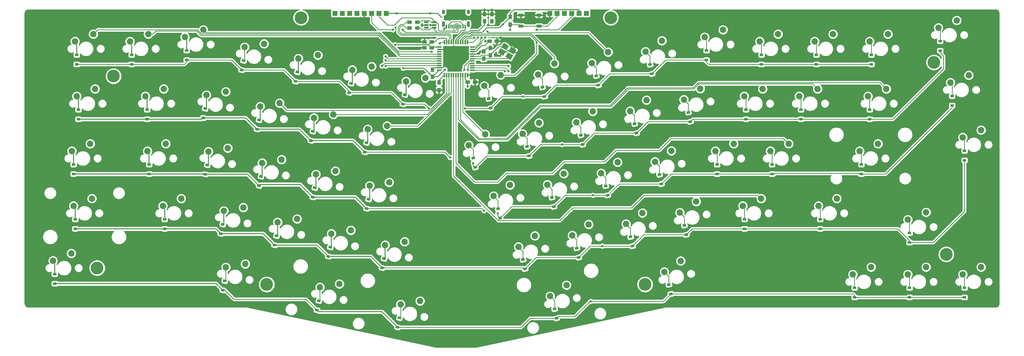
<source format=gbl>
G04 #@! TF.GenerationSoftware,KiCad,Pcbnew,(5.1.7)-1*
G04 #@! TF.CreationDate,2020-10-24T21:34:06+07:00*
G04 #@! TF.ProjectId,arisu,61726973-752e-46b6-9963-61645f706362,1.1*
G04 #@! TF.SameCoordinates,Original*
G04 #@! TF.FileFunction,Copper,L2,Bot*
G04 #@! TF.FilePolarity,Positive*
%FSLAX46Y46*%
G04 Gerber Fmt 4.6, Leading zero omitted, Abs format (unit mm)*
G04 Created by KiCad (PCBNEW (5.1.7)-1) date 2020-10-24 21:34:06*
%MOMM*%
%LPD*%
G01*
G04 APERTURE LIST*
G04 #@! TA.AperFunction,ComponentPad*
%ADD10R,1.700000X1.700000*%
G04 #@! TD*
G04 #@! TA.AperFunction,SMDPad,CuDef*
%ADD11R,0.600000X1.450000*%
G04 #@! TD*
G04 #@! TA.AperFunction,SMDPad,CuDef*
%ADD12R,0.300000X1.450000*%
G04 #@! TD*
G04 #@! TA.AperFunction,ComponentPad*
%ADD13O,1.000000X2.100000*%
G04 #@! TD*
G04 #@! TA.AperFunction,ComponentPad*
%ADD14O,1.000000X1.600000*%
G04 #@! TD*
G04 #@! TA.AperFunction,ComponentPad*
%ADD15C,4.400000*%
G04 #@! TD*
G04 #@! TA.AperFunction,SMDPad,CuDef*
%ADD16R,1.250000X1.500000*%
G04 #@! TD*
G04 #@! TA.AperFunction,SMDPad,CuDef*
%ADD17R,1.500000X1.250000*%
G04 #@! TD*
G04 #@! TA.AperFunction,SMDPad,CuDef*
%ADD18R,1.200000X0.900000*%
G04 #@! TD*
G04 #@! TA.AperFunction,SMDPad,CuDef*
%ADD19C,0.100000*%
G04 #@! TD*
G04 #@! TA.AperFunction,SMDPad,CuDef*
%ADD20R,1.500000X1.300000*%
G04 #@! TD*
G04 #@! TA.AperFunction,SMDPad,CuDef*
%ADD21R,1.300000X1.500000*%
G04 #@! TD*
G04 #@! TA.AperFunction,ComponentPad*
%ADD22C,2.200000*%
G04 #@! TD*
G04 #@! TA.AperFunction,SMDPad,CuDef*
%ADD23R,1.700000X1.000000*%
G04 #@! TD*
G04 #@! TA.AperFunction,SMDPad,CuDef*
%ADD24R,1.560000X0.650000*%
G04 #@! TD*
G04 #@! TA.AperFunction,SMDPad,CuDef*
%ADD25R,0.550000X1.500000*%
G04 #@! TD*
G04 #@! TA.AperFunction,SMDPad,CuDef*
%ADD26R,1.500000X0.550000*%
G04 #@! TD*
G04 #@! TA.AperFunction,ViaPad*
%ADD27C,0.800000*%
G04 #@! TD*
G04 #@! TA.AperFunction,Conductor*
%ADD28C,0.250000*%
G04 #@! TD*
G04 #@! TA.AperFunction,Conductor*
%ADD29C,0.375000*%
G04 #@! TD*
G04 #@! TA.AperFunction,Conductor*
%ADD30C,0.254000*%
G04 #@! TD*
G04 #@! TA.AperFunction,Conductor*
%ADD31C,0.100000*%
G04 #@! TD*
G04 APERTURE END LIST*
D10*
X146304000Y-26416000D03*
D11*
X178750000Y-31045000D03*
X177950000Y-31045000D03*
X173050000Y-31045000D03*
X172250000Y-31045000D03*
X172250000Y-31045000D03*
X173050000Y-31045000D03*
X177950000Y-31045000D03*
X178750000Y-31045000D03*
D12*
X173750000Y-31045000D03*
X174250000Y-31045000D03*
X174750000Y-31045000D03*
X175750000Y-31045000D03*
X176250000Y-31045000D03*
X176750000Y-31045000D03*
X177250000Y-31045000D03*
X175250000Y-31045000D03*
D13*
X179820000Y-30130000D03*
X171180000Y-30130000D03*
D14*
X171180000Y-25950000D03*
X179820000Y-25950000D03*
D15*
X241060266Y-120608720D03*
X345449949Y-110157503D03*
D16*
X185166000Y-39644000D03*
X185166000Y-42144000D03*
X187452000Y-41001000D03*
X187452000Y-38501000D03*
X187960000Y-29190000D03*
X187960000Y-26690000D03*
X185420000Y-29190000D03*
X185420000Y-26690000D03*
D17*
X167132000Y-36322000D03*
X164632000Y-36322000D03*
X167132000Y-38354000D03*
X164632000Y-38354000D03*
X179598000Y-50292000D03*
X182098000Y-50292000D03*
D16*
X167386000Y-48494000D03*
X167386000Y-45994000D03*
D17*
X187198000Y-36068000D03*
X189698000Y-36068000D03*
D18*
X44115000Y-44145000D03*
X44115000Y-40845000D03*
X44715000Y-63195000D03*
X44715000Y-59895000D03*
X43031250Y-82245000D03*
X43031250Y-78945000D03*
X43618750Y-101295000D03*
X43618750Y-97995000D03*
X36485000Y-120345000D03*
X36485000Y-117045000D03*
X63165000Y-44145000D03*
X63165000Y-40845000D03*
X68525000Y-63195000D03*
X68525000Y-59895000D03*
X69225000Y-82245000D03*
X69225000Y-78945000D03*
X74575000Y-101295000D03*
X74575000Y-97995000D03*
X82215000Y-42644615D03*
X82215000Y-39344615D03*
G04 #@! TA.AperFunction,SMDPad,CuDef*
D19*
G36*
X88466125Y-63295481D02*
G01*
X87292348Y-63045987D01*
X87479469Y-62165655D01*
X88653246Y-62415149D01*
X88466125Y-63295481D01*
G37*
G04 #@! TD.AperFunction*
G04 #@! TA.AperFunction,SMDPad,CuDef*
G36*
X89152233Y-60067593D02*
G01*
X87978456Y-59818099D01*
X88165577Y-58937767D01*
X89339354Y-59187261D01*
X89152233Y-60067593D01*
G37*
G04 #@! TD.AperFunction*
G04 #@! TA.AperFunction,SMDPad,CuDef*
G36*
X89163792Y-82919374D02*
G01*
X87990015Y-82669880D01*
X88177136Y-81789548D01*
X89350913Y-82039042D01*
X89163792Y-82919374D01*
G37*
G04 #@! TD.AperFunction*
G04 #@! TA.AperFunction,SMDPad,CuDef*
G36*
X89849900Y-79691486D02*
G01*
X88676123Y-79441992D01*
X88863244Y-78561660D01*
X90037021Y-78811154D01*
X89849900Y-79691486D01*
G37*
G04 #@! TD.AperFunction*
G04 #@! TA.AperFunction,SMDPad,CuDef*
G36*
X94519874Y-103533443D02*
G01*
X93346097Y-103283949D01*
X93533218Y-102403617D01*
X94706995Y-102653111D01*
X94519874Y-103533443D01*
G37*
G04 #@! TD.AperFunction*
G04 #@! TA.AperFunction,SMDPad,CuDef*
G36*
X95205982Y-100305555D02*
G01*
X94032205Y-100056061D01*
X94219326Y-99175729D01*
X95393103Y-99425223D01*
X95205982Y-100305555D01*
G37*
G04 #@! TD.AperFunction*
G04 #@! TA.AperFunction,SMDPad,CuDef*
G36*
X95217575Y-123157331D02*
G01*
X94043798Y-122907837D01*
X94230919Y-122027505D01*
X95404696Y-122276999D01*
X95217575Y-123157331D01*
G37*
G04 #@! TD.AperFunction*
G04 #@! TA.AperFunction,SMDPad,CuDef*
G36*
X95903683Y-119929443D02*
G01*
X94729906Y-119679949D01*
X94917027Y-118799617D01*
X96090804Y-119049111D01*
X95903683Y-119929443D01*
G37*
G04 #@! TD.AperFunction*
G04 #@! TA.AperFunction,SMDPad,CuDef*
G36*
X101743783Y-46642138D02*
G01*
X100570006Y-46392644D01*
X100757127Y-45512312D01*
X101930904Y-45761806D01*
X101743783Y-46642138D01*
G37*
G04 #@! TD.AperFunction*
G04 #@! TA.AperFunction,SMDPad,CuDef*
G36*
X102429891Y-43414250D02*
G01*
X101256114Y-43164756D01*
X101443235Y-42284424D01*
X102617012Y-42533918D01*
X102429891Y-43414250D01*
G37*
G04 #@! TD.AperFunction*
G04 #@! TA.AperFunction,SMDPad,CuDef*
G36*
X107099835Y-67256207D02*
G01*
X105926058Y-67006713D01*
X106113179Y-66126381D01*
X107286956Y-66375875D01*
X107099835Y-67256207D01*
G37*
G04 #@! TD.AperFunction*
G04 #@! TA.AperFunction,SMDPad,CuDef*
G36*
X107785943Y-64028319D02*
G01*
X106612166Y-63778825D01*
X106799287Y-62898493D01*
X107973064Y-63147987D01*
X107785943Y-64028319D01*
G37*
G04 #@! TD.AperFunction*
G04 #@! TA.AperFunction,SMDPad,CuDef*
G36*
X107797502Y-86880101D02*
G01*
X106623725Y-86630607D01*
X106810846Y-85750275D01*
X107984623Y-85999769D01*
X107797502Y-86880101D01*
G37*
G04 #@! TD.AperFunction*
G04 #@! TA.AperFunction,SMDPad,CuDef*
G36*
X108483610Y-83652213D02*
G01*
X107309833Y-83402719D01*
X107496954Y-82522387D01*
X108670731Y-82771881D01*
X108483610Y-83652213D01*
G37*
G04 #@! TD.AperFunction*
G04 #@! TA.AperFunction,SMDPad,CuDef*
G36*
X113153584Y-107494169D02*
G01*
X111979807Y-107244675D01*
X112166928Y-106364343D01*
X113340705Y-106613837D01*
X113153584Y-107494169D01*
G37*
G04 #@! TD.AperFunction*
G04 #@! TA.AperFunction,SMDPad,CuDef*
G36*
X113839692Y-104266281D02*
G01*
X112665915Y-104016787D01*
X112853036Y-103136455D01*
X114026813Y-103385949D01*
X113839692Y-104266281D01*
G37*
G04 #@! TD.AperFunction*
G04 #@! TA.AperFunction,SMDPad,CuDef*
G36*
X120377494Y-50602856D02*
G01*
X119203717Y-50353362D01*
X119390838Y-49473030D01*
X120564615Y-49722524D01*
X120377494Y-50602856D01*
G37*
G04 #@! TD.AperFunction*
G04 #@! TA.AperFunction,SMDPad,CuDef*
G36*
X121063602Y-47374968D02*
G01*
X119889825Y-47125474D01*
X120076946Y-46245142D01*
X121250723Y-46494636D01*
X121063602Y-47374968D01*
G37*
G04 #@! TD.AperFunction*
G04 #@! TA.AperFunction,SMDPad,CuDef*
G36*
X125733545Y-71216934D02*
G01*
X124559768Y-70967440D01*
X124746889Y-70087108D01*
X125920666Y-70336602D01*
X125733545Y-71216934D01*
G37*
G04 #@! TD.AperFunction*
G04 #@! TA.AperFunction,SMDPad,CuDef*
G36*
X126419653Y-67989046D02*
G01*
X125245876Y-67739552D01*
X125432997Y-66859220D01*
X126606774Y-67108714D01*
X126419653Y-67989046D01*
G37*
G04 #@! TD.AperFunction*
G04 #@! TA.AperFunction,SMDPad,CuDef*
G36*
X126431212Y-90840828D02*
G01*
X125257435Y-90591334D01*
X125444556Y-89711002D01*
X126618333Y-89960496D01*
X126431212Y-90840828D01*
G37*
G04 #@! TD.AperFunction*
G04 #@! TA.AperFunction,SMDPad,CuDef*
G36*
X127117320Y-87612940D02*
G01*
X125943543Y-87363446D01*
X126130664Y-86483114D01*
X127304441Y-86732608D01*
X127117320Y-87612940D01*
G37*
G04 #@! TD.AperFunction*
G04 #@! TA.AperFunction,SMDPad,CuDef*
G36*
X131787293Y-111454896D02*
G01*
X130613516Y-111205402D01*
X130800637Y-110325070D01*
X131974414Y-110574564D01*
X131787293Y-111454896D01*
G37*
G04 #@! TD.AperFunction*
G04 #@! TA.AperFunction,SMDPad,CuDef*
G36*
X132473401Y-108227008D02*
G01*
X131299624Y-107977514D01*
X131486745Y-107097182D01*
X132660522Y-107346676D01*
X132473401Y-108227008D01*
G37*
G04 #@! TD.AperFunction*
G04 #@! TA.AperFunction,SMDPad,CuDef*
G36*
X127826567Y-130088606D02*
G01*
X126652790Y-129839112D01*
X126839911Y-128958780D01*
X128013688Y-129208274D01*
X127826567Y-130088606D01*
G37*
G04 #@! TD.AperFunction*
G04 #@! TA.AperFunction,SMDPad,CuDef*
G36*
X128512675Y-126860718D02*
G01*
X127338898Y-126611224D01*
X127526019Y-125730892D01*
X128699796Y-125980386D01*
X128512675Y-126860718D01*
G37*
G04 #@! TD.AperFunction*
G04 #@! TA.AperFunction,SMDPad,CuDef*
G36*
X139011206Y-54563574D02*
G01*
X137837429Y-54314080D01*
X138024550Y-53433748D01*
X139198327Y-53683242D01*
X139011206Y-54563574D01*
G37*
G04 #@! TD.AperFunction*
G04 #@! TA.AperFunction,SMDPad,CuDef*
G36*
X139697314Y-51335686D02*
G01*
X138523537Y-51086192D01*
X138710658Y-50205860D01*
X139884435Y-50455354D01*
X139697314Y-51335686D01*
G37*
G04 #@! TD.AperFunction*
G04 #@! TA.AperFunction,SMDPad,CuDef*
G36*
X144367255Y-75177661D02*
G01*
X143193478Y-74928167D01*
X143380599Y-74047835D01*
X144554376Y-74297329D01*
X144367255Y-75177661D01*
G37*
G04 #@! TD.AperFunction*
G04 #@! TA.AperFunction,SMDPad,CuDef*
G36*
X145053363Y-71949773D02*
G01*
X143879586Y-71700279D01*
X144066707Y-70819947D01*
X145240484Y-71069441D01*
X145053363Y-71949773D01*
G37*
G04 #@! TD.AperFunction*
G04 #@! TA.AperFunction,SMDPad,CuDef*
G36*
X145064922Y-94801555D02*
G01*
X143891145Y-94552061D01*
X144078266Y-93671729D01*
X145252043Y-93921223D01*
X145064922Y-94801555D01*
G37*
G04 #@! TD.AperFunction*
G04 #@! TA.AperFunction,SMDPad,CuDef*
G36*
X145751030Y-91573667D02*
G01*
X144577253Y-91324173D01*
X144764374Y-90443841D01*
X145938151Y-90693335D01*
X145751030Y-91573667D01*
G37*
G04 #@! TD.AperFunction*
G04 #@! TA.AperFunction,SMDPad,CuDef*
G36*
X150421003Y-115415623D02*
G01*
X149247226Y-115166129D01*
X149434347Y-114285797D01*
X150608124Y-114535291D01*
X150421003Y-115415623D01*
G37*
G04 #@! TD.AperFunction*
G04 #@! TA.AperFunction,SMDPad,CuDef*
G36*
X151107111Y-112187735D02*
G01*
X149933334Y-111938241D01*
X150120455Y-111057909D01*
X151294232Y-111307403D01*
X151107111Y-112187735D01*
G37*
G04 #@! TD.AperFunction*
G04 #@! TA.AperFunction,SMDPad,CuDef*
G36*
X155777140Y-136029652D02*
G01*
X154603363Y-135780158D01*
X154790484Y-134899826D01*
X155964261Y-135149320D01*
X155777140Y-136029652D01*
G37*
G04 #@! TD.AperFunction*
G04 #@! TA.AperFunction,SMDPad,CuDef*
G36*
X156463248Y-132801764D02*
G01*
X155289471Y-132552270D01*
X155476592Y-131671938D01*
X156650369Y-131921432D01*
X156463248Y-132801764D01*
G37*
G04 #@! TD.AperFunction*
G04 #@! TA.AperFunction,SMDPad,CuDef*
G36*
X157644918Y-58524291D02*
G01*
X156471141Y-58274797D01*
X156658262Y-57394465D01*
X157832039Y-57643959D01*
X157644918Y-58524291D01*
G37*
G04 #@! TD.AperFunction*
G04 #@! TA.AperFunction,SMDPad,CuDef*
G36*
X158331026Y-55296403D02*
G01*
X157157249Y-55046909D01*
X157344370Y-54166577D01*
X158518147Y-54416071D01*
X158331026Y-55296403D01*
G37*
G04 #@! TD.AperFunction*
G04 #@! TA.AperFunction,SMDPad,CuDef*
G36*
X182886926Y-80228890D02*
G01*
X181713149Y-80478384D01*
X181526028Y-79598052D01*
X182699805Y-79348558D01*
X182886926Y-80228890D01*
G37*
G04 #@! TD.AperFunction*
G04 #@! TA.AperFunction,SMDPad,CuDef*
G36*
X182200818Y-77001002D02*
G01*
X181027041Y-77250496D01*
X180839920Y-76370164D01*
X182013697Y-76120670D01*
X182200818Y-77001002D01*
G37*
G04 #@! TD.AperFunction*
G04 #@! TA.AperFunction,SMDPad,CuDef*
G36*
X191506047Y-97872442D02*
G01*
X190332270Y-98121936D01*
X190145149Y-97241604D01*
X191318926Y-96992110D01*
X191506047Y-97872442D01*
G37*
G04 #@! TD.AperFunction*
G04 #@! TA.AperFunction,SMDPad,CuDef*
G36*
X190819939Y-94644554D02*
G01*
X189646162Y-94894048D01*
X189459041Y-94013716D01*
X190632818Y-93764222D01*
X190819939Y-94644554D01*
G37*
G04 #@! TD.AperFunction*
G04 #@! TA.AperFunction,SMDPad,CuDef*
G36*
X200125168Y-115515994D02*
G01*
X198951391Y-115765488D01*
X198764270Y-114885156D01*
X199938047Y-114635662D01*
X200125168Y-115515994D01*
G37*
G04 #@! TD.AperFunction*
G04 #@! TA.AperFunction,SMDPad,CuDef*
G36*
X199439060Y-112288106D02*
G01*
X198265283Y-112537600D01*
X198078162Y-111657268D01*
X199251939Y-111407774D01*
X199439060Y-112288106D01*
G37*
G04 #@! TD.AperFunction*
G04 #@! TA.AperFunction,SMDPad,CuDef*
G36*
X188243153Y-59614791D02*
G01*
X187069376Y-59864285D01*
X186882255Y-58983953D01*
X188056032Y-58734459D01*
X188243153Y-59614791D01*
G37*
G04 #@! TD.AperFunction*
G04 #@! TA.AperFunction,SMDPad,CuDef*
G36*
X187557045Y-56386903D02*
G01*
X186383268Y-56636397D01*
X186196147Y-55756065D01*
X187369924Y-55506571D01*
X187557045Y-56386903D01*
G37*
G04 #@! TD.AperFunction*
G04 #@! TA.AperFunction,SMDPad,CuDef*
G36*
X201520637Y-76268172D02*
G01*
X200346860Y-76517666D01*
X200159739Y-75637334D01*
X201333516Y-75387840D01*
X201520637Y-76268172D01*
G37*
G04 #@! TD.AperFunction*
G04 #@! TA.AperFunction,SMDPad,CuDef*
G36*
X200834529Y-73040284D02*
G01*
X199660752Y-73289778D01*
X199473631Y-72409446D01*
X200647408Y-72159952D01*
X200834529Y-73040284D01*
G37*
G04 #@! TD.AperFunction*
G04 #@! TA.AperFunction,SMDPad,CuDef*
G36*
X210139758Y-93911724D02*
G01*
X208965981Y-94161218D01*
X208778860Y-93280886D01*
X209952637Y-93031392D01*
X210139758Y-93911724D01*
G37*
G04 #@! TD.AperFunction*
G04 #@! TA.AperFunction,SMDPad,CuDef*
G36*
X209453650Y-90683836D02*
G01*
X208279873Y-90933330D01*
X208092752Y-90052998D01*
X209266529Y-89803504D01*
X209453650Y-90683836D01*
G37*
G04 #@! TD.AperFunction*
G04 #@! TA.AperFunction,SMDPad,CuDef*
G36*
X218758880Y-111555276D02*
G01*
X217585103Y-111804770D01*
X217397982Y-110924438D01*
X218571759Y-110674944D01*
X218758880Y-111555276D01*
G37*
G04 #@! TD.AperFunction*
G04 #@! TA.AperFunction,SMDPad,CuDef*
G36*
X218072772Y-108327388D02*
G01*
X216898995Y-108576882D01*
X216711874Y-107696550D01*
X217885651Y-107447056D01*
X218072772Y-108327388D01*
G37*
G04 #@! TD.AperFunction*
G04 #@! TA.AperFunction,SMDPad,CuDef*
G36*
X211073569Y-132664401D02*
G01*
X209899792Y-132913895D01*
X209712671Y-132033563D01*
X210886448Y-131784069D01*
X211073569Y-132664401D01*
G37*
G04 #@! TD.AperFunction*
G04 #@! TA.AperFunction,SMDPad,CuDef*
G36*
X210387461Y-129436513D02*
G01*
X209213684Y-129686007D01*
X209026563Y-128805675D01*
X210200340Y-128556181D01*
X210387461Y-129436513D01*
G37*
G04 #@! TD.AperFunction*
G04 #@! TA.AperFunction,SMDPad,CuDef*
G36*
X206876865Y-55654073D02*
G01*
X205703088Y-55903567D01*
X205515967Y-55023235D01*
X206689744Y-54773741D01*
X206876865Y-55654073D01*
G37*
G04 #@! TD.AperFunction*
G04 #@! TA.AperFunction,SMDPad,CuDef*
G36*
X206190757Y-52426185D02*
G01*
X205016980Y-52675679D01*
X204829859Y-51795347D01*
X206003636Y-51545853D01*
X206190757Y-52426185D01*
G37*
G04 #@! TD.AperFunction*
G04 #@! TA.AperFunction,SMDPad,CuDef*
G36*
X220154349Y-72307455D02*
G01*
X218980572Y-72556949D01*
X218793451Y-71676617D01*
X219967228Y-71427123D01*
X220154349Y-72307455D01*
G37*
G04 #@! TD.AperFunction*
G04 #@! TA.AperFunction,SMDPad,CuDef*
G36*
X219468241Y-69079567D02*
G01*
X218294464Y-69329061D01*
X218107343Y-68448729D01*
X219281120Y-68199235D01*
X219468241Y-69079567D01*
G37*
G04 #@! TD.AperFunction*
G04 #@! TA.AperFunction,SMDPad,CuDef*
G36*
X228773470Y-89951007D02*
G01*
X227599693Y-90200501D01*
X227412572Y-89320169D01*
X228586349Y-89070675D01*
X228773470Y-89951007D01*
G37*
G04 #@! TD.AperFunction*
G04 #@! TA.AperFunction,SMDPad,CuDef*
G36*
X228087362Y-86723119D02*
G01*
X226913585Y-86972613D01*
X226726464Y-86092281D01*
X227900241Y-85842787D01*
X228087362Y-86723119D01*
G37*
G04 #@! TD.AperFunction*
G04 #@! TA.AperFunction,SMDPad,CuDef*
G36*
X237392591Y-107594559D02*
G01*
X236218814Y-107844053D01*
X236031693Y-106963721D01*
X237205470Y-106714227D01*
X237392591Y-107594559D01*
G37*
G04 #@! TD.AperFunction*
G04 #@! TA.AperFunction,SMDPad,CuDef*
G36*
X236706483Y-104366671D02*
G01*
X235532706Y-104616165D01*
X235345585Y-103735833D01*
X236519362Y-103486339D01*
X236706483Y-104366671D01*
G37*
G04 #@! TD.AperFunction*
G04 #@! TA.AperFunction,SMDPad,CuDef*
G36*
X225510577Y-51693356D02*
G01*
X224336800Y-51942850D01*
X224149679Y-51062518D01*
X225323456Y-50813024D01*
X225510577Y-51693356D01*
G37*
G04 #@! TD.AperFunction*
G04 #@! TA.AperFunction,SMDPad,CuDef*
G36*
X224824469Y-48465468D02*
G01*
X223650692Y-48714962D01*
X223463571Y-47834630D01*
X224637348Y-47585136D01*
X224824469Y-48465468D01*
G37*
G04 #@! TD.AperFunction*
G04 #@! TA.AperFunction,SMDPad,CuDef*
G36*
X238788061Y-68346737D02*
G01*
X237614284Y-68596231D01*
X237427163Y-67715899D01*
X238600940Y-67466405D01*
X238788061Y-68346737D01*
G37*
G04 #@! TD.AperFunction*
G04 #@! TA.AperFunction,SMDPad,CuDef*
G36*
X238101953Y-65118849D02*
G01*
X236928176Y-65368343D01*
X236741055Y-64488011D01*
X237914832Y-64238517D01*
X238101953Y-65118849D01*
G37*
G04 #@! TD.AperFunction*
G04 #@! TA.AperFunction,SMDPad,CuDef*
G36*
X247407182Y-85990289D02*
G01*
X246233405Y-86239783D01*
X246046284Y-85359451D01*
X247220061Y-85109957D01*
X247407182Y-85990289D01*
G37*
G04 #@! TD.AperFunction*
G04 #@! TA.AperFunction,SMDPad,CuDef*
G36*
X246721074Y-82762401D02*
G01*
X245547297Y-83011895D01*
X245360176Y-82131563D01*
X246533953Y-81882069D01*
X246721074Y-82762401D01*
G37*
G04 #@! TD.AperFunction*
G04 #@! TA.AperFunction,SMDPad,CuDef*
G36*
X256026303Y-103633841D02*
G01*
X254852526Y-103883335D01*
X254665405Y-103003003D01*
X255839182Y-102753509D01*
X256026303Y-103633841D01*
G37*
G04 #@! TD.AperFunction*
G04 #@! TA.AperFunction,SMDPad,CuDef*
G36*
X255340195Y-100405953D02*
G01*
X254166418Y-100655447D01*
X253979297Y-99775115D01*
X255153074Y-99525621D01*
X255340195Y-100405953D01*
G37*
G04 #@! TD.AperFunction*
G04 #@! TA.AperFunction,SMDPad,CuDef*
G36*
X250670205Y-124247889D02*
G01*
X249496428Y-124497383D01*
X249309307Y-123617051D01*
X250483084Y-123367557D01*
X250670205Y-124247889D01*
G37*
G04 #@! TD.AperFunction*
G04 #@! TA.AperFunction,SMDPad,CuDef*
G36*
X249984097Y-121020001D02*
G01*
X248810320Y-121269495D01*
X248623199Y-120389163D01*
X249796976Y-120139669D01*
X249984097Y-121020001D01*
G37*
G04 #@! TD.AperFunction*
G04 #@! TA.AperFunction,SMDPad,CuDef*
G36*
X244144288Y-47732638D02*
G01*
X242970511Y-47982132D01*
X242783390Y-47101800D01*
X243957167Y-46852306D01*
X244144288Y-47732638D01*
G37*
G04 #@! TD.AperFunction*
G04 #@! TA.AperFunction,SMDPad,CuDef*
G36*
X243458180Y-44504750D02*
G01*
X242284403Y-44754244D01*
X242097282Y-43873912D01*
X243271059Y-43624418D01*
X243458180Y-44504750D01*
G37*
G04 #@! TD.AperFunction*
G04 #@! TA.AperFunction,SMDPad,CuDef*
G36*
X257421773Y-64386019D02*
G01*
X256247996Y-64635513D01*
X256060875Y-63755181D01*
X257234652Y-63505687D01*
X257421773Y-64386019D01*
G37*
G04 #@! TD.AperFunction*
G04 #@! TA.AperFunction,SMDPad,CuDef*
G36*
X256735665Y-61158131D02*
G01*
X255561888Y-61407625D01*
X255374767Y-60527293D01*
X256548544Y-60277799D01*
X256735665Y-61158131D01*
G37*
G04 #@! TD.AperFunction*
D18*
X266025000Y-82245000D03*
X266025000Y-78945000D03*
X275550019Y-101294998D03*
X275550019Y-97994998D03*
X262345000Y-42644615D03*
X262345000Y-39344615D03*
X276035000Y-63195000D03*
X276035000Y-59895000D03*
X285075000Y-82245000D03*
X285075000Y-78945000D03*
X301743769Y-101294998D03*
X301743769Y-97994998D03*
X281395000Y-44145000D03*
X281395000Y-40845000D03*
X295085000Y-63195000D03*
X295085000Y-59895000D03*
X316031250Y-82245000D03*
X316031250Y-78945000D03*
X313649949Y-125107503D03*
X313649949Y-121807503D03*
X300445000Y-44145000D03*
X300445000Y-40845000D03*
X318905000Y-63195000D03*
X318905000Y-59895000D03*
X332699949Y-106057503D03*
X332699949Y-102757503D03*
X332699949Y-125107503D03*
X332699949Y-121807503D03*
X319495000Y-44145000D03*
X319495000Y-40845000D03*
X343307542Y-39382509D03*
X343307542Y-36082509D03*
X347480000Y-58432516D03*
X347480000Y-55132516D03*
X351749949Y-77482519D03*
X351749949Y-74182519D03*
X351749949Y-125107503D03*
X351749949Y-121807503D03*
D10*
X220726000Y-26416000D03*
X218186000Y-26416000D03*
X215646000Y-26416000D03*
X213106000Y-26416000D03*
X210566000Y-26416000D03*
X208026000Y-26416000D03*
X141224000Y-26416000D03*
X138684000Y-26416000D03*
X136144000Y-26416000D03*
X133604000Y-26416000D03*
D20*
X162132000Y-31496000D03*
X159432000Y-31496000D03*
X159432000Y-29464000D03*
X162132000Y-29464000D03*
D21*
X194310000Y-27606000D03*
X194310000Y-30306000D03*
X169672000Y-50386000D03*
X169672000Y-53086000D03*
D22*
X49880000Y-33640000D03*
X43530000Y-36180000D03*
X44130000Y-55230000D03*
X50480000Y-52690000D03*
X42446250Y-74280000D03*
X48796250Y-71740000D03*
X43033750Y-93330000D03*
X49383750Y-90790000D03*
X35900000Y-112380000D03*
X42250000Y-109840000D03*
X68930000Y-33640000D03*
X62580000Y-36180000D03*
X74290000Y-52690000D03*
X67940000Y-55230000D03*
X74990000Y-71740000D03*
X68640000Y-74280000D03*
X80340000Y-90790000D03*
X73990000Y-93330000D03*
X87980000Y-32139615D03*
X81630000Y-34679615D03*
X95793034Y-53652945D03*
X89053701Y-54817200D03*
X96490701Y-73276838D03*
X89751368Y-74441093D03*
X101846783Y-93890907D03*
X95107450Y-95055162D03*
X95805151Y-114679051D03*
X102544484Y-113514795D03*
X109070692Y-36999602D03*
X102331359Y-38163857D03*
X114426744Y-57613671D03*
X107687411Y-58777926D03*
X115124411Y-77237565D03*
X108385078Y-78401820D03*
X120480493Y-97851633D03*
X113741160Y-99015888D03*
X127704403Y-40960320D03*
X120965070Y-42124575D03*
X133060454Y-61574398D03*
X126321121Y-62738653D03*
X133758121Y-81198292D03*
X127018788Y-82362547D03*
X139114202Y-101812360D03*
X132374869Y-102976615D03*
X128414142Y-121610303D03*
X135153475Y-120446047D03*
X146338115Y-44921038D03*
X139598782Y-46085293D03*
X151694164Y-65535125D03*
X144954831Y-66699380D03*
X152391831Y-85159019D03*
X145652498Y-86323274D03*
X157747912Y-105773087D03*
X151008579Y-106937342D03*
X163104049Y-126387116D03*
X156364716Y-127551371D03*
X164971827Y-48881755D03*
X158232494Y-50046010D03*
X185660941Y-68438939D03*
X179977800Y-72243673D03*
X194280062Y-86082491D03*
X188596921Y-89887225D03*
X202899183Y-103726043D03*
X197216042Y-107530777D03*
X191017168Y-47824840D03*
X185334027Y-51629574D03*
X204294652Y-64478221D03*
X198611511Y-68282955D03*
X212913773Y-82121773D03*
X207230632Y-85926507D03*
X221532895Y-99765325D03*
X215849754Y-103570059D03*
X208164428Y-124679187D03*
X213847569Y-120874453D03*
X209650880Y-43864122D03*
X203967739Y-47668856D03*
X222928364Y-60517504D03*
X217245223Y-64322238D03*
X231547485Y-78161056D03*
X225864344Y-81965790D03*
X240166606Y-95804608D03*
X234483465Y-99609342D03*
X228284592Y-39903405D03*
X222601451Y-43708139D03*
X241562076Y-56556786D03*
X235878935Y-60361520D03*
X250181197Y-74200338D03*
X244498056Y-78005072D03*
X258800318Y-91843890D03*
X253117177Y-95648624D03*
X247761064Y-116262674D03*
X253444205Y-112457940D03*
X246918303Y-35942687D03*
X241235162Y-39747421D03*
X260195788Y-52596068D03*
X254512647Y-56400802D03*
X271790000Y-71740000D03*
X265440000Y-74280000D03*
X281315019Y-90789998D03*
X274965019Y-93329998D03*
X268110000Y-32139615D03*
X261760000Y-34679615D03*
X281800000Y-52690000D03*
X275450000Y-55230000D03*
X290840000Y-71740000D03*
X284490000Y-74280000D03*
X301158769Y-93329998D03*
X307508769Y-90789998D03*
X287160000Y-33640000D03*
X280810000Y-36180000D03*
X300850000Y-52690000D03*
X294500000Y-55230000D03*
X315446250Y-74280000D03*
X321796250Y-71740000D03*
X319414949Y-114602503D03*
X313064949Y-117142503D03*
X306210000Y-33640000D03*
X299860000Y-36180000D03*
X318320000Y-55230000D03*
X324670000Y-52690000D03*
X338464949Y-95552503D03*
X332114949Y-98092503D03*
X338464949Y-114602503D03*
X332114949Y-117142503D03*
X325260000Y-33640000D03*
X318910000Y-36180000D03*
X349072542Y-28877509D03*
X342722542Y-31417509D03*
X353245000Y-47927516D03*
X346895000Y-50467516D03*
X357514949Y-66977519D03*
X351164949Y-69517519D03*
X357514949Y-114602503D03*
X351164949Y-117142503D03*
D23*
X204318000Y-27056000D03*
X198018000Y-27056000D03*
X204318000Y-30856000D03*
X198018000Y-30856000D03*
G04 #@! TA.AperFunction,SMDPad,CuDef*
D19*
G36*
X195359064Y-41047205D02*
G01*
X194459064Y-42606051D01*
X192640410Y-41556051D01*
X193540410Y-39997205D01*
X195359064Y-41047205D01*
G37*
G04 #@! TD.AperFunction*
G04 #@! TA.AperFunction,SMDPad,CuDef*
G36*
X192847590Y-39597205D02*
G01*
X191947590Y-41156051D01*
X190128936Y-40106051D01*
X191028936Y-38547205D01*
X192847590Y-39597205D01*
G37*
G04 #@! TD.AperFunction*
G04 #@! TA.AperFunction,SMDPad,CuDef*
G36*
X193947590Y-37691949D02*
G01*
X193047590Y-39250795D01*
X191228936Y-38200795D01*
X192128936Y-36641949D01*
X193947590Y-37691949D01*
G37*
G04 #@! TD.AperFunction*
G04 #@! TA.AperFunction,SMDPad,CuDef*
G36*
X196459064Y-39141949D02*
G01*
X195559064Y-40700795D01*
X193740410Y-39650795D01*
X194640410Y-38091949D01*
X196459064Y-39141949D01*
G37*
G04 #@! TD.AperFunction*
D24*
X167974000Y-30480000D03*
X167974000Y-31430000D03*
X167974000Y-29530000D03*
X165274000Y-29530000D03*
X165274000Y-30480000D03*
X165274000Y-31430000D03*
D25*
X171514000Y-36464000D03*
X172314000Y-36464000D03*
X173114000Y-36464000D03*
X173914000Y-36464000D03*
X174714000Y-36464000D03*
X175514000Y-36464000D03*
X176314000Y-36464000D03*
X177114000Y-36464000D03*
X177914000Y-36464000D03*
X178714000Y-36464000D03*
X179514000Y-36464000D03*
D26*
X181214000Y-38164000D03*
X181214000Y-38964000D03*
X181214000Y-39764000D03*
X181214000Y-40564000D03*
X181214000Y-41364000D03*
X181214000Y-42164000D03*
X181214000Y-42964000D03*
X181214000Y-43764000D03*
X181214000Y-44564000D03*
X181214000Y-45364000D03*
X181214000Y-46164000D03*
D25*
X179514000Y-47864000D03*
X178714000Y-47864000D03*
X177914000Y-47864000D03*
X177114000Y-47864000D03*
X176314000Y-47864000D03*
X175514000Y-47864000D03*
X174714000Y-47864000D03*
X173914000Y-47864000D03*
X173114000Y-47864000D03*
X172314000Y-47864000D03*
X171514000Y-47864000D03*
D26*
X169814000Y-46164000D03*
X169814000Y-45364000D03*
X169814000Y-44564000D03*
X169814000Y-43764000D03*
X169814000Y-42964000D03*
X169814000Y-42164000D03*
X169814000Y-41364000D03*
X169814000Y-40564000D03*
X169814000Y-39764000D03*
X169814000Y-38964000D03*
X169814000Y-38164000D03*
D10*
X151384000Y-26416000D03*
X148844000Y-26416000D03*
X143764000Y-26416000D03*
D15*
X56865000Y-48245000D03*
X51197500Y-114920000D03*
X121827220Y-27932509D03*
X109959436Y-120609368D03*
X229192785Y-27932509D03*
X341180000Y-43482516D03*
D27*
X171500000Y-31844990D03*
X197866000Y-28448000D03*
X187960000Y-25146000D03*
X163830000Y-30480000D03*
X169672000Y-54864000D03*
X163068000Y-36322000D03*
X163068000Y-38354000D03*
X183642000Y-50292000D03*
X171704000Y-39116000D03*
X183134000Y-40386000D03*
X191008000Y-34798000D03*
X171704000Y-44196000D03*
X185420000Y-25146000D03*
X174714000Y-35339000D03*
X154432000Y-37338000D03*
X154940000Y-26416000D03*
X166654002Y-30480000D03*
X166624000Y-26416000D03*
X157226000Y-45466000D03*
X191770000Y-30235979D03*
X185674000Y-36068000D03*
X171704000Y-45974000D03*
X179578000Y-51816000D03*
X198750000Y-55338654D03*
X178435000Y-46101000D03*
X166116000Y-59424397D03*
X178639000Y-59436000D03*
X212250000Y-71992036D03*
X173500000Y-76500000D03*
X181500000Y-78500000D03*
X179705000Y-46101000D03*
X193750000Y-44750000D03*
X223000000Y-89635588D03*
X185250000Y-95000000D03*
X190000000Y-96000000D03*
X193750000Y-46500000D03*
X226250000Y-107279140D03*
X192500000Y-46500000D03*
X222250000Y-126490348D03*
X183134000Y-34798000D03*
X203454000Y-32135990D03*
X203454000Y-36576000D03*
X181864000Y-34798000D03*
X194310000Y-32135990D03*
X185674000Y-34798000D03*
X151130000Y-41402000D03*
X151130000Y-42672000D03*
X149860000Y-44704000D03*
X151130000Y-44704000D03*
X157100000Y-32100000D03*
X153700000Y-32100000D03*
X169926000Y-36830000D03*
X167132000Y-39751000D03*
X184404000Y-34798000D03*
X186436000Y-32766000D03*
D28*
X177950000Y-31045000D02*
X177950000Y-30250000D01*
X177950000Y-30250000D02*
X177000000Y-29300000D01*
X173050000Y-30250000D02*
X174000000Y-29300000D01*
X173050000Y-31045000D02*
X173050000Y-30250000D01*
X174000000Y-29300000D02*
X177000000Y-29300000D01*
D29*
X172250000Y-31094990D02*
X171500000Y-31844990D01*
X172250000Y-31045000D02*
X172250000Y-31094990D01*
D28*
X176250000Y-31045000D02*
X176250000Y-32750000D01*
D29*
X168016000Y-45364000D02*
X169814000Y-45364000D01*
X167386000Y-45994000D02*
X168016000Y-45364000D01*
X182098000Y-49798000D02*
X182098000Y-50292000D01*
X180164000Y-47864000D02*
X182098000Y-49798000D01*
X179514000Y-47864000D02*
X180164000Y-47864000D01*
X198018000Y-27056000D02*
X204318000Y-27056000D01*
X198018000Y-27056000D02*
X198018000Y-28296000D01*
X198018000Y-28296000D02*
X197866000Y-28448000D01*
X165274000Y-30480000D02*
X163830000Y-30480000D01*
X169672000Y-53086000D02*
X169672000Y-54864000D01*
X164632000Y-36322000D02*
X163068000Y-36322000D01*
X164632000Y-38354000D02*
X163068000Y-38354000D01*
X182098000Y-50292000D02*
X183642000Y-50292000D01*
X169814000Y-38964000D02*
X171552000Y-38964000D01*
X171552000Y-38964000D02*
X171704000Y-39116000D01*
X186309000Y-38501000D02*
X185166000Y-39644000D01*
X187452000Y-38501000D02*
X186309000Y-38501000D01*
X192994779Y-39851628D02*
X191488263Y-39851628D01*
X193450035Y-39396372D02*
X192994779Y-39851628D01*
X195099737Y-39396372D02*
X193450035Y-39396372D01*
X181214000Y-40564000D02*
X182956000Y-40564000D01*
X182956000Y-40564000D02*
X183134000Y-40386000D01*
X183876000Y-39644000D02*
X183134000Y-40386000D01*
X185166000Y-39644000D02*
X183876000Y-39644000D01*
X189698000Y-36068000D02*
X189738000Y-36068000D01*
X189738000Y-36068000D02*
X191008000Y-34798000D01*
X171704000Y-44599000D02*
X171704000Y-44196000D01*
X169814000Y-45364000D02*
X170939000Y-45364000D01*
X170939000Y-45364000D02*
X171704000Y-44599000D01*
X187452000Y-38501000D02*
X188452000Y-38501000D01*
X188452000Y-38501000D02*
X189615000Y-37338000D01*
X189615000Y-37338000D02*
X190754000Y-37338000D01*
X191837561Y-36254439D02*
X190754000Y-37338000D01*
X193097034Y-36254439D02*
X191837561Y-36254439D01*
X195099737Y-38257142D02*
X193097034Y-36254439D01*
X195099737Y-39396372D02*
X195099737Y-38257142D01*
X187960000Y-25146000D02*
X187960000Y-26690000D01*
X185420000Y-25146000D02*
X185420000Y-26690000D01*
X177665509Y-32387491D02*
X178062913Y-32387491D01*
X174714000Y-35339000D02*
X177665509Y-32387491D01*
X174714000Y-36464000D02*
X174714000Y-35339000D01*
X178507509Y-32387491D02*
X178750000Y-32145000D01*
X178750000Y-32145000D02*
X178750000Y-31045000D01*
X177665509Y-32387491D02*
X178507509Y-32387491D01*
D28*
X185146000Y-42164000D02*
X185166000Y-42144000D01*
X181214000Y-42164000D02*
X185146000Y-42164000D01*
X193157365Y-42144000D02*
X193999737Y-41301628D01*
X185166000Y-42144000D02*
X193157365Y-42144000D01*
X183985998Y-41364000D02*
X184455998Y-40894000D01*
X181214000Y-41364000D02*
X183985998Y-41364000D01*
X186470000Y-40894000D02*
X184455998Y-40894000D01*
X186577000Y-41001000D02*
X186470000Y-40894000D01*
X187452000Y-41001000D02*
X186577000Y-41001000D01*
X190381628Y-37946372D02*
X192588263Y-37946372D01*
X187452000Y-40876000D02*
X190381628Y-37946372D01*
X187452000Y-41001000D02*
X187452000Y-40876000D01*
D29*
X167322000Y-38164000D02*
X169814000Y-38164000D01*
X167132000Y-38354000D02*
X167322000Y-38164000D01*
X168257000Y-36322000D02*
X169527000Y-35052000D01*
X167132000Y-36322000D02*
X168257000Y-36322000D01*
X172314000Y-35339000D02*
X172314000Y-36464000D01*
X172027000Y-35052000D02*
X172314000Y-35339000D01*
X169527000Y-35052000D02*
X172027000Y-35052000D01*
X167007000Y-36322000D02*
X167132000Y-36322000D01*
X165994499Y-37334501D02*
X167007000Y-36322000D01*
X167007000Y-38354000D02*
X167132000Y-38354000D01*
X165994499Y-37341499D02*
X167007000Y-38354000D01*
X165994499Y-37334501D02*
X165994499Y-37341499D01*
X178714000Y-49408000D02*
X178714000Y-47864000D01*
X179598000Y-50292000D02*
X178714000Y-49408000D01*
X169716000Y-46164000D02*
X167386000Y-48494000D01*
X169814000Y-46164000D02*
X169716000Y-46164000D01*
X154435499Y-37334501D02*
X154432000Y-37338000D01*
X165994499Y-37334501D02*
X154435499Y-37334501D01*
X154940000Y-26416000D02*
X151384000Y-26416000D01*
X194310000Y-27706000D02*
X194310000Y-27606000D01*
X191770000Y-30235979D02*
X194310000Y-27706000D01*
X218186000Y-25191000D02*
X218186000Y-26416000D01*
X218173499Y-25178499D02*
X218186000Y-25191000D01*
X195612501Y-25178499D02*
X218173499Y-25178499D01*
X194310000Y-26481000D02*
X195612501Y-25178499D01*
X194310000Y-27606000D02*
X194310000Y-26481000D01*
X167974000Y-30480000D02*
X166654002Y-30480000D01*
X166624000Y-26416000D02*
X154940000Y-26416000D01*
X167386000Y-48369000D02*
X167386000Y-48494000D01*
X164483000Y-45466000D02*
X167386000Y-48369000D01*
X157226000Y-45466000D02*
X164483000Y-45466000D01*
X185674000Y-36068000D02*
X187198000Y-36068000D01*
X182339000Y-39764000D02*
X184511000Y-37592000D01*
X181214000Y-39764000D02*
X182339000Y-39764000D01*
X185549000Y-37592000D02*
X184511000Y-37592000D01*
X187073000Y-36068000D02*
X185549000Y-37592000D01*
X187198000Y-36068000D02*
X187073000Y-36068000D01*
X167386000Y-48494000D02*
X169184000Y-48494000D01*
X169184000Y-48494000D02*
X171704000Y-45974000D01*
X179598000Y-50292000D02*
X179598000Y-51796000D01*
X179598000Y-51796000D02*
X179578000Y-51816000D01*
X176314000Y-35567870D02*
X176314000Y-36464000D01*
X167386000Y-26416000D02*
X166624000Y-26416000D01*
X166624000Y-26416000D02*
X169216000Y-26416000D01*
X169216000Y-26416000D02*
X170700000Y-27900000D01*
X184658000Y-33020000D02*
X180780000Y-33020000D01*
X186202000Y-31476000D02*
X184658000Y-33020000D01*
X190540000Y-31476000D02*
X186202000Y-31476000D01*
X191770000Y-30235979D02*
X190540000Y-31476000D01*
X176556637Y-35326257D02*
X176573743Y-35326257D01*
X176314000Y-35568894D02*
X176556637Y-35326257D01*
X176314000Y-36464000D02*
X176314000Y-35568894D01*
X178350000Y-33550000D02*
X180250000Y-33550000D01*
X176573743Y-35326257D02*
X178350000Y-33550000D01*
X180780000Y-33020000D02*
X180250000Y-33550000D01*
X185420000Y-30315000D02*
X185420000Y-29190000D01*
X183455010Y-32444990D02*
X185420000Y-30480000D01*
X185420000Y-30480000D02*
X185420000Y-30315000D01*
X175514000Y-36464000D02*
X175514000Y-35554684D01*
D28*
X177539313Y-33635889D02*
X178275202Y-32900000D01*
X177435889Y-33635889D02*
X177539313Y-33635889D01*
D29*
X175514000Y-35554684D02*
X177435889Y-33635889D01*
X178080508Y-32974990D02*
X180000000Y-32974990D01*
X175514000Y-35541498D02*
X178080508Y-32974990D01*
X175514000Y-36464000D02*
X175514000Y-35541498D01*
X180530000Y-32444990D02*
X180644990Y-32444990D01*
X180000000Y-32974990D02*
X180530000Y-32444990D01*
X180644990Y-32444990D02*
X183455010Y-32444990D01*
X44115000Y-36765000D02*
X43530000Y-36180000D01*
X44115000Y-40845000D02*
X44115000Y-36765000D01*
D28*
X82215000Y-43344615D02*
X82215000Y-42644615D01*
X81414615Y-44145000D02*
X82215000Y-43344615D01*
X44115000Y-44145000D02*
X81414615Y-44145000D01*
X97817845Y-42644615D02*
X101250455Y-46077225D01*
X82215000Y-42644615D02*
X97817845Y-42644615D01*
X115923448Y-46077225D02*
X119884166Y-50037943D01*
X101250455Y-46077225D02*
X115923448Y-46077225D01*
X135117212Y-50037943D02*
X119884166Y-50037943D01*
X138517878Y-53438609D02*
X135117212Y-50037943D01*
X138517878Y-53998661D02*
X138517878Y-53438609D01*
X153190873Y-53998661D02*
X157151590Y-57959378D01*
X138517878Y-53998661D02*
X153190873Y-53998661D01*
X191523422Y-55338654D02*
X187562704Y-59299372D01*
X210157133Y-51377937D02*
X206196416Y-55338654D01*
X224830128Y-51377937D02*
X210157133Y-51377937D01*
X228790846Y-47417219D02*
X224830128Y-51377937D01*
X243463839Y-47417219D02*
X228790846Y-47417219D01*
X248236443Y-42644615D02*
X243463839Y-47417219D01*
X262345000Y-42644615D02*
X248236443Y-42644615D01*
X262345000Y-43344615D02*
X262345000Y-42644615D01*
X263145385Y-44145000D02*
X262345000Y-43344615D01*
X319495000Y-44145000D02*
X263145385Y-44145000D01*
X206196416Y-55338654D02*
X198750000Y-55338654D01*
X198750000Y-55338654D02*
X191523422Y-55338654D01*
X187112076Y-59750000D02*
X187562704Y-59299372D01*
X178435000Y-44743000D02*
X178435000Y-46101000D01*
X181214000Y-42964000D02*
X180214000Y-42964000D01*
X180214000Y-42964000D02*
X178435000Y-44743000D01*
X157151590Y-57959378D02*
X164650981Y-57959378D01*
X164650981Y-57959378D02*
X166116000Y-59424397D01*
X187426076Y-59436000D02*
X187562704Y-59299372D01*
X178639000Y-59436000D02*
X187426076Y-59436000D01*
D29*
X87508365Y-63195000D02*
X87972797Y-62730568D01*
X44715000Y-63195000D02*
X87508365Y-63195000D01*
X102645781Y-62730568D02*
X106606507Y-66691294D01*
X87972797Y-62730568D02*
X102645781Y-62730568D01*
X121279490Y-66691294D02*
X125240217Y-70652021D01*
X106606507Y-66691294D02*
X121279490Y-66691294D01*
X139913200Y-70652021D02*
X143873927Y-74612748D01*
X125240217Y-70652021D02*
X139913200Y-70652021D01*
D28*
X186167195Y-75952753D02*
X182206477Y-79913471D01*
X200840188Y-75952753D02*
X186167195Y-75952753D01*
X257616924Y-63195000D02*
X256741324Y-64070600D01*
X318905000Y-63195000D02*
X257616924Y-63195000D01*
X242068330Y-64070600D02*
X238107612Y-68031318D01*
X256741324Y-64070600D02*
X242068330Y-64070600D01*
X223434618Y-68031318D02*
X219473900Y-71992036D01*
X238107612Y-68031318D02*
X223434618Y-68031318D01*
X204800905Y-71992036D02*
X200840188Y-75952753D01*
X219473900Y-71992036D02*
X212250000Y-71992036D01*
X212250000Y-71992036D02*
X204800905Y-71992036D01*
X143873927Y-74612748D02*
X171612748Y-74612748D01*
X171612748Y-74612748D02*
X173500000Y-76500000D01*
X181500000Y-79206994D02*
X182206477Y-79913471D01*
X181500000Y-78500000D02*
X181500000Y-79206994D01*
X179705000Y-44273000D02*
X179705000Y-46101000D01*
X181214000Y-43764000D02*
X180214000Y-43764000D01*
X180214000Y-43764000D02*
X179705000Y-44273000D01*
X326949000Y-63195000D02*
X318905000Y-63195000D01*
X344424000Y-45720000D02*
X326949000Y-63195000D01*
X344424000Y-41198967D02*
X344424000Y-45720000D01*
X343307542Y-39382509D02*
X343307542Y-40082509D01*
X343307542Y-40082509D02*
X344424000Y-41198967D01*
D29*
X44715000Y-55815000D02*
X44130000Y-55230000D01*
X44715000Y-59895000D02*
X44715000Y-55815000D01*
X43031250Y-74865000D02*
X42446250Y-74280000D01*
X43031250Y-78945000D02*
X43031250Y-74865000D01*
X88561003Y-82245000D02*
X88670464Y-82354461D01*
X43031250Y-82245000D02*
X88561003Y-82245000D01*
X103343447Y-82354461D02*
X107304174Y-86315188D01*
X88670464Y-82354461D02*
X103343447Y-82354461D01*
X121527040Y-85865071D02*
X125937884Y-90275915D01*
X107754291Y-85865071D02*
X121527040Y-85865071D01*
X107304174Y-86315188D02*
X107754291Y-85865071D01*
X140610867Y-90275915D02*
X144571594Y-94236642D01*
X125937884Y-90275915D02*
X140610867Y-90275915D01*
D28*
X347480000Y-59132516D02*
X347480000Y-58432516D01*
X324367516Y-82245000D02*
X347480000Y-59132516D01*
X316031250Y-82245000D02*
X324367516Y-82245000D01*
X315181250Y-82245000D02*
X316031250Y-82245000D01*
X314906249Y-81969999D02*
X315181250Y-82245000D01*
X286200001Y-81969999D02*
X314906249Y-81969999D01*
X285925000Y-82245000D02*
X286200001Y-81969999D01*
X285075000Y-82245000D02*
X285925000Y-82245000D01*
X285075000Y-82245000D02*
X266025000Y-82245000D01*
X250156603Y-82245000D02*
X246726733Y-85674870D01*
X266025000Y-82245000D02*
X250156603Y-82245000D01*
X232053739Y-85674870D02*
X228093021Y-89635588D01*
X246726733Y-85674870D02*
X232053739Y-85674870D01*
X213420026Y-89635588D02*
X209459309Y-93596305D01*
X194786316Y-93596305D02*
X190825598Y-97557023D01*
X209459309Y-93596305D02*
X194786316Y-93596305D01*
X181214000Y-44564000D02*
X193564000Y-44564000D01*
X193564000Y-44564000D02*
X193750000Y-44750000D01*
X223000000Y-89635588D02*
X213420026Y-89635588D01*
X228093021Y-89635588D02*
X223000000Y-89635588D01*
X144571594Y-94236642D02*
X184486642Y-94236642D01*
X184486642Y-94236642D02*
X185250000Y-95000000D01*
X190000000Y-96731425D02*
X190825598Y-97557023D01*
X190000000Y-96000000D02*
X190000000Y-96731425D01*
D29*
X92353016Y-101295000D02*
X94026546Y-102968530D01*
X43618750Y-101295000D02*
X92353016Y-101295000D01*
X108699530Y-102968530D02*
X112660256Y-106929256D01*
X94026546Y-102968530D02*
X108699530Y-102968530D01*
X127333238Y-106929256D02*
X131293965Y-110889983D01*
X112660256Y-106929256D02*
X127333238Y-106929256D01*
X145966948Y-110889983D02*
X149927675Y-114850710D01*
X131293965Y-110889983D02*
X145966948Y-110889983D01*
D28*
X240672860Y-103318422D02*
X236712142Y-107279140D01*
X255345854Y-103318422D02*
X240672860Y-103318422D01*
X222039148Y-107279140D02*
X218078431Y-111239857D01*
X203405437Y-111239857D02*
X199444719Y-115200575D01*
X218078431Y-111239857D02*
X203405437Y-111239857D01*
X257369278Y-101294998D02*
X255345854Y-103318422D01*
X275550019Y-101294998D02*
X257369278Y-101294998D01*
X301743769Y-101294998D02*
X275550019Y-101294998D01*
X332699949Y-105357503D02*
X332699949Y-106057503D01*
X328637444Y-101294998D02*
X332699949Y-105357503D01*
X301743769Y-101294998D02*
X328637444Y-101294998D01*
X332699949Y-106057503D02*
X340942497Y-106057503D01*
X351749949Y-95250051D02*
X351749949Y-77482519D01*
X340942497Y-106057503D02*
X351749949Y-95250051D01*
X181214000Y-45364000D02*
X192614000Y-45364000D01*
X192614000Y-45364000D02*
X193750000Y-46500000D01*
X236712142Y-107279140D02*
X226250000Y-107279140D01*
X226250000Y-107279140D02*
X222039148Y-107279140D01*
X199094854Y-114850710D02*
X199444719Y-115200575D01*
X149927675Y-114850710D02*
X199094854Y-114850710D01*
D29*
X43618750Y-93915000D02*
X43033750Y-93330000D01*
X43618750Y-97995000D02*
X43618750Y-93915000D01*
X36485000Y-112965000D02*
X35900000Y-112380000D01*
X36485000Y-117045000D02*
X36485000Y-112965000D01*
X92476829Y-120345000D02*
X94724247Y-122592418D01*
X36485000Y-120345000D02*
X92476829Y-120345000D01*
X149919352Y-130100279D02*
X155283812Y-135464739D01*
X127909825Y-130100279D02*
X149919352Y-130100279D01*
X127333239Y-129523693D02*
X127909825Y-130100279D01*
D28*
X201235757Y-132348982D02*
X198120000Y-135464739D01*
X210393120Y-132348982D02*
X201235757Y-132348982D01*
X155283812Y-135464739D02*
X198120000Y-135464739D01*
X249989756Y-123932470D02*
X247431878Y-126490348D01*
X216713952Y-131772396D02*
X221996000Y-126490348D01*
X210969706Y-131772396D02*
X216713952Y-131772396D01*
X210393120Y-132348982D02*
X210969706Y-131772396D01*
X313649949Y-124407503D02*
X313649949Y-125107503D01*
X313174916Y-123932470D02*
X313649949Y-124407503D01*
X249989756Y-123932470D02*
X313174916Y-123932470D01*
X351749949Y-125107503D02*
X313649949Y-125107503D01*
X181214000Y-46164000D02*
X192164000Y-46164000D01*
X192164000Y-46164000D02*
X192500000Y-46500000D01*
X247431878Y-126490348D02*
X222250000Y-126490348D01*
X222250000Y-126490348D02*
X221996000Y-126490348D01*
X95437651Y-122592418D02*
X98575233Y-125730000D01*
X94724247Y-122592418D02*
X95437651Y-122592418D01*
X123539546Y-125730000D02*
X127333239Y-129523693D01*
X98575233Y-125730000D02*
X123539546Y-125730000D01*
D29*
X63165000Y-36765000D02*
X62580000Y-36180000D01*
X63165000Y-40845000D02*
X63165000Y-36765000D01*
X68525000Y-55815000D02*
X67940000Y-55230000D01*
X68525000Y-59895000D02*
X68525000Y-55815000D01*
X69225000Y-74865000D02*
X68640000Y-74280000D01*
X69225000Y-78945000D02*
X69225000Y-74865000D01*
X74575000Y-93915000D02*
X73990000Y-93330000D01*
X74575000Y-97995000D02*
X74575000Y-93915000D01*
X82215000Y-35264615D02*
X81630000Y-34679615D01*
X82215000Y-39344615D02*
X82215000Y-35264615D01*
X89053701Y-59107884D02*
X88658905Y-59502680D01*
X89053701Y-54817200D02*
X89053701Y-59107884D01*
X89751368Y-78731777D02*
X89356572Y-79126573D01*
X89751368Y-74441093D02*
X89751368Y-78731777D01*
X95107450Y-99345846D02*
X94712654Y-99740642D01*
X95107450Y-95055162D02*
X95107450Y-99345846D01*
D28*
X95805151Y-118969734D02*
X95410355Y-119364530D01*
X95805151Y-114679051D02*
X95805151Y-118969734D01*
X102331359Y-42454541D02*
X101936563Y-42849337D01*
X102331359Y-38163857D02*
X102331359Y-42454541D01*
D29*
X107687411Y-63068610D02*
X107292615Y-63463406D01*
X107687411Y-58777926D02*
X107687411Y-63068610D01*
X108385078Y-82692504D02*
X107990282Y-83087300D01*
X108385078Y-78401820D02*
X108385078Y-82692504D01*
X113741160Y-103306572D02*
X113346364Y-103701368D01*
X113741160Y-99015888D02*
X113741160Y-103306572D01*
X120965070Y-46415259D02*
X120570274Y-46810055D01*
X120965070Y-42124575D02*
X120965070Y-46415259D01*
X126321121Y-67029337D02*
X125926325Y-67424133D01*
X126321121Y-62738653D02*
X126321121Y-67029337D01*
X127018788Y-86653231D02*
X126623992Y-87048027D01*
X127018788Y-82362547D02*
X127018788Y-86653231D01*
X132374869Y-107267299D02*
X131980073Y-107662095D01*
X132374869Y-102976615D02*
X132374869Y-107267299D01*
D28*
X128414142Y-125901010D02*
X128019347Y-126295805D01*
X128414142Y-121610303D02*
X128414142Y-125901010D01*
D29*
X139598782Y-50375977D02*
X139203986Y-50770773D01*
X139598782Y-46085293D02*
X139598782Y-50375977D01*
X144954831Y-70990064D02*
X144560035Y-71384860D01*
X144954831Y-66699380D02*
X144954831Y-70990064D01*
X145652498Y-90613958D02*
X145257702Y-91008754D01*
X145652498Y-86323274D02*
X145652498Y-90613958D01*
X151008579Y-111228026D02*
X150613783Y-111622822D01*
X151008579Y-106937342D02*
X151008579Y-111228026D01*
D28*
X156364716Y-131842055D02*
X155969920Y-132236851D01*
X156364716Y-127551371D02*
X156364716Y-131842055D01*
D29*
X158232494Y-54336694D02*
X157837698Y-54731490D01*
X158232494Y-50046010D02*
X158232494Y-54336694D01*
D28*
X181520369Y-73786242D02*
X179977800Y-72243673D01*
X181520369Y-76685583D02*
X181520369Y-73786242D01*
X190139490Y-91429794D02*
X188596921Y-89887225D01*
X190139490Y-94329135D02*
X190139490Y-91429794D01*
X198758611Y-109073346D02*
X197216042Y-107530777D01*
X198758611Y-111972687D02*
X198758611Y-109073346D01*
X186876596Y-53172143D02*
X185334027Y-51629574D01*
X186876596Y-56071484D02*
X186876596Y-53172143D01*
X200154080Y-69825524D02*
X198611511Y-68282955D01*
X200154080Y-72724865D02*
X200154080Y-69825524D01*
X208773201Y-87469076D02*
X207230632Y-85926507D01*
X208773201Y-90368417D02*
X208773201Y-87469076D01*
X217392323Y-105112628D02*
X215849754Y-103570059D01*
X217392323Y-108011969D02*
X217392323Y-105112628D01*
X209707012Y-126221771D02*
X208164428Y-124679187D01*
X209707012Y-129121094D02*
X209707012Y-126221771D01*
X205510308Y-49211425D02*
X203967739Y-47668856D01*
X205510308Y-52110766D02*
X205510308Y-49211425D01*
X218787792Y-65864807D02*
X217245223Y-64322238D01*
X218787792Y-68764148D02*
X218787792Y-65864807D01*
X227406913Y-83508359D02*
X225864344Y-81965790D01*
X227406913Y-86407700D02*
X227406913Y-83508359D01*
X236026034Y-101151911D02*
X234483465Y-99609342D01*
X236026034Y-104051252D02*
X236026034Y-101151911D01*
X224144020Y-45250708D02*
X222601451Y-43708139D01*
X224144020Y-48150049D02*
X224144020Y-45250708D01*
X237421504Y-61904089D02*
X235878935Y-60361520D01*
X237421504Y-64803430D02*
X237421504Y-61904089D01*
X246040625Y-79547641D02*
X244498056Y-78005072D01*
X246040625Y-82446982D02*
X246040625Y-79547641D01*
X254659746Y-97191193D02*
X253117177Y-95648624D01*
X254659746Y-100090534D02*
X254659746Y-97191193D01*
X249303648Y-117805258D02*
X247761064Y-116262674D01*
X249303648Y-120704582D02*
X249303648Y-117805258D01*
X242777731Y-41289990D02*
X241235162Y-39747421D01*
X242777731Y-44189331D02*
X242777731Y-41289990D01*
X256055216Y-57943371D02*
X254512647Y-56400802D01*
X256055216Y-60842712D02*
X256055216Y-57943371D01*
X266025000Y-74865000D02*
X265440000Y-74280000D01*
X266025000Y-78945000D02*
X266025000Y-74865000D01*
X275550019Y-93914998D02*
X274965019Y-93329998D01*
X275550019Y-97994998D02*
X275550019Y-93914998D01*
X262345000Y-35264615D02*
X261760000Y-34679615D01*
X262345000Y-39344615D02*
X262345000Y-35264615D01*
X276035000Y-55815000D02*
X275450000Y-55230000D01*
X276035000Y-59895000D02*
X276035000Y-55815000D01*
X285075000Y-74865000D02*
X284490000Y-74280000D01*
X285075000Y-78945000D02*
X285075000Y-74865000D01*
X301743769Y-93914998D02*
X301158769Y-93329998D01*
X301743769Y-97994998D02*
X301743769Y-93914998D01*
X281395000Y-36765000D02*
X280810000Y-36180000D01*
X281395000Y-40845000D02*
X281395000Y-36765000D01*
X295085000Y-55815000D02*
X294500000Y-55230000D01*
X295085000Y-59895000D02*
X295085000Y-55815000D01*
X316031250Y-74865000D02*
X315446250Y-74280000D01*
X316031250Y-78945000D02*
X316031250Y-74865000D01*
X313649949Y-117727503D02*
X313064949Y-117142503D01*
X313649949Y-121807503D02*
X313649949Y-117727503D01*
X300445000Y-36765000D02*
X299860000Y-36180000D01*
X300445000Y-40845000D02*
X300445000Y-36765000D01*
X318905000Y-55815000D02*
X318320000Y-55230000D01*
X318905000Y-59895000D02*
X318905000Y-55815000D01*
X332699949Y-98677503D02*
X332114949Y-98092503D01*
X332699949Y-102757503D02*
X332699949Y-98677503D01*
X332699949Y-117727503D02*
X332114949Y-117142503D01*
X332699949Y-121807503D02*
X332699949Y-117727503D01*
X319495000Y-36765000D02*
X318910000Y-36180000D01*
X319495000Y-40845000D02*
X319495000Y-36765000D01*
X343307542Y-32002509D02*
X342722542Y-31417509D01*
X343307542Y-36082509D02*
X343307542Y-32002509D01*
X347480000Y-51052516D02*
X346895000Y-50467516D01*
X347480000Y-55132516D02*
X347480000Y-51052516D01*
X351749949Y-70102519D02*
X351164949Y-69517519D01*
X351749949Y-74182519D02*
X351749949Y-70102519D01*
X351749949Y-117727503D02*
X351164949Y-117142503D01*
X351749949Y-121807503D02*
X351749949Y-117727503D01*
X166944000Y-31430000D02*
X167974000Y-31430000D01*
X166293999Y-32080001D02*
X166944000Y-31430000D01*
X163716001Y-32080001D02*
X166293999Y-32080001D01*
X163132000Y-31496000D02*
X163716001Y-32080001D01*
X162132000Y-31496000D02*
X163132000Y-31496000D01*
X167974000Y-32005000D02*
X168989000Y-33020000D01*
X167974000Y-31430000D02*
X167974000Y-32005000D01*
X174980000Y-33020000D02*
X175000000Y-33000000D01*
X174020000Y-33020000D02*
X174980000Y-33020000D01*
X174020000Y-33020000D02*
X175006000Y-33020000D01*
X166944000Y-29530000D02*
X167974000Y-29530000D01*
X166293999Y-28879999D02*
X166944000Y-29530000D01*
X163716001Y-28879999D02*
X166293999Y-28879999D01*
X163132000Y-29464000D02*
X163716001Y-28879999D01*
X162132000Y-29464000D02*
X163132000Y-29464000D01*
X148844000Y-27516000D02*
X148844000Y-26416000D01*
X154178000Y-30480000D02*
X151808000Y-30480000D01*
X151808000Y-30480000D02*
X148844000Y-27516000D01*
X166959000Y-27940000D02*
X156718000Y-27940000D01*
X167974000Y-28955000D02*
X166959000Y-27940000D01*
X167974000Y-29530000D02*
X167974000Y-28955000D01*
X156718000Y-27940000D02*
X154178000Y-30480000D01*
X169418000Y-32258000D02*
X169729990Y-32569990D01*
X169418000Y-30233998D02*
X169418000Y-32258000D01*
X168714002Y-29530000D02*
X169418000Y-30233998D01*
X167974000Y-29530000D02*
X168714002Y-29530000D01*
X179514000Y-36464000D02*
X181468000Y-36464000D01*
X181468000Y-36464000D02*
X183134000Y-34798000D01*
X201422000Y-34036000D02*
X203454000Y-36068000D01*
X196015160Y-47824840D02*
X191017168Y-47824840D01*
X177914000Y-36464000D02*
X177914000Y-35653998D01*
X203454000Y-40386000D02*
X196015160Y-47824840D01*
X215646000Y-26416000D02*
X215646000Y-27516000D01*
X215646000Y-27516000D02*
X211026010Y-32135990D01*
X203454000Y-36068000D02*
X203454000Y-36576000D01*
X203454000Y-36576000D02*
X203454000Y-40386000D01*
X203454000Y-32135990D02*
X211026010Y-32135990D01*
X177914000Y-35653998D02*
X178867998Y-34700000D01*
X180700000Y-34700000D02*
X181364000Y-34036000D01*
X178867998Y-34700000D02*
X180700000Y-34700000D01*
X181364000Y-34036000D02*
X201422000Y-34036000D01*
X178714000Y-36464000D02*
X178714000Y-35653998D01*
X178714000Y-35653998D02*
X179167998Y-35200000D01*
X181462000Y-35200000D02*
X181864000Y-34798000D01*
X179167998Y-35200000D02*
X181462000Y-35200000D01*
X197468000Y-30306000D02*
X198018000Y-30856000D01*
X194310000Y-30306000D02*
X197468000Y-30306000D01*
X198018000Y-30856000D02*
X204318000Y-30856000D01*
X210566000Y-27516000D02*
X210566000Y-26416000D01*
X207226000Y-30856000D02*
X210566000Y-27516000D01*
X204318000Y-30856000D02*
X207226000Y-30856000D01*
X194310000Y-30306000D02*
X194310000Y-32135990D01*
X182050410Y-38964000D02*
X184346010Y-36668400D01*
X181214000Y-38964000D02*
X182050410Y-38964000D01*
X184346010Y-36668400D02*
X184346010Y-36125990D01*
X184346010Y-36125990D02*
X185674000Y-34798000D01*
X169814000Y-42164000D02*
X151892000Y-42164000D01*
X151892000Y-42164000D02*
X151130000Y-41402000D01*
X169814000Y-42964000D02*
X151422000Y-42964000D01*
X151422000Y-42964000D02*
X151130000Y-42672000D01*
X150800000Y-43764000D02*
X149860000Y-44704000D01*
X169814000Y-43764000D02*
X150800000Y-43764000D01*
X151270000Y-44564000D02*
X151130000Y-44704000D01*
X169814000Y-44564000D02*
X151270000Y-44564000D01*
X173764000Y-34160446D02*
X173123134Y-33519580D01*
X156623554Y-30730000D02*
X157540999Y-30730000D01*
X173914000Y-35338999D02*
X173764000Y-35188999D01*
X156623134Y-33519580D02*
X156000000Y-32896446D01*
X173123134Y-33519580D02*
X156623134Y-33519580D01*
X158306999Y-31496000D02*
X159432000Y-31496000D01*
X156000000Y-32896446D02*
X156000000Y-31353554D01*
X156000000Y-31353554D02*
X156623554Y-30730000D01*
X157540999Y-30730000D02*
X158306999Y-31496000D01*
X173764000Y-35188999D02*
X173764000Y-34160446D01*
X173914000Y-36464000D02*
X173914000Y-35338999D01*
X175980000Y-33020000D02*
X176250000Y-32750000D01*
X174020000Y-33020000D02*
X175980000Y-33020000D01*
X175325001Y-29994999D02*
X175250000Y-30070000D01*
X176174999Y-29994999D02*
X175325001Y-29994999D01*
X176250000Y-30070000D02*
X176174999Y-29994999D01*
X175250000Y-30070000D02*
X175250000Y-31045000D01*
X176250000Y-31045000D02*
X176250000Y-30070000D01*
X158020000Y-33020000D02*
X157100000Y-32100000D01*
X169520000Y-33020000D02*
X158020000Y-33020000D01*
X168989000Y-33020000D02*
X169520000Y-33020000D01*
X169520000Y-33020000D02*
X174020000Y-33020000D01*
X153700000Y-32100000D02*
X148800000Y-32100000D01*
X146304000Y-29604000D02*
X146304000Y-26416000D01*
X148800000Y-32100000D02*
X146304000Y-29604000D01*
X158306999Y-29464000D02*
X159432000Y-29464000D01*
X157540999Y-30230000D02*
X158306999Y-29464000D01*
X155500000Y-31146446D02*
X156416446Y-30230000D01*
X155500000Y-33103554D02*
X155500000Y-31146446D01*
X156416026Y-34019580D02*
X155500000Y-33103554D01*
X173114000Y-36464000D02*
X173114000Y-35338999D01*
X173114000Y-35338999D02*
X173264000Y-35188999D01*
X173264000Y-35188999D02*
X173264000Y-34367554D01*
X173264000Y-34367554D02*
X172916026Y-34019580D01*
X156416446Y-30230000D02*
X157540999Y-30230000D01*
X172916026Y-34019580D02*
X156416026Y-34019580D01*
X174630010Y-32569990D02*
X169729990Y-32569990D01*
X175205011Y-32549991D02*
X174650009Y-32549991D01*
X174650009Y-32549991D02*
X174630010Y-32569990D01*
X175750000Y-32005002D02*
X175205011Y-32549991D01*
X175750000Y-31045000D02*
X175750000Y-32005002D01*
X174750000Y-32450000D02*
X174650009Y-32549991D01*
X174750000Y-31045000D02*
X174750000Y-32450000D01*
D29*
X169672000Y-49706000D02*
X171514000Y-47864000D01*
X169672000Y-50386000D02*
X169672000Y-49706000D01*
D28*
X169814000Y-40564000D02*
X155948588Y-40564000D01*
X148949204Y-33564616D02*
X155948588Y-40564000D01*
X49880000Y-33640000D02*
X51399383Y-32120617D01*
X51399383Y-32120617D02*
X85852000Y-32120617D01*
X85852000Y-32120617D02*
X87295999Y-33564616D01*
X87295999Y-33564616D02*
X148949204Y-33564616D01*
X156112178Y-41364000D02*
X169814000Y-41364000D01*
X148784178Y-34036000D02*
X156112178Y-41364000D01*
X68930000Y-33640000D02*
X70485634Y-33640000D01*
X70485634Y-33640000D02*
X71555007Y-32570627D01*
X87130973Y-34036000D02*
X148784178Y-34036000D01*
X71555007Y-32570627D02*
X85665600Y-32570627D01*
X85665600Y-32570627D02*
X87130973Y-34036000D01*
X171514000Y-36464000D02*
X170292000Y-36464000D01*
X170292000Y-36464000D02*
X169926000Y-36830000D01*
X167083153Y-39702153D02*
X155723151Y-39702153D01*
X87980000Y-32139615D02*
X87980000Y-32354000D01*
X149135604Y-33114606D02*
X155723151Y-39702153D01*
X88740606Y-33114606D02*
X149135604Y-33114606D01*
X87980000Y-32354000D02*
X88740606Y-33114606D01*
X167083153Y-39702153D02*
X167132000Y-39751000D01*
X116962470Y-60149397D02*
X114426744Y-57613671D01*
X166418603Y-60149397D02*
X116962470Y-60149397D01*
X172314000Y-47864000D02*
X172314000Y-54254000D01*
X172314000Y-54254000D02*
X166418603Y-60149397D01*
X165630012Y-61574398D02*
X133060454Y-61574398D01*
X173114000Y-54090410D02*
X165630012Y-61574398D01*
X173114000Y-47864000D02*
X173114000Y-54090410D01*
X162305695Y-65535125D02*
X151694164Y-65535125D01*
X173914000Y-53926820D02*
X162305695Y-65535125D01*
X173914000Y-47864000D02*
X173914000Y-53926820D01*
X177914000Y-60691998D02*
X185660941Y-68438939D01*
X177914000Y-47864000D02*
X177914000Y-60691998D01*
X177114000Y-35653998D02*
X177114000Y-36464000D01*
X209650880Y-41628470D02*
X209650880Y-43864122D01*
X201608400Y-33585990D02*
X209650880Y-41628470D01*
X180563590Y-34200000D02*
X181177600Y-33585990D01*
X178567998Y-34200000D02*
X180563590Y-34200000D01*
X181177600Y-33585990D02*
X201608400Y-33585990D01*
X177114000Y-35653998D02*
X178567998Y-34200000D01*
X182214000Y-38164000D02*
X183896000Y-36482000D01*
X184404000Y-34798000D02*
X183896000Y-35306000D01*
X183896000Y-35306000D02*
X183896000Y-36482000D01*
X181214000Y-38164000D02*
X182214000Y-38164000D01*
X186805980Y-33135980D02*
X186436000Y-32766000D01*
X228284592Y-39903405D02*
X221517167Y-33135980D01*
X221517167Y-33135980D02*
X186805980Y-33135980D01*
X280215020Y-89689999D02*
X281315019Y-90789998D01*
X174714000Y-47864000D02*
X174714000Y-82963301D01*
X174714000Y-82963301D02*
X190197645Y-98446946D01*
X190197645Y-98446946D02*
X211553054Y-98446946D01*
X211553054Y-98446946D02*
X216000000Y-94000000D01*
X236379998Y-94000000D02*
X240689999Y-89689999D01*
X216000000Y-94000000D02*
X236379998Y-94000000D01*
X240689999Y-89689999D02*
X280215020Y-89689999D01*
X289100000Y-70000000D02*
X290840000Y-71740000D01*
X250000000Y-70000000D02*
X289100000Y-70000000D01*
X231000000Y-74000000D02*
X246000000Y-74000000D01*
X227000000Y-78000000D02*
X231000000Y-74000000D01*
X246000000Y-74000000D02*
X250000000Y-70000000D01*
X175514000Y-78514000D02*
X182000000Y-85000000D01*
X175514000Y-47864000D02*
X175514000Y-78514000D01*
X182000000Y-85000000D02*
X190000000Y-85000000D01*
X213000000Y-78000000D02*
X227000000Y-78000000D01*
X190000000Y-85000000D02*
X193000000Y-82000000D01*
X193000000Y-82000000D02*
X209000000Y-82000000D01*
X209000000Y-82000000D02*
X213000000Y-78000000D01*
X299110010Y-50950010D02*
X300850000Y-52690000D01*
X176314000Y-47864000D02*
X176314000Y-63212794D01*
X176314000Y-63212794D02*
X183415156Y-70313950D01*
X183415156Y-70313950D02*
X193313034Y-70313950D01*
X259732844Y-50950010D02*
X299110010Y-50950010D01*
X257964984Y-52717870D02*
X259732844Y-50950010D01*
X257964984Y-52717870D02*
X235282130Y-52717870D01*
X229186508Y-58813492D02*
X204813492Y-58813492D01*
X235282130Y-52717870D02*
X229186508Y-58813492D01*
X193313034Y-70313950D02*
X204813492Y-58813492D01*
X322480000Y-50500000D02*
X324670000Y-52690000D01*
X257778584Y-52267860D02*
X259546444Y-50500000D01*
X235095729Y-52267861D02*
X257778584Y-52267860D01*
X177114000Y-47864000D02*
X177114000Y-63376384D01*
X177114000Y-63376384D02*
X183601556Y-69863940D01*
X183601556Y-69863940D02*
X193126634Y-69863940D01*
X193126634Y-69863940D02*
X204627091Y-58363483D01*
X204627091Y-58363483D02*
X229000108Y-58363482D01*
X259546444Y-50500000D02*
X322480000Y-50500000D01*
X229000108Y-58363482D02*
X235095729Y-52267861D01*
D30*
X197739000Y-37143483D02*
X197739000Y-42358517D01*
X196296020Y-43561000D01*
X182602072Y-43561000D01*
X182602072Y-43489000D01*
X182589812Y-43364518D01*
X182589655Y-43364000D01*
X182589812Y-43363482D01*
X182602072Y-43239000D01*
X182602072Y-42924000D01*
X183905883Y-42924000D01*
X183915188Y-43018482D01*
X183951498Y-43138180D01*
X184010463Y-43248494D01*
X184089815Y-43345185D01*
X184186506Y-43424537D01*
X184296820Y-43483502D01*
X184416518Y-43519812D01*
X184541000Y-43532072D01*
X185791000Y-43532072D01*
X185915482Y-43519812D01*
X186035180Y-43483502D01*
X186145494Y-43424537D01*
X186242185Y-43345185D01*
X186321537Y-43248494D01*
X186380502Y-43138180D01*
X186416812Y-43018482D01*
X186428087Y-42904000D01*
X193120043Y-42904000D01*
X193157365Y-42907676D01*
X193194687Y-42904000D01*
X193194698Y-42904000D01*
X193306351Y-42893003D01*
X193449612Y-42849546D01*
X193530125Y-42806510D01*
X194140028Y-43158638D01*
X194253963Y-43210261D01*
X194375779Y-43238664D01*
X194500796Y-43242757D01*
X194624209Y-43222381D01*
X194741276Y-43178320D01*
X194847498Y-43112268D01*
X194938792Y-43026761D01*
X195011651Y-42925087D01*
X195911651Y-41366241D01*
X195963274Y-41252306D01*
X195981194Y-41175452D01*
X196038792Y-41121505D01*
X196111650Y-41019831D01*
X196416115Y-40486339D01*
X196358008Y-40269482D01*
X195146222Y-39569857D01*
X195136222Y-39587178D01*
X194916252Y-39460178D01*
X194926252Y-39442857D01*
X194908931Y-39432857D01*
X194956833Y-39349887D01*
X195273222Y-39349887D01*
X196485008Y-40049512D01*
X196701865Y-39991405D01*
X197011650Y-39460985D01*
X197063274Y-39347051D01*
X197091677Y-39225234D01*
X197095769Y-39100217D01*
X197075394Y-38976804D01*
X197031333Y-38859738D01*
X196965281Y-38753515D01*
X196879774Y-38662221D01*
X196778100Y-38589363D01*
X196114704Y-38209898D01*
X195897847Y-38268005D01*
X195273222Y-39349887D01*
X194956833Y-39349887D01*
X195035931Y-39212887D01*
X195053252Y-39222887D01*
X195677877Y-38141005D01*
X195619770Y-37924148D01*
X194959446Y-37539363D01*
X194845512Y-37487739D01*
X194723695Y-37459335D01*
X194598678Y-37455244D01*
X194540596Y-37464833D01*
X194519859Y-37409737D01*
X194453806Y-37303515D01*
X194368300Y-37212221D01*
X194266626Y-37139362D01*
X192447972Y-36089362D01*
X192334037Y-36037739D01*
X192212221Y-36009336D01*
X192087204Y-36005243D01*
X191963791Y-36025619D01*
X191846724Y-36069680D01*
X191740502Y-36135732D01*
X191649208Y-36221239D01*
X191576349Y-36322913D01*
X191077831Y-37186372D01*
X190847780Y-37186372D01*
X190899185Y-37144185D01*
X190978537Y-37047494D01*
X191037502Y-36937180D01*
X191073812Y-36817482D01*
X191086072Y-36693000D01*
X191085933Y-36677673D01*
X191822606Y-35941000D01*
X196296020Y-35941000D01*
X197739000Y-37143483D01*
G04 #@! TA.AperFunction,Conductor*
D31*
G36*
X197739000Y-37143483D02*
G01*
X197739000Y-42358517D01*
X196296020Y-43561000D01*
X182602072Y-43561000D01*
X182602072Y-43489000D01*
X182589812Y-43364518D01*
X182589655Y-43364000D01*
X182589812Y-43363482D01*
X182602072Y-43239000D01*
X182602072Y-42924000D01*
X183905883Y-42924000D01*
X183915188Y-43018482D01*
X183951498Y-43138180D01*
X184010463Y-43248494D01*
X184089815Y-43345185D01*
X184186506Y-43424537D01*
X184296820Y-43483502D01*
X184416518Y-43519812D01*
X184541000Y-43532072D01*
X185791000Y-43532072D01*
X185915482Y-43519812D01*
X186035180Y-43483502D01*
X186145494Y-43424537D01*
X186242185Y-43345185D01*
X186321537Y-43248494D01*
X186380502Y-43138180D01*
X186416812Y-43018482D01*
X186428087Y-42904000D01*
X193120043Y-42904000D01*
X193157365Y-42907676D01*
X193194687Y-42904000D01*
X193194698Y-42904000D01*
X193306351Y-42893003D01*
X193449612Y-42849546D01*
X193530125Y-42806510D01*
X194140028Y-43158638D01*
X194253963Y-43210261D01*
X194375779Y-43238664D01*
X194500796Y-43242757D01*
X194624209Y-43222381D01*
X194741276Y-43178320D01*
X194847498Y-43112268D01*
X194938792Y-43026761D01*
X195011651Y-42925087D01*
X195911651Y-41366241D01*
X195963274Y-41252306D01*
X195981194Y-41175452D01*
X196038792Y-41121505D01*
X196111650Y-41019831D01*
X196416115Y-40486339D01*
X196358008Y-40269482D01*
X195146222Y-39569857D01*
X195136222Y-39587178D01*
X194916252Y-39460178D01*
X194926252Y-39442857D01*
X194908931Y-39432857D01*
X194956833Y-39349887D01*
X195273222Y-39349887D01*
X196485008Y-40049512D01*
X196701865Y-39991405D01*
X197011650Y-39460985D01*
X197063274Y-39347051D01*
X197091677Y-39225234D01*
X197095769Y-39100217D01*
X197075394Y-38976804D01*
X197031333Y-38859738D01*
X196965281Y-38753515D01*
X196879774Y-38662221D01*
X196778100Y-38589363D01*
X196114704Y-38209898D01*
X195897847Y-38268005D01*
X195273222Y-39349887D01*
X194956833Y-39349887D01*
X195035931Y-39212887D01*
X195053252Y-39222887D01*
X195677877Y-38141005D01*
X195619770Y-37924148D01*
X194959446Y-37539363D01*
X194845512Y-37487739D01*
X194723695Y-37459335D01*
X194598678Y-37455244D01*
X194540596Y-37464833D01*
X194519859Y-37409737D01*
X194453806Y-37303515D01*
X194368300Y-37212221D01*
X194266626Y-37139362D01*
X192447972Y-36089362D01*
X192334037Y-36037739D01*
X192212221Y-36009336D01*
X192087204Y-36005243D01*
X191963791Y-36025619D01*
X191846724Y-36069680D01*
X191740502Y-36135732D01*
X191649208Y-36221239D01*
X191576349Y-36322913D01*
X191077831Y-37186372D01*
X190847780Y-37186372D01*
X190899185Y-37144185D01*
X190978537Y-37047494D01*
X191037502Y-36937180D01*
X191073812Y-36817482D01*
X191086072Y-36693000D01*
X191085933Y-36677673D01*
X191822606Y-35941000D01*
X196296020Y-35941000D01*
X197739000Y-37143483D01*
G37*
G04 #@! TD.AperFunction*
D30*
X191671748Y-39787822D02*
X191661748Y-39805143D01*
X191679069Y-39815143D01*
X191552069Y-40035113D01*
X191534748Y-40025113D01*
X190910123Y-41106995D01*
X190968230Y-41323852D01*
X191071449Y-41384000D01*
X188715072Y-41384000D01*
X188715072Y-40687729D01*
X189543677Y-39859125D01*
X189524726Y-39900949D01*
X189496323Y-40022766D01*
X189492231Y-40147783D01*
X189512606Y-40271196D01*
X189556667Y-40388262D01*
X189622719Y-40494485D01*
X189708226Y-40585779D01*
X189809900Y-40658637D01*
X190473296Y-41038102D01*
X190690153Y-40979995D01*
X191314778Y-39898113D01*
X191297457Y-39888113D01*
X191424457Y-39668143D01*
X191441778Y-39678143D01*
X191451778Y-39660822D01*
X191671748Y-39787822D01*
G04 #@! TA.AperFunction,Conductor*
D31*
G36*
X191671748Y-39787822D02*
G01*
X191661748Y-39805143D01*
X191679069Y-39815143D01*
X191552069Y-40035113D01*
X191534748Y-40025113D01*
X190910123Y-41106995D01*
X190968230Y-41323852D01*
X191071449Y-41384000D01*
X188715072Y-41384000D01*
X188715072Y-40687729D01*
X189543677Y-39859125D01*
X189524726Y-39900949D01*
X189496323Y-40022766D01*
X189492231Y-40147783D01*
X189512606Y-40271196D01*
X189556667Y-40388262D01*
X189622719Y-40494485D01*
X189708226Y-40585779D01*
X189809900Y-40658637D01*
X190473296Y-41038102D01*
X190690153Y-40979995D01*
X191314778Y-39898113D01*
X191297457Y-39888113D01*
X191424457Y-39668143D01*
X191441778Y-39678143D01*
X191451778Y-39660822D01*
X191671748Y-39787822D01*
G37*
G04 #@! TD.AperFunction*
D30*
X184064750Y-39517000D02*
X185039000Y-39517000D01*
X185039000Y-39497000D01*
X185293000Y-39497000D01*
X185293000Y-39517000D01*
X185313000Y-39517000D01*
X185313000Y-39771000D01*
X185293000Y-39771000D01*
X185293000Y-39791000D01*
X185039000Y-39791000D01*
X185039000Y-39771000D01*
X184064750Y-39771000D01*
X183906000Y-39929750D01*
X183903089Y-40369728D01*
X183892198Y-40382998D01*
X183671197Y-40604000D01*
X182373981Y-40604000D01*
X182355523Y-40588852D01*
X182379398Y-40586500D01*
X182386719Y-40585779D01*
X182500238Y-40574598D01*
X182523713Y-40567477D01*
X182655280Y-40527567D01*
X182798167Y-40451192D01*
X182923409Y-40348409D01*
X182949165Y-40317025D01*
X183906970Y-39359220D01*
X184064750Y-39517000D01*
G04 #@! TA.AperFunction,Conductor*
D31*
G36*
X184064750Y-39517000D02*
G01*
X185039000Y-39517000D01*
X185039000Y-39497000D01*
X185293000Y-39497000D01*
X185293000Y-39517000D01*
X185313000Y-39517000D01*
X185313000Y-39771000D01*
X185293000Y-39771000D01*
X185293000Y-39791000D01*
X185039000Y-39791000D01*
X185039000Y-39771000D01*
X184064750Y-39771000D01*
X183906000Y-39929750D01*
X183903089Y-40369728D01*
X183892198Y-40382998D01*
X183671197Y-40604000D01*
X182373981Y-40604000D01*
X182355523Y-40588852D01*
X182379398Y-40586500D01*
X182386719Y-40585779D01*
X182500238Y-40574598D01*
X182523713Y-40567477D01*
X182655280Y-40527567D01*
X182798167Y-40451192D01*
X182923409Y-40348409D01*
X182949165Y-40317025D01*
X183906970Y-39359220D01*
X184064750Y-39517000D01*
G37*
G04 #@! TD.AperFunction*
D30*
X189825000Y-37169250D02*
X189963736Y-37307986D01*
X189957352Y-37311398D01*
X189841627Y-37406371D01*
X189817829Y-37435369D01*
X188589224Y-38663974D01*
X188553250Y-38628000D01*
X187579000Y-38628000D01*
X187579000Y-38648000D01*
X187325000Y-38648000D01*
X187325000Y-38628000D01*
X187305000Y-38628000D01*
X187305000Y-38374000D01*
X187325000Y-38374000D01*
X187325000Y-38354000D01*
X187579000Y-38354000D01*
X187579000Y-38374000D01*
X188553250Y-38374000D01*
X188712000Y-38215250D01*
X188715072Y-37751000D01*
X188702812Y-37626518D01*
X188666502Y-37506820D01*
X188607537Y-37396506D01*
X188528185Y-37299815D01*
X188431494Y-37220463D01*
X188355643Y-37179919D01*
X188399185Y-37144185D01*
X188448000Y-37084704D01*
X188496815Y-37144185D01*
X188593506Y-37223537D01*
X188703820Y-37282502D01*
X188823518Y-37318812D01*
X188948000Y-37331072D01*
X189412250Y-37328000D01*
X189571000Y-37169250D01*
X189571000Y-36957000D01*
X189825000Y-36957000D01*
X189825000Y-37169250D01*
G04 #@! TA.AperFunction,Conductor*
D31*
G36*
X189825000Y-37169250D02*
G01*
X189963736Y-37307986D01*
X189957352Y-37311398D01*
X189841627Y-37406371D01*
X189817829Y-37435369D01*
X188589224Y-38663974D01*
X188553250Y-38628000D01*
X187579000Y-38628000D01*
X187579000Y-38648000D01*
X187325000Y-38648000D01*
X187325000Y-38628000D01*
X187305000Y-38628000D01*
X187305000Y-38374000D01*
X187325000Y-38374000D01*
X187325000Y-38354000D01*
X187579000Y-38354000D01*
X187579000Y-38374000D01*
X188553250Y-38374000D01*
X188712000Y-38215250D01*
X188715072Y-37751000D01*
X188702812Y-37626518D01*
X188666502Y-37506820D01*
X188607537Y-37396506D01*
X188528185Y-37299815D01*
X188431494Y-37220463D01*
X188355643Y-37179919D01*
X188399185Y-37144185D01*
X188448000Y-37084704D01*
X188496815Y-37144185D01*
X188593506Y-37223537D01*
X188703820Y-37282502D01*
X188823518Y-37318812D01*
X188948000Y-37331072D01*
X189412250Y-37328000D01*
X189571000Y-37169250D01*
X189571000Y-36957000D01*
X189825000Y-36957000D01*
X189825000Y-37169250D01*
G37*
G04 #@! TD.AperFunction*
D30*
X121000281Y-25206457D02*
X120484344Y-25420165D01*
X120020013Y-25730421D01*
X119625132Y-26125302D01*
X119314876Y-26589633D01*
X119101168Y-27105570D01*
X118992220Y-27653286D01*
X118992220Y-28211732D01*
X119101168Y-28759448D01*
X119314876Y-29275385D01*
X119625132Y-29739716D01*
X120020013Y-30134597D01*
X120484344Y-30444853D01*
X121000281Y-30658561D01*
X121547997Y-30767509D01*
X122106443Y-30767509D01*
X122654159Y-30658561D01*
X123170096Y-30444853D01*
X123634427Y-30134597D01*
X124029308Y-29739716D01*
X124339564Y-29275385D01*
X124553272Y-28759448D01*
X124662220Y-28211732D01*
X124662220Y-27653286D01*
X124553272Y-27105570D01*
X124339564Y-26589633D01*
X124029308Y-26125302D01*
X123634427Y-25730421D01*
X123170096Y-25420165D01*
X122654159Y-25206457D01*
X122332672Y-25142509D01*
X132280087Y-25142509D01*
X132223463Y-25211506D01*
X132164498Y-25321820D01*
X132128188Y-25441518D01*
X132115928Y-25566000D01*
X132115928Y-27266000D01*
X132128188Y-27390482D01*
X132164498Y-27510180D01*
X132223463Y-27620494D01*
X132302815Y-27717185D01*
X132399506Y-27796537D01*
X132509820Y-27855502D01*
X132629518Y-27891812D01*
X132754000Y-27904072D01*
X134454000Y-27904072D01*
X134578482Y-27891812D01*
X134698180Y-27855502D01*
X134808494Y-27796537D01*
X134874000Y-27742778D01*
X134939506Y-27796537D01*
X135049820Y-27855502D01*
X135169518Y-27891812D01*
X135294000Y-27904072D01*
X136994000Y-27904072D01*
X137118482Y-27891812D01*
X137238180Y-27855502D01*
X137348494Y-27796537D01*
X137414000Y-27742778D01*
X137479506Y-27796537D01*
X137589820Y-27855502D01*
X137709518Y-27891812D01*
X137834000Y-27904072D01*
X139534000Y-27904072D01*
X139658482Y-27891812D01*
X139778180Y-27855502D01*
X139888494Y-27796537D01*
X139954000Y-27742778D01*
X140019506Y-27796537D01*
X140129820Y-27855502D01*
X140249518Y-27891812D01*
X140374000Y-27904072D01*
X142074000Y-27904072D01*
X142198482Y-27891812D01*
X142318180Y-27855502D01*
X142428494Y-27796537D01*
X142494000Y-27742778D01*
X142559506Y-27796537D01*
X142669820Y-27855502D01*
X142789518Y-27891812D01*
X142914000Y-27904072D01*
X143478250Y-27901000D01*
X143637000Y-27742250D01*
X143637000Y-26543000D01*
X143617000Y-26543000D01*
X143617000Y-26289000D01*
X143637000Y-26289000D01*
X143637000Y-26269000D01*
X143891000Y-26269000D01*
X143891000Y-26289000D01*
X143911000Y-26289000D01*
X143911000Y-26543000D01*
X143891000Y-26543000D01*
X143891000Y-27742250D01*
X144049750Y-27901000D01*
X144614000Y-27904072D01*
X144738482Y-27891812D01*
X144858180Y-27855502D01*
X144968494Y-27796537D01*
X145034000Y-27742778D01*
X145099506Y-27796537D01*
X145209820Y-27855502D01*
X145329518Y-27891812D01*
X145454000Y-27904072D01*
X145544001Y-27904072D01*
X145544000Y-29566677D01*
X145540324Y-29604000D01*
X145544000Y-29641322D01*
X145544000Y-29641332D01*
X145554997Y-29752985D01*
X145593533Y-29880022D01*
X145598454Y-29896246D01*
X145669026Y-30028276D01*
X145703269Y-30070001D01*
X145763999Y-30144001D01*
X145793003Y-30167804D01*
X147979804Y-32354606D01*
X89706226Y-32354606D01*
X89715000Y-32310498D01*
X89715000Y-31968732D01*
X89648325Y-31633534D01*
X89517537Y-31317784D01*
X89327663Y-31033617D01*
X89085998Y-30791952D01*
X88801831Y-30602078D01*
X88486081Y-30471290D01*
X88150883Y-30404615D01*
X87809117Y-30404615D01*
X87473919Y-30471290D01*
X87158169Y-30602078D01*
X86874002Y-30791952D01*
X86632337Y-31033617D01*
X86442463Y-31317784D01*
X86348412Y-31544843D01*
X86276276Y-31485643D01*
X86144247Y-31415071D01*
X86000986Y-31371614D01*
X85889333Y-31360617D01*
X85889322Y-31360617D01*
X85852000Y-31356941D01*
X85814678Y-31360617D01*
X51436705Y-31360617D01*
X51399382Y-31356941D01*
X51362059Y-31360617D01*
X51362050Y-31360617D01*
X51250397Y-31371614D01*
X51122225Y-31410494D01*
X51107136Y-31415071D01*
X50975106Y-31485643D01*
X50891466Y-31554285D01*
X50859382Y-31580616D01*
X50835584Y-31609614D01*
X50447912Y-31997286D01*
X50386081Y-31971675D01*
X50050883Y-31905000D01*
X49709117Y-31905000D01*
X49373919Y-31971675D01*
X49058169Y-32102463D01*
X48774002Y-32292337D01*
X48532337Y-32534002D01*
X48342463Y-32818169D01*
X48211675Y-33133919D01*
X48145000Y-33469117D01*
X48145000Y-33810883D01*
X48211675Y-34146081D01*
X48342463Y-34461831D01*
X48532337Y-34745998D01*
X48774002Y-34987663D01*
X49058169Y-35177537D01*
X49373919Y-35308325D01*
X49709117Y-35375000D01*
X50050883Y-35375000D01*
X50386081Y-35308325D01*
X50701831Y-35177537D01*
X50985998Y-34987663D01*
X51227663Y-34745998D01*
X51417537Y-34461831D01*
X51548325Y-34146081D01*
X51615000Y-33810883D01*
X51615000Y-33469117D01*
X51548325Y-33133919D01*
X51522714Y-33072088D01*
X51714185Y-32880617D01*
X67366596Y-32880617D01*
X67261675Y-33133919D01*
X67195000Y-33469117D01*
X67195000Y-33810883D01*
X67261675Y-34146081D01*
X67392463Y-34461831D01*
X67582337Y-34745998D01*
X67824002Y-34987663D01*
X68108169Y-35177537D01*
X68423919Y-35308325D01*
X68759117Y-35375000D01*
X69100883Y-35375000D01*
X69436081Y-35308325D01*
X69751831Y-35177537D01*
X70035998Y-34987663D01*
X70277663Y-34745998D01*
X70467537Y-34461831D01*
X70491880Y-34403061D01*
X70522956Y-34400000D01*
X70522967Y-34400000D01*
X70634620Y-34389003D01*
X70777881Y-34345546D01*
X70909910Y-34274974D01*
X71025635Y-34180001D01*
X71049438Y-34150998D01*
X71869809Y-33330627D01*
X80525985Y-33330627D01*
X80524002Y-33331952D01*
X80282337Y-33573617D01*
X80092463Y-33857784D01*
X79961675Y-34173534D01*
X79895000Y-34508732D01*
X79895000Y-34850498D01*
X79961675Y-35185696D01*
X80092463Y-35501446D01*
X80248261Y-35734615D01*
X80213740Y-35734615D01*
X79926842Y-35791683D01*
X79656589Y-35903625D01*
X79413368Y-36066140D01*
X79206525Y-36272983D01*
X79044010Y-36516204D01*
X78932068Y-36786457D01*
X78875000Y-37073355D01*
X78875000Y-37365875D01*
X78932068Y-37652773D01*
X79044010Y-37923026D01*
X79206525Y-38166247D01*
X79413368Y-38373090D01*
X79656589Y-38535605D01*
X79926842Y-38647547D01*
X80213740Y-38704615D01*
X80506260Y-38704615D01*
X80793158Y-38647547D01*
X81063411Y-38535605D01*
X81118229Y-38498977D01*
X81084463Y-38540121D01*
X81025498Y-38650435D01*
X80989188Y-38770133D01*
X80976928Y-38894615D01*
X80976928Y-39794615D01*
X80989188Y-39919097D01*
X81025498Y-40038795D01*
X81084463Y-40149109D01*
X81163815Y-40245800D01*
X81260506Y-40325152D01*
X81370820Y-40384117D01*
X81490518Y-40420427D01*
X81615000Y-40432687D01*
X82815000Y-40432687D01*
X82939482Y-40420427D01*
X83059180Y-40384117D01*
X83169494Y-40325152D01*
X83266185Y-40245800D01*
X83272550Y-40238044D01*
X99076016Y-40238044D01*
X99076016Y-40530564D01*
X99133084Y-40817462D01*
X99245026Y-41087715D01*
X99407541Y-41330936D01*
X99614384Y-41537779D01*
X99857605Y-41700294D01*
X100127858Y-41812236D01*
X100414756Y-41869304D01*
X100707276Y-41869304D01*
X100994174Y-41812236D01*
X101041442Y-41792657D01*
X100997995Y-41827371D01*
X100917383Y-41923016D01*
X100856980Y-42032549D01*
X100819106Y-42151761D01*
X100631985Y-43032093D01*
X100618097Y-43156404D01*
X100628727Y-43281035D01*
X100663467Y-43401198D01*
X100720982Y-43512275D01*
X100799062Y-43609997D01*
X100894706Y-43690608D01*
X101004239Y-43751011D01*
X101123451Y-43788885D01*
X102297228Y-44038379D01*
X102421538Y-44052267D01*
X102546170Y-44041638D01*
X102666333Y-44006898D01*
X102777410Y-43949382D01*
X102875131Y-43871303D01*
X102955743Y-43775658D01*
X103016146Y-43666125D01*
X103054020Y-43546913D01*
X103226424Y-42735818D01*
X103483268Y-43120211D01*
X103850291Y-43487234D01*
X104281865Y-43775603D01*
X104761405Y-43974235D01*
X105270481Y-44075496D01*
X105789531Y-44075496D01*
X106298607Y-43974235D01*
X106778147Y-43775603D01*
X107209721Y-43487234D01*
X107576744Y-43120211D01*
X107865113Y-42688637D01*
X108005204Y-42350427D01*
X109013996Y-42350427D01*
X109013996Y-42642947D01*
X109071064Y-42929845D01*
X109183006Y-43200098D01*
X109345521Y-43443319D01*
X109552364Y-43650162D01*
X109795585Y-43812677D01*
X110065838Y-43924619D01*
X110352736Y-43981687D01*
X110645256Y-43981687D01*
X110932154Y-43924619D01*
X111202407Y-43812677D01*
X111445628Y-43650162D01*
X111652471Y-43443319D01*
X111814986Y-43200098D01*
X111926928Y-42929845D01*
X111983996Y-42642947D01*
X111983996Y-42350427D01*
X111926928Y-42063529D01*
X111814986Y-41793276D01*
X111652471Y-41550055D01*
X111445628Y-41343212D01*
X111202407Y-41180697D01*
X110932154Y-41068755D01*
X110645256Y-41011687D01*
X110352736Y-41011687D01*
X110065838Y-41068755D01*
X109795585Y-41180697D01*
X109552364Y-41343212D01*
X109345521Y-41550055D01*
X109183006Y-41793276D01*
X109071064Y-42063529D01*
X109013996Y-42350427D01*
X108005204Y-42350427D01*
X108063745Y-42209097D01*
X108165006Y-41700021D01*
X108165006Y-41180971D01*
X108063745Y-40671895D01*
X107865113Y-40192355D01*
X107576744Y-39760781D01*
X107209721Y-39393758D01*
X106778147Y-39105389D01*
X106298607Y-38906757D01*
X105789531Y-38805496D01*
X105270481Y-38805496D01*
X104761405Y-38906757D01*
X104281865Y-39105389D01*
X103850291Y-39393758D01*
X103483268Y-39760781D01*
X103194899Y-40192355D01*
X103091359Y-40442323D01*
X103091359Y-39727005D01*
X103153190Y-39701394D01*
X103437357Y-39511520D01*
X103679022Y-39269855D01*
X103868896Y-38985688D01*
X103999684Y-38669938D01*
X104066359Y-38334740D01*
X104066359Y-37992974D01*
X103999684Y-37657776D01*
X103868896Y-37342026D01*
X103679022Y-37057859D01*
X103449882Y-36828719D01*
X107335692Y-36828719D01*
X107335692Y-37170485D01*
X107402367Y-37505683D01*
X107533155Y-37821433D01*
X107723029Y-38105600D01*
X107964694Y-38347265D01*
X108248861Y-38537139D01*
X108564611Y-38667927D01*
X108899809Y-38734602D01*
X109241575Y-38734602D01*
X109576773Y-38667927D01*
X109892523Y-38537139D01*
X110176690Y-38347265D01*
X110418355Y-38105600D01*
X110608229Y-37821433D01*
X110739017Y-37505683D01*
X110805692Y-37170485D01*
X110805692Y-36828719D01*
X110739017Y-36493521D01*
X110608229Y-36177771D01*
X110418355Y-35893604D01*
X110176690Y-35651939D01*
X109892523Y-35462065D01*
X109576773Y-35331277D01*
X109241575Y-35264602D01*
X108899809Y-35264602D01*
X108564611Y-35331277D01*
X108248861Y-35462065D01*
X107964694Y-35651939D01*
X107723029Y-35893604D01*
X107533155Y-36177771D01*
X107402367Y-36493521D01*
X107335692Y-36828719D01*
X103449882Y-36828719D01*
X103437357Y-36816194D01*
X103153190Y-36626320D01*
X102837440Y-36495532D01*
X102502242Y-36428857D01*
X102160476Y-36428857D01*
X101825278Y-36495532D01*
X101509528Y-36626320D01*
X101225361Y-36816194D01*
X100983696Y-37057859D01*
X100793822Y-37342026D01*
X100663034Y-37657776D01*
X100596359Y-37992974D01*
X100596359Y-38334740D01*
X100663034Y-38669938D01*
X100762599Y-38910308D01*
X100707276Y-38899304D01*
X100414756Y-38899304D01*
X100127858Y-38956372D01*
X99857605Y-39068314D01*
X99614384Y-39230829D01*
X99407541Y-39437672D01*
X99245026Y-39680893D01*
X99133084Y-39951146D01*
X99076016Y-40238044D01*
X83272550Y-40238044D01*
X83345537Y-40149109D01*
X83404502Y-40038795D01*
X83440812Y-39919097D01*
X83453072Y-39794615D01*
X83453072Y-38959140D01*
X83760285Y-39266353D01*
X84191859Y-39554722D01*
X84671399Y-39753354D01*
X85180475Y-39854615D01*
X85699525Y-39854615D01*
X86208601Y-39753354D01*
X86688141Y-39554722D01*
X87119715Y-39266353D01*
X87486738Y-38899330D01*
X87775107Y-38467756D01*
X87973739Y-37988216D01*
X88075000Y-37479140D01*
X88075000Y-37073355D01*
X89035000Y-37073355D01*
X89035000Y-37365875D01*
X89092068Y-37652773D01*
X89204010Y-37923026D01*
X89366525Y-38166247D01*
X89573368Y-38373090D01*
X89816589Y-38535605D01*
X90086842Y-38647547D01*
X90373740Y-38704615D01*
X90666260Y-38704615D01*
X90953158Y-38647547D01*
X91223411Y-38535605D01*
X91466632Y-38373090D01*
X91673475Y-38166247D01*
X91835990Y-37923026D01*
X91947932Y-37652773D01*
X92005000Y-37365875D01*
X92005000Y-37073355D01*
X91947932Y-36786457D01*
X91835990Y-36516204D01*
X91673475Y-36272983D01*
X91466632Y-36066140D01*
X91223411Y-35903625D01*
X90953158Y-35791683D01*
X90666260Y-35734615D01*
X90373740Y-35734615D01*
X90086842Y-35791683D01*
X89816589Y-35903625D01*
X89573368Y-36066140D01*
X89366525Y-36272983D01*
X89204010Y-36516204D01*
X89092068Y-36786457D01*
X89035000Y-37073355D01*
X88075000Y-37073355D01*
X88075000Y-36960090D01*
X87973739Y-36451014D01*
X87775107Y-35971474D01*
X87486738Y-35539900D01*
X87119715Y-35172877D01*
X86688141Y-34884508D01*
X86208601Y-34685876D01*
X85699525Y-34584615D01*
X85180475Y-34584615D01*
X84671399Y-34685876D01*
X84191859Y-34884508D01*
X83760285Y-35172877D01*
X83393262Y-35539900D01*
X83104893Y-35971474D01*
X83037500Y-36134175D01*
X83037500Y-35696060D01*
X83167537Y-35501446D01*
X83298325Y-35185696D01*
X83365000Y-34850498D01*
X83365000Y-34508732D01*
X83298325Y-34173534D01*
X83167537Y-33857784D01*
X82977663Y-33573617D01*
X82735998Y-33331952D01*
X82734015Y-33330627D01*
X85350799Y-33330627D01*
X86567173Y-34547002D01*
X86590972Y-34576001D01*
X86706697Y-34670974D01*
X86838726Y-34741546D01*
X86981987Y-34785003D01*
X87093640Y-34796000D01*
X87093649Y-34796000D01*
X87130972Y-34799676D01*
X87168295Y-34796000D01*
X148469377Y-34796000D01*
X155077376Y-41404000D01*
X152206802Y-41404000D01*
X152165000Y-41362198D01*
X152165000Y-41300061D01*
X152125226Y-41100102D01*
X152047205Y-40911744D01*
X151933937Y-40742226D01*
X151789774Y-40598063D01*
X151620256Y-40484795D01*
X151431898Y-40406774D01*
X151231939Y-40367000D01*
X151028061Y-40367000D01*
X150828102Y-40406774D01*
X150639744Y-40484795D01*
X150470226Y-40598063D01*
X150326063Y-40742226D01*
X150212795Y-40911744D01*
X150134774Y-41100102D01*
X150095000Y-41300061D01*
X150095000Y-41503939D01*
X150134774Y-41703898D01*
X150212795Y-41892256D01*
X150309510Y-42037000D01*
X150212795Y-42181744D01*
X150134774Y-42370102D01*
X150095000Y-42570061D01*
X150095000Y-42773939D01*
X150134774Y-42973898D01*
X150212795Y-43162256D01*
X150256720Y-43227995D01*
X150236201Y-43252997D01*
X149820198Y-43669000D01*
X149758061Y-43669000D01*
X149558102Y-43708774D01*
X149369744Y-43786795D01*
X149200226Y-43900063D01*
X149056063Y-44044226D01*
X148942795Y-44213744D01*
X148864774Y-44402102D01*
X148825000Y-44602061D01*
X148825000Y-44805939D01*
X148864774Y-45005898D01*
X148942795Y-45194256D01*
X149056063Y-45363774D01*
X149200226Y-45507937D01*
X149369744Y-45621205D01*
X149558102Y-45699226D01*
X149758061Y-45739000D01*
X149961939Y-45739000D01*
X150161898Y-45699226D01*
X150350256Y-45621205D01*
X150495000Y-45524490D01*
X150639744Y-45621205D01*
X150828102Y-45699226D01*
X151028061Y-45739000D01*
X151231939Y-45739000D01*
X151431898Y-45699226D01*
X151620256Y-45621205D01*
X151789774Y-45507937D01*
X151933937Y-45363774D01*
X151960513Y-45324000D01*
X156198969Y-45324000D01*
X156191000Y-45364061D01*
X156191000Y-45567939D01*
X156230774Y-45767898D01*
X156308795Y-45956256D01*
X156422063Y-46125774D01*
X156566226Y-46269937D01*
X156735744Y-46383205D01*
X156924102Y-46461226D01*
X157124061Y-46501000D01*
X157327939Y-46501000D01*
X157527898Y-46461226D01*
X157716256Y-46383205D01*
X157857992Y-46288500D01*
X164142310Y-46288500D01*
X165000565Y-47146755D01*
X164800944Y-47146755D01*
X164465746Y-47213430D01*
X164149996Y-47344218D01*
X163865829Y-47534092D01*
X163624164Y-47775757D01*
X163434290Y-48059924D01*
X163303502Y-48375674D01*
X163236827Y-48710872D01*
X163236827Y-49052638D01*
X163303502Y-49387836D01*
X163434290Y-49703586D01*
X163624164Y-49987753D01*
X163865829Y-50229418D01*
X164149996Y-50419292D01*
X164465746Y-50550080D01*
X164800944Y-50616755D01*
X165142710Y-50616755D01*
X165477908Y-50550080D01*
X165793658Y-50419292D01*
X166077825Y-50229418D01*
X166319490Y-49987753D01*
X166447364Y-49796376D01*
X166516820Y-49833502D01*
X166636518Y-49869812D01*
X166761000Y-49882072D01*
X168011000Y-49882072D01*
X168135482Y-49869812D01*
X168255180Y-49833502D01*
X168365494Y-49774537D01*
X168383928Y-49759409D01*
X168383928Y-51136000D01*
X168396188Y-51260482D01*
X168432498Y-51380180D01*
X168491463Y-51490494D01*
X168570815Y-51587185D01*
X168667506Y-51666537D01*
X168777820Y-51725502D01*
X168812427Y-51736000D01*
X168777820Y-51746498D01*
X168667506Y-51805463D01*
X168570815Y-51884815D01*
X168491463Y-51981506D01*
X168432498Y-52091820D01*
X168396188Y-52211518D01*
X168383928Y-52336000D01*
X168387000Y-52800250D01*
X168545750Y-52959000D01*
X169545000Y-52959000D01*
X169545000Y-52939000D01*
X169799000Y-52939000D01*
X169799000Y-52959000D01*
X170798250Y-52959000D01*
X170957000Y-52800250D01*
X170960072Y-52336000D01*
X170947812Y-52211518D01*
X170911502Y-52091820D01*
X170852537Y-51981506D01*
X170773185Y-51884815D01*
X170676494Y-51805463D01*
X170566180Y-51746498D01*
X170531573Y-51736000D01*
X170566180Y-51725502D01*
X170676494Y-51666537D01*
X170773185Y-51587185D01*
X170852537Y-51490494D01*
X170911502Y-51380180D01*
X170947812Y-51260482D01*
X170960072Y-51136000D01*
X170960072Y-49636000D01*
X170955151Y-49586039D01*
X171289118Y-49252072D01*
X171554000Y-49252072D01*
X171554001Y-53939196D01*
X166824256Y-58668942D01*
X166775774Y-58620460D01*
X166606256Y-58507192D01*
X166417898Y-58429171D01*
X166217939Y-58389397D01*
X166155802Y-58389397D01*
X165214785Y-57448381D01*
X165190982Y-57419377D01*
X165075257Y-57324404D01*
X164943228Y-57253832D01*
X164799967Y-57210375D01*
X164688314Y-57199378D01*
X164688303Y-57199378D01*
X164650981Y-57195702D01*
X164613659Y-57199378D01*
X158289618Y-57199378D01*
X158289091Y-57198718D01*
X158193447Y-57118107D01*
X158083914Y-57057704D01*
X157964702Y-57019830D01*
X157103868Y-56836854D01*
X153754677Y-53487664D01*
X153730874Y-53458660D01*
X153615149Y-53363687D01*
X153483120Y-53293115D01*
X153339859Y-53249658D01*
X153228206Y-53238661D01*
X153228195Y-53238661D01*
X153190873Y-53234985D01*
X153153551Y-53238661D01*
X139655906Y-53238661D01*
X139655379Y-53238001D01*
X139559735Y-53157390D01*
X139450202Y-53096987D01*
X139330990Y-53059113D01*
X139157023Y-53022135D01*
X139152852Y-53014332D01*
X139081677Y-52927606D01*
X139057879Y-52898608D01*
X139028881Y-52874810D01*
X138274268Y-52120197D01*
X154977151Y-52120197D01*
X154977151Y-52412717D01*
X155034219Y-52699615D01*
X155146161Y-52969868D01*
X155308676Y-53213089D01*
X155515519Y-53419932D01*
X155758740Y-53582447D01*
X156028993Y-53694389D01*
X156315891Y-53751457D01*
X156608411Y-53751457D01*
X156895309Y-53694389D01*
X156942577Y-53674810D01*
X156899130Y-53709524D01*
X156818518Y-53805169D01*
X156758115Y-53914702D01*
X156720241Y-54033914D01*
X156533120Y-54914246D01*
X156519232Y-55038557D01*
X156529862Y-55163188D01*
X156564602Y-55283351D01*
X156622117Y-55394428D01*
X156700197Y-55492150D01*
X156795841Y-55572761D01*
X156905374Y-55633164D01*
X157024586Y-55671038D01*
X158198363Y-55920532D01*
X158322673Y-55934420D01*
X158447305Y-55923791D01*
X158567468Y-55889051D01*
X158678545Y-55831535D01*
X158776266Y-55753456D01*
X158856878Y-55657811D01*
X158917281Y-55548278D01*
X158955155Y-55429066D01*
X159127559Y-54617971D01*
X159384403Y-55002364D01*
X159751426Y-55369387D01*
X160183000Y-55657756D01*
X160662540Y-55856388D01*
X161171616Y-55957649D01*
X161690666Y-55957649D01*
X162199742Y-55856388D01*
X162679282Y-55657756D01*
X163110856Y-55369387D01*
X163477879Y-55002364D01*
X163766248Y-54570790D01*
X163906339Y-54232580D01*
X164915131Y-54232580D01*
X164915131Y-54525100D01*
X164972199Y-54811998D01*
X165084141Y-55082251D01*
X165246656Y-55325472D01*
X165453499Y-55532315D01*
X165696720Y-55694830D01*
X165966973Y-55806772D01*
X166253871Y-55863840D01*
X166546391Y-55863840D01*
X166833289Y-55806772D01*
X167103542Y-55694830D01*
X167346763Y-55532315D01*
X167553606Y-55325472D01*
X167716121Y-55082251D01*
X167828063Y-54811998D01*
X167885131Y-54525100D01*
X167885131Y-54232580D01*
X167828063Y-53945682D01*
X167782632Y-53836000D01*
X168383928Y-53836000D01*
X168396188Y-53960482D01*
X168432498Y-54080180D01*
X168491463Y-54190494D01*
X168570815Y-54287185D01*
X168667506Y-54366537D01*
X168777820Y-54425502D01*
X168897518Y-54461812D01*
X169022000Y-54474072D01*
X169386250Y-54471000D01*
X169545000Y-54312250D01*
X169545000Y-53213000D01*
X169799000Y-53213000D01*
X169799000Y-54312250D01*
X169957750Y-54471000D01*
X170322000Y-54474072D01*
X170446482Y-54461812D01*
X170566180Y-54425502D01*
X170676494Y-54366537D01*
X170773185Y-54287185D01*
X170852537Y-54190494D01*
X170911502Y-54080180D01*
X170947812Y-53960482D01*
X170960072Y-53836000D01*
X170957000Y-53371750D01*
X170798250Y-53213000D01*
X169799000Y-53213000D01*
X169545000Y-53213000D01*
X168545750Y-53213000D01*
X168387000Y-53371750D01*
X168383928Y-53836000D01*
X167782632Y-53836000D01*
X167716121Y-53675429D01*
X167553606Y-53432208D01*
X167346763Y-53225365D01*
X167103542Y-53062850D01*
X166833289Y-52950908D01*
X166546391Y-52893840D01*
X166253871Y-52893840D01*
X165966973Y-52950908D01*
X165696720Y-53062850D01*
X165453499Y-53225365D01*
X165246656Y-53432208D01*
X165084141Y-53675429D01*
X164972199Y-53945682D01*
X164915131Y-54232580D01*
X163906339Y-54232580D01*
X163964880Y-54091250D01*
X164066141Y-53582174D01*
X164066141Y-53063124D01*
X163964880Y-52554048D01*
X163766248Y-52074508D01*
X163477879Y-51642934D01*
X163110856Y-51275911D01*
X162679282Y-50987542D01*
X162199742Y-50788910D01*
X161690666Y-50687649D01*
X161171616Y-50687649D01*
X160662540Y-50788910D01*
X160183000Y-50987542D01*
X159751426Y-51275911D01*
X159384403Y-51642934D01*
X159096034Y-52074508D01*
X159054994Y-52173587D01*
X159054994Y-51583100D01*
X159338492Y-51393673D01*
X159580157Y-51152008D01*
X159770031Y-50867841D01*
X159900819Y-50552091D01*
X159967494Y-50216893D01*
X159967494Y-49875127D01*
X159900819Y-49539929D01*
X159770031Y-49224179D01*
X159580157Y-48940012D01*
X159338492Y-48698347D01*
X159054325Y-48508473D01*
X158738575Y-48377685D01*
X158403377Y-48311010D01*
X158061611Y-48311010D01*
X157726413Y-48377685D01*
X157410663Y-48508473D01*
X157126496Y-48698347D01*
X156884831Y-48940012D01*
X156694957Y-49224179D01*
X156564169Y-49539929D01*
X156497494Y-49875127D01*
X156497494Y-50216893D01*
X156564169Y-50552091D01*
X156663734Y-50792461D01*
X156608411Y-50781457D01*
X156315891Y-50781457D01*
X156028993Y-50838525D01*
X155758740Y-50950467D01*
X155515519Y-51112982D01*
X155308676Y-51319825D01*
X155146161Y-51563046D01*
X155034219Y-51833299D01*
X154977151Y-52120197D01*
X138274268Y-52120197D01*
X135681016Y-49526946D01*
X135657213Y-49497942D01*
X135541488Y-49402969D01*
X135409459Y-49332397D01*
X135266198Y-49288940D01*
X135154545Y-49277943D01*
X135154534Y-49277943D01*
X135117212Y-49274267D01*
X135079890Y-49277943D01*
X121022194Y-49277943D01*
X121021667Y-49277283D01*
X120926023Y-49196672D01*
X120816490Y-49136269D01*
X120697278Y-49098395D01*
X119836444Y-48915419D01*
X119080505Y-48159480D01*
X136343439Y-48159480D01*
X136343439Y-48452000D01*
X136400507Y-48738898D01*
X136512449Y-49009151D01*
X136674964Y-49252372D01*
X136881807Y-49459215D01*
X137125028Y-49621730D01*
X137395281Y-49733672D01*
X137682179Y-49790740D01*
X137974699Y-49790740D01*
X138261597Y-49733672D01*
X138308865Y-49714093D01*
X138265418Y-49748807D01*
X138184806Y-49844452D01*
X138124403Y-49953985D01*
X138086529Y-50073197D01*
X137899408Y-50953529D01*
X137885520Y-51077840D01*
X137896150Y-51202471D01*
X137930890Y-51322634D01*
X137988405Y-51433711D01*
X138066485Y-51531433D01*
X138162129Y-51612044D01*
X138271662Y-51672447D01*
X138390874Y-51710321D01*
X139564651Y-51959815D01*
X139688961Y-51973703D01*
X139813593Y-51963074D01*
X139933756Y-51928334D01*
X140044833Y-51870818D01*
X140142554Y-51792739D01*
X140223166Y-51697094D01*
X140283569Y-51587561D01*
X140321443Y-51468349D01*
X140493847Y-50657254D01*
X140750691Y-51041647D01*
X141117714Y-51408670D01*
X141549288Y-51697039D01*
X142028828Y-51895671D01*
X142537904Y-51996932D01*
X143056954Y-51996932D01*
X143566030Y-51895671D01*
X144045570Y-51697039D01*
X144477144Y-51408670D01*
X144844167Y-51041647D01*
X145132536Y-50610073D01*
X145272627Y-50271863D01*
X146281419Y-50271863D01*
X146281419Y-50564383D01*
X146338487Y-50851281D01*
X146450429Y-51121534D01*
X146612944Y-51364755D01*
X146819787Y-51571598D01*
X147063008Y-51734113D01*
X147333261Y-51846055D01*
X147620159Y-51903123D01*
X147912679Y-51903123D01*
X148199577Y-51846055D01*
X148469830Y-51734113D01*
X148713051Y-51571598D01*
X148919894Y-51364755D01*
X149082409Y-51121534D01*
X149194351Y-50851281D01*
X149251419Y-50564383D01*
X149251419Y-50271863D01*
X149194351Y-49984965D01*
X149082409Y-49714712D01*
X148919894Y-49471491D01*
X148713051Y-49264648D01*
X148469830Y-49102133D01*
X148199577Y-48990191D01*
X147912679Y-48933123D01*
X147620159Y-48933123D01*
X147333261Y-48990191D01*
X147063008Y-49102133D01*
X146819787Y-49264648D01*
X146612944Y-49471491D01*
X146450429Y-49714712D01*
X146338487Y-49984965D01*
X146281419Y-50271863D01*
X145272627Y-50271863D01*
X145331168Y-50130533D01*
X145432429Y-49621457D01*
X145432429Y-49102407D01*
X145331168Y-48593331D01*
X145132536Y-48113791D01*
X144844167Y-47682217D01*
X144477144Y-47315194D01*
X144045570Y-47026825D01*
X143566030Y-46828193D01*
X143056954Y-46726932D01*
X142537904Y-46726932D01*
X142028828Y-46828193D01*
X141549288Y-47026825D01*
X141117714Y-47315194D01*
X140750691Y-47682217D01*
X140462322Y-48113791D01*
X140421282Y-48212870D01*
X140421282Y-47622383D01*
X140704780Y-47432956D01*
X140946445Y-47191291D01*
X141136319Y-46907124D01*
X141267107Y-46591374D01*
X141333782Y-46256176D01*
X141333782Y-45914410D01*
X141267107Y-45579212D01*
X141136319Y-45263462D01*
X140946445Y-44979295D01*
X140717305Y-44750155D01*
X144603115Y-44750155D01*
X144603115Y-45091921D01*
X144669790Y-45427119D01*
X144800578Y-45742869D01*
X144990452Y-46027036D01*
X145232117Y-46268701D01*
X145516284Y-46458575D01*
X145832034Y-46589363D01*
X146167232Y-46656038D01*
X146508998Y-46656038D01*
X146844196Y-46589363D01*
X147159946Y-46458575D01*
X147444113Y-46268701D01*
X147685778Y-46027036D01*
X147875652Y-45742869D01*
X148006440Y-45427119D01*
X148073115Y-45091921D01*
X148073115Y-44750155D01*
X148006440Y-44414957D01*
X147875652Y-44099207D01*
X147685778Y-43815040D01*
X147444113Y-43573375D01*
X147159946Y-43383501D01*
X146844196Y-43252713D01*
X146508998Y-43186038D01*
X146167232Y-43186038D01*
X145832034Y-43252713D01*
X145516284Y-43383501D01*
X145232117Y-43573375D01*
X144990452Y-43815040D01*
X144800578Y-44099207D01*
X144669790Y-44414957D01*
X144603115Y-44750155D01*
X140717305Y-44750155D01*
X140704780Y-44737630D01*
X140420613Y-44547756D01*
X140104863Y-44416968D01*
X139769665Y-44350293D01*
X139427899Y-44350293D01*
X139092701Y-44416968D01*
X138776951Y-44547756D01*
X138492784Y-44737630D01*
X138251119Y-44979295D01*
X138061245Y-45263462D01*
X137930457Y-45579212D01*
X137863782Y-45914410D01*
X137863782Y-46256176D01*
X137930457Y-46591374D01*
X138030022Y-46831744D01*
X137974699Y-46820740D01*
X137682179Y-46820740D01*
X137395281Y-46877808D01*
X137125028Y-46989750D01*
X136881807Y-47152265D01*
X136674964Y-47359108D01*
X136512449Y-47602329D01*
X136400507Y-47872582D01*
X136343439Y-48159480D01*
X119080505Y-48159480D01*
X116487252Y-45566228D01*
X116463449Y-45537224D01*
X116347724Y-45442251D01*
X116215695Y-45371679D01*
X116072434Y-45328222D01*
X115960781Y-45317225D01*
X115960770Y-45317225D01*
X115923448Y-45313549D01*
X115886126Y-45317225D01*
X102388483Y-45317225D01*
X102387956Y-45316565D01*
X102292312Y-45235954D01*
X102182779Y-45175551D01*
X102063567Y-45137677D01*
X101202733Y-44954701D01*
X100446794Y-44198762D01*
X117709727Y-44198762D01*
X117709727Y-44491282D01*
X117766795Y-44778180D01*
X117878737Y-45048433D01*
X118041252Y-45291654D01*
X118248095Y-45498497D01*
X118491316Y-45661012D01*
X118761569Y-45772954D01*
X119048467Y-45830022D01*
X119340987Y-45830022D01*
X119627885Y-45772954D01*
X119675153Y-45753375D01*
X119631706Y-45788089D01*
X119551094Y-45883734D01*
X119490691Y-45993267D01*
X119452817Y-46112479D01*
X119265696Y-46992811D01*
X119251808Y-47117122D01*
X119262438Y-47241753D01*
X119297178Y-47361916D01*
X119354693Y-47472993D01*
X119432773Y-47570715D01*
X119528417Y-47651326D01*
X119637950Y-47711729D01*
X119757162Y-47749603D01*
X120930939Y-47999097D01*
X121055249Y-48012985D01*
X121179881Y-48002356D01*
X121300044Y-47967616D01*
X121411121Y-47910100D01*
X121508842Y-47832021D01*
X121589454Y-47736376D01*
X121649857Y-47626843D01*
X121687731Y-47507631D01*
X121860135Y-46696536D01*
X122116979Y-47080929D01*
X122484002Y-47447952D01*
X122915576Y-47736321D01*
X123395116Y-47934953D01*
X123904192Y-48036214D01*
X124423242Y-48036214D01*
X124932318Y-47934953D01*
X125411858Y-47736321D01*
X125843432Y-47447952D01*
X126210455Y-47080929D01*
X126498824Y-46649355D01*
X126638915Y-46311145D01*
X127647707Y-46311145D01*
X127647707Y-46603665D01*
X127704775Y-46890563D01*
X127816717Y-47160816D01*
X127979232Y-47404037D01*
X128186075Y-47610880D01*
X128429296Y-47773395D01*
X128699549Y-47885337D01*
X128986447Y-47942405D01*
X129278967Y-47942405D01*
X129565865Y-47885337D01*
X129836118Y-47773395D01*
X130079339Y-47610880D01*
X130286182Y-47404037D01*
X130448697Y-47160816D01*
X130560639Y-46890563D01*
X130617707Y-46603665D01*
X130617707Y-46311145D01*
X130560639Y-46024247D01*
X130448697Y-45753994D01*
X130286182Y-45510773D01*
X130079339Y-45303930D01*
X129836118Y-45141415D01*
X129565865Y-45029473D01*
X129278967Y-44972405D01*
X128986447Y-44972405D01*
X128699549Y-45029473D01*
X128429296Y-45141415D01*
X128186075Y-45303930D01*
X127979232Y-45510773D01*
X127816717Y-45753994D01*
X127704775Y-46024247D01*
X127647707Y-46311145D01*
X126638915Y-46311145D01*
X126697456Y-46169815D01*
X126798717Y-45660739D01*
X126798717Y-45141689D01*
X126697456Y-44632613D01*
X126498824Y-44153073D01*
X126210455Y-43721499D01*
X125843432Y-43354476D01*
X125411858Y-43066107D01*
X124932318Y-42867475D01*
X124423242Y-42766214D01*
X123904192Y-42766214D01*
X123395116Y-42867475D01*
X122915576Y-43066107D01*
X122484002Y-43354476D01*
X122116979Y-43721499D01*
X121828610Y-44153073D01*
X121787570Y-44252152D01*
X121787570Y-43661665D01*
X122071068Y-43472238D01*
X122312733Y-43230573D01*
X122502607Y-42946406D01*
X122633395Y-42630656D01*
X122700070Y-42295458D01*
X122700070Y-41953692D01*
X122633395Y-41618494D01*
X122502607Y-41302744D01*
X122312733Y-41018577D01*
X122083593Y-40789437D01*
X125969403Y-40789437D01*
X125969403Y-41131203D01*
X126036078Y-41466401D01*
X126166866Y-41782151D01*
X126356740Y-42066318D01*
X126598405Y-42307983D01*
X126882572Y-42497857D01*
X127198322Y-42628645D01*
X127533520Y-42695320D01*
X127875286Y-42695320D01*
X128210484Y-42628645D01*
X128526234Y-42497857D01*
X128810401Y-42307983D01*
X129052066Y-42066318D01*
X129241940Y-41782151D01*
X129372728Y-41466401D01*
X129439403Y-41131203D01*
X129439403Y-40789437D01*
X129372728Y-40454239D01*
X129241940Y-40138489D01*
X129052066Y-39854322D01*
X128810401Y-39612657D01*
X128526234Y-39422783D01*
X128210484Y-39291995D01*
X127875286Y-39225320D01*
X127533520Y-39225320D01*
X127198322Y-39291995D01*
X126882572Y-39422783D01*
X126598405Y-39612657D01*
X126356740Y-39854322D01*
X126166866Y-40138489D01*
X126036078Y-40454239D01*
X125969403Y-40789437D01*
X122083593Y-40789437D01*
X122071068Y-40776912D01*
X121786901Y-40587038D01*
X121471151Y-40456250D01*
X121135953Y-40389575D01*
X120794187Y-40389575D01*
X120458989Y-40456250D01*
X120143239Y-40587038D01*
X119859072Y-40776912D01*
X119617407Y-41018577D01*
X119427533Y-41302744D01*
X119296745Y-41618494D01*
X119230070Y-41953692D01*
X119230070Y-42295458D01*
X119296745Y-42630656D01*
X119396310Y-42871026D01*
X119340987Y-42860022D01*
X119048467Y-42860022D01*
X118761569Y-42917090D01*
X118491316Y-43029032D01*
X118248095Y-43191547D01*
X118041252Y-43398390D01*
X117878737Y-43641611D01*
X117766795Y-43911864D01*
X117709727Y-44198762D01*
X100446794Y-44198762D01*
X98381649Y-42133618D01*
X98357846Y-42104614D01*
X98242121Y-42009641D01*
X98110092Y-41939069D01*
X97966831Y-41895612D01*
X97855178Y-41884615D01*
X97855167Y-41884615D01*
X97817845Y-41880939D01*
X97780523Y-41884615D01*
X83369320Y-41884615D01*
X83345537Y-41840121D01*
X83266185Y-41743430D01*
X83169494Y-41664078D01*
X83059180Y-41605113D01*
X82939482Y-41568803D01*
X82815000Y-41556543D01*
X81615000Y-41556543D01*
X81490518Y-41568803D01*
X81370820Y-41605113D01*
X81260506Y-41664078D01*
X81163815Y-41743430D01*
X81084463Y-41840121D01*
X81025498Y-41950435D01*
X80989188Y-42070133D01*
X80976928Y-42194615D01*
X80976928Y-43094615D01*
X80989188Y-43219097D01*
X81025498Y-43338795D01*
X81050195Y-43385000D01*
X64319320Y-43385000D01*
X64295537Y-43340506D01*
X64216185Y-43243815D01*
X64119494Y-43164463D01*
X64009180Y-43105498D01*
X63889482Y-43069188D01*
X63765000Y-43056928D01*
X62565000Y-43056928D01*
X62440518Y-43069188D01*
X62320820Y-43105498D01*
X62210506Y-43164463D01*
X62113815Y-43243815D01*
X62034463Y-43340506D01*
X62010680Y-43385000D01*
X45269320Y-43385000D01*
X45245537Y-43340506D01*
X45166185Y-43243815D01*
X45069494Y-43164463D01*
X44959180Y-43105498D01*
X44839482Y-43069188D01*
X44715000Y-43056928D01*
X43515000Y-43056928D01*
X43390518Y-43069188D01*
X43270820Y-43105498D01*
X43160506Y-43164463D01*
X43063815Y-43243815D01*
X42984463Y-43340506D01*
X42925498Y-43450820D01*
X42889188Y-43570518D01*
X42876928Y-43695000D01*
X42876928Y-44595000D01*
X42889188Y-44719482D01*
X42925498Y-44839180D01*
X42984463Y-44949494D01*
X43063815Y-45046185D01*
X43160506Y-45125537D01*
X43270820Y-45184502D01*
X43390518Y-45220812D01*
X43515000Y-45233072D01*
X44715000Y-45233072D01*
X44839482Y-45220812D01*
X44959180Y-45184502D01*
X45069494Y-45125537D01*
X45166185Y-45046185D01*
X45245537Y-44949494D01*
X45269320Y-44905000D01*
X62010680Y-44905000D01*
X62034463Y-44949494D01*
X62113815Y-45046185D01*
X62210506Y-45125537D01*
X62320820Y-45184502D01*
X62440518Y-45220812D01*
X62565000Y-45233072D01*
X63765000Y-45233072D01*
X63889482Y-45220812D01*
X64009180Y-45184502D01*
X64119494Y-45125537D01*
X64216185Y-45046185D01*
X64295537Y-44949494D01*
X64319320Y-44905000D01*
X81377293Y-44905000D01*
X81414615Y-44908676D01*
X81451937Y-44905000D01*
X81451948Y-44905000D01*
X81563601Y-44894003D01*
X81706862Y-44850546D01*
X81838891Y-44779974D01*
X81954616Y-44685001D01*
X81978418Y-44655998D01*
X82726004Y-43908413D01*
X82755001Y-43884616D01*
X82849974Y-43768891D01*
X82872345Y-43727039D01*
X82939482Y-43720427D01*
X83059180Y-43684117D01*
X83169494Y-43625152D01*
X83266185Y-43545800D01*
X83345537Y-43449109D01*
X83369320Y-43404615D01*
X97503044Y-43404615D01*
X100018193Y-45919764D01*
X99945877Y-46259981D01*
X99931989Y-46384292D01*
X99942619Y-46508923D01*
X99977359Y-46629086D01*
X100034874Y-46740163D01*
X100112954Y-46837885D01*
X100208598Y-46918496D01*
X100318131Y-46978899D01*
X100437343Y-47016773D01*
X101611120Y-47266267D01*
X101735430Y-47280155D01*
X101860062Y-47269526D01*
X101980225Y-47234786D01*
X102091302Y-47177270D01*
X102189023Y-47099191D01*
X102269635Y-47003546D01*
X102330038Y-46894013D01*
X102348080Y-46837225D01*
X115608647Y-46837225D01*
X118651904Y-49880482D01*
X118579588Y-50220699D01*
X118565700Y-50345010D01*
X118576330Y-50469641D01*
X118611070Y-50589804D01*
X118668585Y-50700881D01*
X118746665Y-50798603D01*
X118842309Y-50879214D01*
X118951842Y-50939617D01*
X119071054Y-50977491D01*
X120244831Y-51226985D01*
X120369141Y-51240873D01*
X120493773Y-51230244D01*
X120613936Y-51195504D01*
X120725013Y-51137988D01*
X120822734Y-51059909D01*
X120903346Y-50964264D01*
X120963749Y-50854731D01*
X120981791Y-50797943D01*
X134802411Y-50797943D01*
X137383791Y-53379324D01*
X137213300Y-54181417D01*
X137199412Y-54305728D01*
X137210042Y-54430359D01*
X137244782Y-54550522D01*
X137302297Y-54661599D01*
X137380377Y-54759321D01*
X137476021Y-54839932D01*
X137585554Y-54900335D01*
X137704766Y-54938209D01*
X138878543Y-55187703D01*
X139002853Y-55201591D01*
X139127485Y-55190962D01*
X139247648Y-55156222D01*
X139358725Y-55098706D01*
X139456446Y-55020627D01*
X139537058Y-54924982D01*
X139597461Y-54815449D01*
X139615503Y-54758661D01*
X152876072Y-54758661D01*
X155919328Y-57801917D01*
X155847012Y-58142134D01*
X155833124Y-58266445D01*
X155843754Y-58391076D01*
X155878494Y-58511239D01*
X155936009Y-58622316D01*
X156014089Y-58720038D01*
X156109733Y-58800649D01*
X156219266Y-58861052D01*
X156338478Y-58898926D01*
X157512255Y-59148420D01*
X157636565Y-59162308D01*
X157761197Y-59151679D01*
X157881360Y-59116939D01*
X157992437Y-59059423D01*
X158090158Y-58981344D01*
X158170770Y-58885699D01*
X158231173Y-58776166D01*
X158249215Y-58719378D01*
X164336180Y-58719378D01*
X165006198Y-59389397D01*
X117277272Y-59389397D01*
X116069458Y-58181583D01*
X116095069Y-58119752D01*
X116161744Y-57784554D01*
X116161744Y-57442788D01*
X116095069Y-57107590D01*
X115964281Y-56791840D01*
X115774407Y-56507673D01*
X115532742Y-56266008D01*
X115248575Y-56076134D01*
X114932825Y-55945346D01*
X114597627Y-55878671D01*
X114255861Y-55878671D01*
X113920663Y-55945346D01*
X113604913Y-56076134D01*
X113320746Y-56266008D01*
X113079081Y-56507673D01*
X112889207Y-56791840D01*
X112758419Y-57107590D01*
X112691744Y-57442788D01*
X112691744Y-57784554D01*
X112758419Y-58119752D01*
X112889207Y-58435502D01*
X113079081Y-58719669D01*
X113320746Y-58961334D01*
X113604913Y-59151208D01*
X113920663Y-59281996D01*
X114255861Y-59348671D01*
X114597627Y-59348671D01*
X114932825Y-59281996D01*
X114994656Y-59256385D01*
X116398671Y-60660400D01*
X116422469Y-60689398D01*
X116451467Y-60713196D01*
X116538193Y-60784371D01*
X116670223Y-60854943D01*
X116813484Y-60898400D01*
X116925137Y-60909397D01*
X116925146Y-60909397D01*
X116962469Y-60913073D01*
X116999792Y-60909397D01*
X131457956Y-60909397D01*
X131392129Y-61068317D01*
X131325454Y-61403515D01*
X131325454Y-61745281D01*
X131392129Y-62080479D01*
X131522917Y-62396229D01*
X131712791Y-62680396D01*
X131954456Y-62922061D01*
X132238623Y-63111935D01*
X132554373Y-63242723D01*
X132889571Y-63309398D01*
X133231337Y-63309398D01*
X133566535Y-63242723D01*
X133882285Y-63111935D01*
X134166452Y-62922061D01*
X134408117Y-62680396D01*
X134597991Y-62396229D01*
X134623602Y-62334398D01*
X164431621Y-62334398D01*
X161990894Y-64775125D01*
X153257312Y-64775125D01*
X153231701Y-64713294D01*
X153041827Y-64429127D01*
X152800162Y-64187462D01*
X152515995Y-63997588D01*
X152200245Y-63866800D01*
X151865047Y-63800125D01*
X151523281Y-63800125D01*
X151188083Y-63866800D01*
X150872333Y-63997588D01*
X150588166Y-64187462D01*
X150346501Y-64429127D01*
X150156627Y-64713294D01*
X150025839Y-65029044D01*
X149959164Y-65364242D01*
X149959164Y-65706008D01*
X150025839Y-66041206D01*
X150156627Y-66356956D01*
X150346501Y-66641123D01*
X150588166Y-66882788D01*
X150872333Y-67072662D01*
X151188083Y-67203450D01*
X151523281Y-67270125D01*
X151865047Y-67270125D01*
X152200245Y-67203450D01*
X152515995Y-67072662D01*
X152800162Y-66882788D01*
X153041827Y-66641123D01*
X153231701Y-66356956D01*
X153257312Y-66295125D01*
X162268373Y-66295125D01*
X162305695Y-66298801D01*
X162343017Y-66295125D01*
X162343028Y-66295125D01*
X162454681Y-66284128D01*
X162597942Y-66240671D01*
X162729971Y-66170099D01*
X162845696Y-66075126D01*
X162869499Y-66046122D01*
X173954000Y-54961622D01*
X173954001Y-75567777D01*
X173801898Y-75504774D01*
X173601939Y-75465000D01*
X173539802Y-75465000D01*
X172176551Y-74101750D01*
X172152749Y-74072747D01*
X172037024Y-73977774D01*
X171904995Y-73907202D01*
X171761734Y-73863745D01*
X171650081Y-73852748D01*
X171650070Y-73852748D01*
X171612748Y-73849072D01*
X171575426Y-73852748D01*
X145011955Y-73852748D01*
X145011428Y-73852088D01*
X144915784Y-73771477D01*
X144806251Y-73711074D01*
X144687039Y-73673200D01*
X143938453Y-73514083D01*
X140523365Y-70098996D01*
X140497609Y-70067612D01*
X140372367Y-69964829D01*
X140229480Y-69888454D01*
X140074438Y-69841423D01*
X139913200Y-69825542D01*
X139872802Y-69829521D01*
X126304346Y-69829521D01*
X126282074Y-69810750D01*
X126172541Y-69750347D01*
X126053329Y-69712473D01*
X125304743Y-69553356D01*
X124524954Y-68773567D01*
X141699488Y-68773567D01*
X141699488Y-69066087D01*
X141756556Y-69352985D01*
X141868498Y-69623238D01*
X142031013Y-69866459D01*
X142237856Y-70073302D01*
X142481077Y-70235817D01*
X142751330Y-70347759D01*
X143038228Y-70404827D01*
X143330748Y-70404827D01*
X143617646Y-70347759D01*
X143664914Y-70328180D01*
X143621467Y-70362894D01*
X143540855Y-70458539D01*
X143480452Y-70568072D01*
X143442578Y-70687284D01*
X143255457Y-71567616D01*
X143241569Y-71691927D01*
X143252199Y-71816558D01*
X143286939Y-71936721D01*
X143344454Y-72047798D01*
X143422534Y-72145520D01*
X143518178Y-72226131D01*
X143627711Y-72286534D01*
X143746923Y-72324408D01*
X144920700Y-72573902D01*
X145045010Y-72587790D01*
X145169642Y-72577161D01*
X145289805Y-72542421D01*
X145400882Y-72484905D01*
X145498603Y-72406826D01*
X145579215Y-72311181D01*
X145639618Y-72201648D01*
X145677492Y-72082436D01*
X145849896Y-71271341D01*
X146106740Y-71655734D01*
X146473763Y-72022757D01*
X146905337Y-72311126D01*
X147384877Y-72509758D01*
X147893953Y-72611019D01*
X148413003Y-72611019D01*
X148922079Y-72509758D01*
X149401619Y-72311126D01*
X149833193Y-72022757D01*
X150200216Y-71655734D01*
X150488585Y-71224160D01*
X150628676Y-70885950D01*
X151637468Y-70885950D01*
X151637468Y-71178470D01*
X151694536Y-71465368D01*
X151806478Y-71735621D01*
X151968993Y-71978842D01*
X152175836Y-72185685D01*
X152419057Y-72348200D01*
X152689310Y-72460142D01*
X152976208Y-72517210D01*
X153268728Y-72517210D01*
X153555626Y-72460142D01*
X153825879Y-72348200D01*
X154069100Y-72185685D01*
X154275943Y-71978842D01*
X154438458Y-71735621D01*
X154550400Y-71465368D01*
X154607468Y-71178470D01*
X154607468Y-70885950D01*
X154550400Y-70599052D01*
X154438458Y-70328799D01*
X154275943Y-70085578D01*
X154069100Y-69878735D01*
X153825879Y-69716220D01*
X153555626Y-69604278D01*
X153268728Y-69547210D01*
X152976208Y-69547210D01*
X152689310Y-69604278D01*
X152419057Y-69716220D01*
X152175836Y-69878735D01*
X151968993Y-70085578D01*
X151806478Y-70328799D01*
X151694536Y-70599052D01*
X151637468Y-70885950D01*
X150628676Y-70885950D01*
X150687217Y-70744620D01*
X150788478Y-70235544D01*
X150788478Y-69716494D01*
X150687217Y-69207418D01*
X150488585Y-68727878D01*
X150200216Y-68296304D01*
X149833193Y-67929281D01*
X149401619Y-67640912D01*
X148922079Y-67442280D01*
X148413003Y-67341019D01*
X147893953Y-67341019D01*
X147384877Y-67442280D01*
X146905337Y-67640912D01*
X146473763Y-67929281D01*
X146106740Y-68296304D01*
X145818371Y-68727878D01*
X145777331Y-68826957D01*
X145777331Y-68236470D01*
X146060829Y-68047043D01*
X146302494Y-67805378D01*
X146492368Y-67521211D01*
X146623156Y-67205461D01*
X146689831Y-66870263D01*
X146689831Y-66528497D01*
X146623156Y-66193299D01*
X146492368Y-65877549D01*
X146302494Y-65593382D01*
X146060829Y-65351717D01*
X145776662Y-65161843D01*
X145460912Y-65031055D01*
X145125714Y-64964380D01*
X144783948Y-64964380D01*
X144448750Y-65031055D01*
X144133000Y-65161843D01*
X143848833Y-65351717D01*
X143607168Y-65593382D01*
X143417294Y-65877549D01*
X143286506Y-66193299D01*
X143219831Y-66528497D01*
X143219831Y-66870263D01*
X143286506Y-67205461D01*
X143386071Y-67445831D01*
X143330748Y-67434827D01*
X143038228Y-67434827D01*
X142751330Y-67491895D01*
X142481077Y-67603837D01*
X142237856Y-67766352D01*
X142031013Y-67973195D01*
X141868498Y-68216416D01*
X141756556Y-68486669D01*
X141699488Y-68773567D01*
X124524954Y-68773567D01*
X121889655Y-66138269D01*
X121863899Y-66106885D01*
X121738657Y-66004102D01*
X121595770Y-65927727D01*
X121440728Y-65880696D01*
X121408777Y-65877549D01*
X121279490Y-65864815D01*
X121239092Y-65868794D01*
X107670636Y-65868794D01*
X107648364Y-65850023D01*
X107538831Y-65789620D01*
X107419619Y-65751746D01*
X106671032Y-65592629D01*
X105891243Y-64812840D01*
X123065778Y-64812840D01*
X123065778Y-65105360D01*
X123122846Y-65392258D01*
X123234788Y-65662511D01*
X123397303Y-65905732D01*
X123604146Y-66112575D01*
X123847367Y-66275090D01*
X124117620Y-66387032D01*
X124404518Y-66444100D01*
X124697038Y-66444100D01*
X124983936Y-66387032D01*
X125031204Y-66367453D01*
X124987757Y-66402167D01*
X124907145Y-66497812D01*
X124846742Y-66607345D01*
X124808868Y-66726557D01*
X124621747Y-67606889D01*
X124607859Y-67731200D01*
X124618489Y-67855831D01*
X124653229Y-67975994D01*
X124710744Y-68087071D01*
X124788824Y-68184793D01*
X124884468Y-68265404D01*
X124994001Y-68325807D01*
X125113213Y-68363681D01*
X126286990Y-68613175D01*
X126411300Y-68627063D01*
X126535932Y-68616434D01*
X126656095Y-68581694D01*
X126767172Y-68524178D01*
X126864893Y-68446099D01*
X126945505Y-68350454D01*
X127005908Y-68240921D01*
X127043782Y-68121709D01*
X127216186Y-67310614D01*
X127473030Y-67695007D01*
X127840053Y-68062030D01*
X128271627Y-68350399D01*
X128751167Y-68549031D01*
X129260243Y-68650292D01*
X129779293Y-68650292D01*
X130288369Y-68549031D01*
X130767909Y-68350399D01*
X131199483Y-68062030D01*
X131566506Y-67695007D01*
X131854875Y-67263433D01*
X131994966Y-66925223D01*
X133003758Y-66925223D01*
X133003758Y-67217743D01*
X133060826Y-67504641D01*
X133172768Y-67774894D01*
X133335283Y-68018115D01*
X133542126Y-68224958D01*
X133785347Y-68387473D01*
X134055600Y-68499415D01*
X134342498Y-68556483D01*
X134635018Y-68556483D01*
X134921916Y-68499415D01*
X135192169Y-68387473D01*
X135435390Y-68224958D01*
X135642233Y-68018115D01*
X135804748Y-67774894D01*
X135916690Y-67504641D01*
X135973758Y-67217743D01*
X135973758Y-66925223D01*
X135916690Y-66638325D01*
X135804748Y-66368072D01*
X135642233Y-66124851D01*
X135435390Y-65918008D01*
X135192169Y-65755493D01*
X134921916Y-65643551D01*
X134635018Y-65586483D01*
X134342498Y-65586483D01*
X134055600Y-65643551D01*
X133785347Y-65755493D01*
X133542126Y-65918008D01*
X133335283Y-66124851D01*
X133172768Y-66368072D01*
X133060826Y-66638325D01*
X133003758Y-66925223D01*
X131994966Y-66925223D01*
X132053507Y-66783893D01*
X132154768Y-66274817D01*
X132154768Y-65755767D01*
X132053507Y-65246691D01*
X131854875Y-64767151D01*
X131566506Y-64335577D01*
X131199483Y-63968554D01*
X130767909Y-63680185D01*
X130288369Y-63481553D01*
X129779293Y-63380292D01*
X129260243Y-63380292D01*
X128751167Y-63481553D01*
X128271627Y-63680185D01*
X127840053Y-63968554D01*
X127473030Y-64335577D01*
X127184661Y-64767151D01*
X127143621Y-64866230D01*
X127143621Y-64275743D01*
X127427119Y-64086316D01*
X127668784Y-63844651D01*
X127858658Y-63560484D01*
X127989446Y-63244734D01*
X128056121Y-62909536D01*
X128056121Y-62567770D01*
X127989446Y-62232572D01*
X127858658Y-61916822D01*
X127668784Y-61632655D01*
X127427119Y-61390990D01*
X127142952Y-61201116D01*
X126827202Y-61070328D01*
X126492004Y-61003653D01*
X126150238Y-61003653D01*
X125815040Y-61070328D01*
X125499290Y-61201116D01*
X125215123Y-61390990D01*
X124973458Y-61632655D01*
X124783584Y-61916822D01*
X124652796Y-62232572D01*
X124586121Y-62567770D01*
X124586121Y-62909536D01*
X124652796Y-63244734D01*
X124752361Y-63485104D01*
X124697038Y-63474100D01*
X124404518Y-63474100D01*
X124117620Y-63531168D01*
X123847367Y-63643110D01*
X123604146Y-63805625D01*
X123397303Y-64012468D01*
X123234788Y-64255689D01*
X123122846Y-64525942D01*
X123065778Y-64812840D01*
X105891243Y-64812840D01*
X103255946Y-62177543D01*
X103230190Y-62146159D01*
X103104948Y-62043376D01*
X102962061Y-61967001D01*
X102807019Y-61919970D01*
X102775058Y-61916822D01*
X102645781Y-61904089D01*
X102605383Y-61908068D01*
X89036926Y-61908068D01*
X89014654Y-61889297D01*
X88905121Y-61828894D01*
X88785909Y-61791020D01*
X87612132Y-61541526D01*
X87487822Y-61527638D01*
X87363190Y-61538267D01*
X87243027Y-61573007D01*
X87131950Y-61630523D01*
X87034229Y-61708602D01*
X86953617Y-61804247D01*
X86893214Y-61913780D01*
X86855340Y-62032992D01*
X86783175Y-62372500D01*
X69640760Y-62372500D01*
X69576185Y-62293815D01*
X69479494Y-62214463D01*
X69369180Y-62155498D01*
X69249482Y-62119188D01*
X69125000Y-62106928D01*
X67925000Y-62106928D01*
X67800518Y-62119188D01*
X67680820Y-62155498D01*
X67570506Y-62214463D01*
X67473815Y-62293815D01*
X67409240Y-62372500D01*
X45830760Y-62372500D01*
X45766185Y-62293815D01*
X45669494Y-62214463D01*
X45559180Y-62155498D01*
X45439482Y-62119188D01*
X45315000Y-62106928D01*
X44115000Y-62106928D01*
X43990518Y-62119188D01*
X43870820Y-62155498D01*
X43760506Y-62214463D01*
X43663815Y-62293815D01*
X43584463Y-62390506D01*
X43525498Y-62500820D01*
X43489188Y-62620518D01*
X43476928Y-62745000D01*
X43476928Y-63645000D01*
X43489188Y-63769482D01*
X43525498Y-63889180D01*
X43584463Y-63999494D01*
X43663815Y-64096185D01*
X43760506Y-64175537D01*
X43870820Y-64234502D01*
X43990518Y-64270812D01*
X44115000Y-64283072D01*
X45315000Y-64283072D01*
X45439482Y-64270812D01*
X45559180Y-64234502D01*
X45669494Y-64175537D01*
X45766185Y-64096185D01*
X45830760Y-64017500D01*
X67409240Y-64017500D01*
X67473815Y-64096185D01*
X67570506Y-64175537D01*
X67680820Y-64234502D01*
X67800518Y-64270812D01*
X67925000Y-64283072D01*
X69125000Y-64283072D01*
X69249482Y-64270812D01*
X69369180Y-64234502D01*
X69479494Y-64175537D01*
X69576185Y-64096185D01*
X69640760Y-64017500D01*
X87467967Y-64017500D01*
X87508365Y-64021479D01*
X87548763Y-64017500D01*
X87571435Y-64015267D01*
X87669603Y-64005598D01*
X87732093Y-63986642D01*
X87824645Y-63958567D01*
X87967532Y-63882192D01*
X88006597Y-63850133D01*
X88333462Y-63919610D01*
X88457772Y-63933498D01*
X88582404Y-63922869D01*
X88702567Y-63888129D01*
X88813644Y-63830613D01*
X88911365Y-63752534D01*
X88991977Y-63656889D01*
X89049230Y-63553068D01*
X102305091Y-63553068D01*
X105358750Y-66606727D01*
X105301929Y-66874050D01*
X105288041Y-66998361D01*
X105298671Y-67122992D01*
X105333411Y-67243155D01*
X105390926Y-67354232D01*
X105469006Y-67451954D01*
X105564650Y-67532565D01*
X105674183Y-67592968D01*
X105793395Y-67630842D01*
X106967172Y-67880336D01*
X107091482Y-67894224D01*
X107216114Y-67883595D01*
X107336277Y-67848855D01*
X107447354Y-67791339D01*
X107545075Y-67713260D01*
X107625687Y-67617615D01*
X107682940Y-67513794D01*
X120938800Y-67513794D01*
X123992460Y-70567455D01*
X123935639Y-70834777D01*
X123921751Y-70959088D01*
X123932381Y-71083719D01*
X123967121Y-71203882D01*
X124024636Y-71314959D01*
X124102716Y-71412681D01*
X124198360Y-71493292D01*
X124307893Y-71553695D01*
X124427105Y-71591569D01*
X125600882Y-71841063D01*
X125725192Y-71854951D01*
X125849824Y-71844322D01*
X125969987Y-71809582D01*
X126081064Y-71752066D01*
X126178785Y-71673987D01*
X126259397Y-71578342D01*
X126316650Y-71474521D01*
X139572510Y-71474521D01*
X142626170Y-74528182D01*
X142569349Y-74795504D01*
X142555461Y-74919815D01*
X142566091Y-75044446D01*
X142600831Y-75164609D01*
X142658346Y-75275686D01*
X142736426Y-75373408D01*
X142832070Y-75454019D01*
X142941603Y-75514422D01*
X143060815Y-75552296D01*
X144234592Y-75801790D01*
X144358902Y-75815678D01*
X144483534Y-75805049D01*
X144603697Y-75770309D01*
X144714774Y-75712793D01*
X144812495Y-75634714D01*
X144893107Y-75539069D01*
X144953510Y-75429536D01*
X144971552Y-75372748D01*
X171297947Y-75372748D01*
X172465000Y-76539802D01*
X172465000Y-76601939D01*
X172504774Y-76801898D01*
X172582795Y-76990256D01*
X172696063Y-77159774D01*
X172840226Y-77303937D01*
X173009744Y-77417205D01*
X173198102Y-77495226D01*
X173398061Y-77535000D01*
X173601939Y-77535000D01*
X173801898Y-77495226D01*
X173954001Y-77432222D01*
X173954001Y-82925968D01*
X173950324Y-82963301D01*
X173954001Y-83000634D01*
X173964998Y-83112287D01*
X173976945Y-83151671D01*
X174008454Y-83255547D01*
X174079026Y-83387577D01*
X174146207Y-83469436D01*
X174174000Y-83503302D01*
X174202998Y-83527100D01*
X184152539Y-93476642D01*
X145709622Y-93476642D01*
X145709095Y-93475982D01*
X145613451Y-93395371D01*
X145503918Y-93334968D01*
X145384706Y-93297094D01*
X144636120Y-93137977D01*
X141221032Y-89722890D01*
X141195276Y-89691506D01*
X141070034Y-89588723D01*
X140927147Y-89512348D01*
X140772105Y-89465317D01*
X140748063Y-89462949D01*
X140610867Y-89449436D01*
X140570469Y-89453415D01*
X127002013Y-89453415D01*
X126979741Y-89434644D01*
X126870208Y-89374241D01*
X126750996Y-89336367D01*
X126002409Y-89177250D01*
X125222620Y-88397461D01*
X142397155Y-88397461D01*
X142397155Y-88689981D01*
X142454223Y-88976879D01*
X142566165Y-89247132D01*
X142728680Y-89490353D01*
X142935523Y-89697196D01*
X143178744Y-89859711D01*
X143448997Y-89971653D01*
X143735895Y-90028721D01*
X144028415Y-90028721D01*
X144315313Y-89971653D01*
X144362581Y-89952074D01*
X144319134Y-89986788D01*
X144238522Y-90082433D01*
X144178119Y-90191966D01*
X144140245Y-90311178D01*
X143953124Y-91191510D01*
X143939236Y-91315821D01*
X143949866Y-91440452D01*
X143984606Y-91560615D01*
X144042121Y-91671692D01*
X144120201Y-91769414D01*
X144215845Y-91850025D01*
X144325378Y-91910428D01*
X144444590Y-91948302D01*
X145618367Y-92197796D01*
X145742677Y-92211684D01*
X145867309Y-92201055D01*
X145987472Y-92166315D01*
X146098549Y-92108799D01*
X146196270Y-92030720D01*
X146276882Y-91935075D01*
X146337285Y-91825542D01*
X146375159Y-91706330D01*
X146547563Y-90895235D01*
X146804407Y-91279628D01*
X147171430Y-91646651D01*
X147603004Y-91935020D01*
X148082544Y-92133652D01*
X148591620Y-92234913D01*
X149110670Y-92234913D01*
X149619746Y-92133652D01*
X150099286Y-91935020D01*
X150530860Y-91646651D01*
X150897883Y-91279628D01*
X151186252Y-90848054D01*
X151326343Y-90509844D01*
X152335135Y-90509844D01*
X152335135Y-90802364D01*
X152392203Y-91089262D01*
X152504145Y-91359515D01*
X152666660Y-91602736D01*
X152873503Y-91809579D01*
X153116724Y-91972094D01*
X153386977Y-92084036D01*
X153673875Y-92141104D01*
X153966395Y-92141104D01*
X154253293Y-92084036D01*
X154523546Y-91972094D01*
X154766767Y-91809579D01*
X154973610Y-91602736D01*
X155136125Y-91359515D01*
X155248067Y-91089262D01*
X155305135Y-90802364D01*
X155305135Y-90509844D01*
X155248067Y-90222946D01*
X155136125Y-89952693D01*
X154973610Y-89709472D01*
X154766767Y-89502629D01*
X154523546Y-89340114D01*
X154253293Y-89228172D01*
X153966395Y-89171104D01*
X153673875Y-89171104D01*
X153386977Y-89228172D01*
X153116724Y-89340114D01*
X152873503Y-89502629D01*
X152666660Y-89709472D01*
X152504145Y-89952693D01*
X152392203Y-90222946D01*
X152335135Y-90509844D01*
X151326343Y-90509844D01*
X151384884Y-90368514D01*
X151486145Y-89859438D01*
X151486145Y-89340388D01*
X151384884Y-88831312D01*
X151186252Y-88351772D01*
X150897883Y-87920198D01*
X150530860Y-87553175D01*
X150099286Y-87264806D01*
X149619746Y-87066174D01*
X149110670Y-86964913D01*
X148591620Y-86964913D01*
X148082544Y-87066174D01*
X147603004Y-87264806D01*
X147171430Y-87553175D01*
X146804407Y-87920198D01*
X146516038Y-88351772D01*
X146474998Y-88450851D01*
X146474998Y-87860364D01*
X146758496Y-87670937D01*
X147000161Y-87429272D01*
X147190035Y-87145105D01*
X147320823Y-86829355D01*
X147387498Y-86494157D01*
X147387498Y-86152391D01*
X147320823Y-85817193D01*
X147190035Y-85501443D01*
X147000161Y-85217276D01*
X146771021Y-84988136D01*
X150656831Y-84988136D01*
X150656831Y-85329902D01*
X150723506Y-85665100D01*
X150854294Y-85980850D01*
X151044168Y-86265017D01*
X151285833Y-86506682D01*
X151570000Y-86696556D01*
X151885750Y-86827344D01*
X152220948Y-86894019D01*
X152562714Y-86894019D01*
X152897912Y-86827344D01*
X153213662Y-86696556D01*
X153497829Y-86506682D01*
X153739494Y-86265017D01*
X153929368Y-85980850D01*
X154060156Y-85665100D01*
X154126831Y-85329902D01*
X154126831Y-84988136D01*
X154060156Y-84652938D01*
X153929368Y-84337188D01*
X153739494Y-84053021D01*
X153497829Y-83811356D01*
X153213662Y-83621482D01*
X152897912Y-83490694D01*
X152562714Y-83424019D01*
X152220948Y-83424019D01*
X151885750Y-83490694D01*
X151570000Y-83621482D01*
X151285833Y-83811356D01*
X151044168Y-84053021D01*
X150854294Y-84337188D01*
X150723506Y-84652938D01*
X150656831Y-84988136D01*
X146771021Y-84988136D01*
X146758496Y-84975611D01*
X146474329Y-84785737D01*
X146158579Y-84654949D01*
X145823381Y-84588274D01*
X145481615Y-84588274D01*
X145146417Y-84654949D01*
X144830667Y-84785737D01*
X144546500Y-84975611D01*
X144304835Y-85217276D01*
X144114961Y-85501443D01*
X143984173Y-85817193D01*
X143917498Y-86152391D01*
X143917498Y-86494157D01*
X143984173Y-86829355D01*
X144083738Y-87069725D01*
X144028415Y-87058721D01*
X143735895Y-87058721D01*
X143448997Y-87115789D01*
X143178744Y-87227731D01*
X142935523Y-87390246D01*
X142728680Y-87597089D01*
X142566165Y-87840310D01*
X142454223Y-88110563D01*
X142397155Y-88397461D01*
X125222620Y-88397461D01*
X122137205Y-85312046D01*
X122111449Y-85280662D01*
X121986207Y-85177879D01*
X121843320Y-85101504D01*
X121688278Y-85054473D01*
X121567438Y-85042571D01*
X121527040Y-85038592D01*
X121486642Y-85042571D01*
X107794689Y-85042571D01*
X107754291Y-85038592D01*
X107713893Y-85042571D01*
X107593053Y-85054473D01*
X107438011Y-85101504D01*
X107317888Y-85165711D01*
X106588911Y-84436734D01*
X123763445Y-84436734D01*
X123763445Y-84729254D01*
X123820513Y-85016152D01*
X123932455Y-85286405D01*
X124094970Y-85529626D01*
X124301813Y-85736469D01*
X124545034Y-85898984D01*
X124815287Y-86010926D01*
X125102185Y-86067994D01*
X125394705Y-86067994D01*
X125681603Y-86010926D01*
X125728871Y-85991347D01*
X125685424Y-86026061D01*
X125604812Y-86121706D01*
X125544409Y-86231239D01*
X125506535Y-86350451D01*
X125319414Y-87230783D01*
X125305526Y-87355094D01*
X125316156Y-87479725D01*
X125350896Y-87599888D01*
X125408411Y-87710965D01*
X125486491Y-87808687D01*
X125582135Y-87889298D01*
X125691668Y-87949701D01*
X125810880Y-87987575D01*
X126984657Y-88237069D01*
X127108967Y-88250957D01*
X127233599Y-88240328D01*
X127353762Y-88205588D01*
X127464839Y-88148072D01*
X127562560Y-88069993D01*
X127643172Y-87974348D01*
X127703575Y-87864815D01*
X127741449Y-87745603D01*
X127913853Y-86934508D01*
X128170697Y-87318901D01*
X128537720Y-87685924D01*
X128969294Y-87974293D01*
X129448834Y-88172925D01*
X129957910Y-88274186D01*
X130476960Y-88274186D01*
X130986036Y-88172925D01*
X131465576Y-87974293D01*
X131897150Y-87685924D01*
X132264173Y-87318901D01*
X132552542Y-86887327D01*
X132692633Y-86549117D01*
X133701425Y-86549117D01*
X133701425Y-86841637D01*
X133758493Y-87128535D01*
X133870435Y-87398788D01*
X134032950Y-87642009D01*
X134239793Y-87848852D01*
X134483014Y-88011367D01*
X134753267Y-88123309D01*
X135040165Y-88180377D01*
X135332685Y-88180377D01*
X135619583Y-88123309D01*
X135889836Y-88011367D01*
X136133057Y-87848852D01*
X136339900Y-87642009D01*
X136502415Y-87398788D01*
X136614357Y-87128535D01*
X136671425Y-86841637D01*
X136671425Y-86549117D01*
X136614357Y-86262219D01*
X136502415Y-85991966D01*
X136339900Y-85748745D01*
X136133057Y-85541902D01*
X135889836Y-85379387D01*
X135619583Y-85267445D01*
X135332685Y-85210377D01*
X135040165Y-85210377D01*
X134753267Y-85267445D01*
X134483014Y-85379387D01*
X134239793Y-85541902D01*
X134032950Y-85748745D01*
X133870435Y-85991966D01*
X133758493Y-86262219D01*
X133701425Y-86549117D01*
X132692633Y-86549117D01*
X132751174Y-86407787D01*
X132852435Y-85898711D01*
X132852435Y-85379661D01*
X132751174Y-84870585D01*
X132552542Y-84391045D01*
X132264173Y-83959471D01*
X131897150Y-83592448D01*
X131465576Y-83304079D01*
X130986036Y-83105447D01*
X130476960Y-83004186D01*
X129957910Y-83004186D01*
X129448834Y-83105447D01*
X128969294Y-83304079D01*
X128537720Y-83592448D01*
X128170697Y-83959471D01*
X127882328Y-84391045D01*
X127841288Y-84490124D01*
X127841288Y-83899637D01*
X128124786Y-83710210D01*
X128366451Y-83468545D01*
X128556325Y-83184378D01*
X128687113Y-82868628D01*
X128753788Y-82533430D01*
X128753788Y-82191664D01*
X128687113Y-81856466D01*
X128556325Y-81540716D01*
X128366451Y-81256549D01*
X128137311Y-81027409D01*
X132023121Y-81027409D01*
X132023121Y-81369175D01*
X132089796Y-81704373D01*
X132220584Y-82020123D01*
X132410458Y-82304290D01*
X132652123Y-82545955D01*
X132936290Y-82735829D01*
X133252040Y-82866617D01*
X133587238Y-82933292D01*
X133929004Y-82933292D01*
X134264202Y-82866617D01*
X134579952Y-82735829D01*
X134864119Y-82545955D01*
X135105784Y-82304290D01*
X135295658Y-82020123D01*
X135426446Y-81704373D01*
X135493121Y-81369175D01*
X135493121Y-81027409D01*
X135426446Y-80692211D01*
X135295658Y-80376461D01*
X135105784Y-80092294D01*
X134864119Y-79850629D01*
X134579952Y-79660755D01*
X134264202Y-79529967D01*
X133929004Y-79463292D01*
X133587238Y-79463292D01*
X133252040Y-79529967D01*
X132936290Y-79660755D01*
X132652123Y-79850629D01*
X132410458Y-80092294D01*
X132220584Y-80376461D01*
X132089796Y-80692211D01*
X132023121Y-81027409D01*
X128137311Y-81027409D01*
X128124786Y-81014884D01*
X127840619Y-80825010D01*
X127524869Y-80694222D01*
X127189671Y-80627547D01*
X126847905Y-80627547D01*
X126512707Y-80694222D01*
X126196957Y-80825010D01*
X125912790Y-81014884D01*
X125671125Y-81256549D01*
X125481251Y-81540716D01*
X125350463Y-81856466D01*
X125283788Y-82191664D01*
X125283788Y-82533430D01*
X125350463Y-82868628D01*
X125450028Y-83108998D01*
X125394705Y-83097994D01*
X125102185Y-83097994D01*
X124815287Y-83155062D01*
X124545034Y-83267004D01*
X124301813Y-83429519D01*
X124094970Y-83636362D01*
X123932455Y-83879583D01*
X123820513Y-84149836D01*
X123763445Y-84436734D01*
X106588911Y-84436734D01*
X103953612Y-81801436D01*
X103927856Y-81770052D01*
X103802614Y-81667269D01*
X103659727Y-81590894D01*
X103504685Y-81543863D01*
X103459921Y-81539454D01*
X103343447Y-81527982D01*
X103303049Y-81531961D01*
X89734593Y-81531961D01*
X89712321Y-81513190D01*
X89602788Y-81452787D01*
X89483576Y-81414913D01*
X88309799Y-81165419D01*
X88185489Y-81151531D01*
X88060857Y-81162160D01*
X87940694Y-81196900D01*
X87829617Y-81254416D01*
X87731896Y-81332495D01*
X87656038Y-81422500D01*
X70340760Y-81422500D01*
X70276185Y-81343815D01*
X70179494Y-81264463D01*
X70069180Y-81205498D01*
X69949482Y-81169188D01*
X69825000Y-81156928D01*
X68625000Y-81156928D01*
X68500518Y-81169188D01*
X68380820Y-81205498D01*
X68270506Y-81264463D01*
X68173815Y-81343815D01*
X68109240Y-81422500D01*
X44147010Y-81422500D01*
X44082435Y-81343815D01*
X43985744Y-81264463D01*
X43875430Y-81205498D01*
X43755732Y-81169188D01*
X43631250Y-81156928D01*
X42431250Y-81156928D01*
X42306768Y-81169188D01*
X42187070Y-81205498D01*
X42076756Y-81264463D01*
X41980065Y-81343815D01*
X41900713Y-81440506D01*
X41841748Y-81550820D01*
X41805438Y-81670518D01*
X41793178Y-81795000D01*
X41793178Y-82695000D01*
X41805438Y-82819482D01*
X41841748Y-82939180D01*
X41900713Y-83049494D01*
X41980065Y-83146185D01*
X42076756Y-83225537D01*
X42187070Y-83284502D01*
X42306768Y-83320812D01*
X42431250Y-83333072D01*
X43631250Y-83333072D01*
X43755732Y-83320812D01*
X43875430Y-83284502D01*
X43985744Y-83225537D01*
X44082435Y-83146185D01*
X44147010Y-83067500D01*
X68109240Y-83067500D01*
X68173815Y-83146185D01*
X68270506Y-83225537D01*
X68380820Y-83284502D01*
X68500518Y-83320812D01*
X68625000Y-83333072D01*
X69825000Y-83333072D01*
X69949482Y-83320812D01*
X70069180Y-83284502D01*
X70179494Y-83225537D01*
X70276185Y-83146185D01*
X70340760Y-83067500D01*
X87494914Y-83067500D01*
X87532963Y-83115121D01*
X87628607Y-83195732D01*
X87738140Y-83256135D01*
X87857352Y-83294009D01*
X89031129Y-83543503D01*
X89155439Y-83557391D01*
X89280071Y-83546762D01*
X89400234Y-83512022D01*
X89511311Y-83454506D01*
X89609032Y-83376427D01*
X89689644Y-83280782D01*
X89746897Y-83176961D01*
X103002757Y-83176961D01*
X106056417Y-86230622D01*
X105999596Y-86497944D01*
X105985708Y-86622255D01*
X105996338Y-86746886D01*
X106031078Y-86867049D01*
X106088593Y-86978126D01*
X106166673Y-87075848D01*
X106262317Y-87156459D01*
X106371850Y-87216862D01*
X106491062Y-87254736D01*
X107664839Y-87504230D01*
X107789149Y-87518118D01*
X107913781Y-87507489D01*
X108033944Y-87472749D01*
X108145021Y-87415233D01*
X108242742Y-87337154D01*
X108323354Y-87241509D01*
X108383757Y-87131976D01*
X108421631Y-87012764D01*
X108490753Y-86687571D01*
X121186350Y-86687571D01*
X124690127Y-90191348D01*
X124633306Y-90458671D01*
X124619418Y-90582982D01*
X124630048Y-90707613D01*
X124664788Y-90827776D01*
X124722303Y-90938853D01*
X124800383Y-91036575D01*
X124896027Y-91117186D01*
X125005560Y-91177589D01*
X125124772Y-91215463D01*
X126298549Y-91464957D01*
X126422859Y-91478845D01*
X126547491Y-91468216D01*
X126667654Y-91433476D01*
X126778731Y-91375960D01*
X126876452Y-91297881D01*
X126957064Y-91202236D01*
X127014317Y-91098415D01*
X140270177Y-91098415D01*
X143323837Y-94152076D01*
X143267016Y-94419398D01*
X143253128Y-94543709D01*
X143263758Y-94668340D01*
X143298498Y-94788503D01*
X143356013Y-94899580D01*
X143434093Y-94997302D01*
X143529737Y-95077913D01*
X143639270Y-95138316D01*
X143758482Y-95176190D01*
X144932259Y-95425684D01*
X145056569Y-95439572D01*
X145181201Y-95428943D01*
X145301364Y-95394203D01*
X145412441Y-95336687D01*
X145510162Y-95258608D01*
X145590774Y-95162963D01*
X145651177Y-95053430D01*
X145669219Y-94996642D01*
X184171841Y-94996642D01*
X184215000Y-95039801D01*
X184215000Y-95101939D01*
X184254774Y-95301898D01*
X184332795Y-95490256D01*
X184446063Y-95659774D01*
X184590226Y-95803937D01*
X184759744Y-95917205D01*
X184948102Y-95995226D01*
X185148061Y-96035000D01*
X185351939Y-96035000D01*
X185551898Y-95995226D01*
X185740256Y-95917205D01*
X185909774Y-95803937D01*
X186053937Y-95659774D01*
X186166784Y-95490886D01*
X189633846Y-98957949D01*
X189657644Y-98986947D01*
X189773369Y-99081920D01*
X189905398Y-99152492D01*
X190048659Y-99195949D01*
X190160312Y-99206946D01*
X190160320Y-99206946D01*
X190197645Y-99210622D01*
X190234970Y-99206946D01*
X211515732Y-99206946D01*
X211553054Y-99210622D01*
X211590376Y-99206946D01*
X211590387Y-99206946D01*
X211702040Y-99195949D01*
X211845301Y-99152492D01*
X211977330Y-99081920D01*
X212093055Y-98986947D01*
X212116858Y-98957943D01*
X215441076Y-95633725D01*
X238431606Y-95633725D01*
X238431606Y-95975491D01*
X238498281Y-96310689D01*
X238629069Y-96626439D01*
X238818943Y-96910606D01*
X239060608Y-97152271D01*
X239344775Y-97342145D01*
X239660525Y-97472933D01*
X239995723Y-97539608D01*
X240337489Y-97539608D01*
X240672687Y-97472933D01*
X240988437Y-97342145D01*
X241272604Y-97152271D01*
X241514269Y-96910606D01*
X241704143Y-96626439D01*
X241834931Y-96310689D01*
X241901606Y-95975491D01*
X241901606Y-95633725D01*
X241834931Y-95298527D01*
X241704143Y-94982777D01*
X241514269Y-94698610D01*
X241272604Y-94456945D01*
X240988437Y-94267071D01*
X240672687Y-94136283D01*
X240337489Y-94069608D01*
X239995723Y-94069608D01*
X239660525Y-94136283D01*
X239344775Y-94267071D01*
X239060608Y-94456945D01*
X238818943Y-94698610D01*
X238629069Y-94982777D01*
X238498281Y-95298527D01*
X238431606Y-95633725D01*
X215441076Y-95633725D01*
X216314802Y-94760000D01*
X236342676Y-94760000D01*
X236379998Y-94763676D01*
X236417320Y-94760000D01*
X236417331Y-94760000D01*
X236528984Y-94749003D01*
X236672245Y-94705546D01*
X236804274Y-94634974D01*
X236919999Y-94540001D01*
X236943802Y-94510997D01*
X241004801Y-90449999D01*
X257763505Y-90449999D01*
X257694320Y-90496227D01*
X257452655Y-90737892D01*
X257262781Y-91022059D01*
X257131993Y-91337809D01*
X257065318Y-91673007D01*
X257065318Y-92014773D01*
X257131993Y-92349971D01*
X257262781Y-92665721D01*
X257452655Y-92949888D01*
X257694320Y-93191553D01*
X257978487Y-93381427D01*
X258294237Y-93512215D01*
X258629435Y-93578890D01*
X258971201Y-93578890D01*
X259306399Y-93512215D01*
X259622149Y-93381427D01*
X259906316Y-93191553D01*
X260147981Y-92949888D01*
X260337855Y-92665721D01*
X260468643Y-92349971D01*
X260535318Y-92014773D01*
X260535318Y-91673007D01*
X260468643Y-91337809D01*
X260337855Y-91022059D01*
X260147981Y-90737892D01*
X259906316Y-90496227D01*
X259837131Y-90449999D01*
X279613658Y-90449999D01*
X279580019Y-90619115D01*
X279580019Y-90960881D01*
X279646694Y-91296079D01*
X279777482Y-91611829D01*
X279967356Y-91895996D01*
X280209021Y-92137661D01*
X280493188Y-92327535D01*
X280808938Y-92458323D01*
X281144136Y-92524998D01*
X281485902Y-92524998D01*
X281821100Y-92458323D01*
X282136850Y-92327535D01*
X282421017Y-92137661D01*
X282662682Y-91895996D01*
X282852556Y-91611829D01*
X282983344Y-91296079D01*
X283050019Y-90960881D01*
X283050019Y-90619115D01*
X305773769Y-90619115D01*
X305773769Y-90960881D01*
X305840444Y-91296079D01*
X305971232Y-91611829D01*
X306161106Y-91895996D01*
X306402771Y-92137661D01*
X306686938Y-92327535D01*
X307002688Y-92458323D01*
X307337886Y-92524998D01*
X307679652Y-92524998D01*
X308014850Y-92458323D01*
X308330600Y-92327535D01*
X308614767Y-92137661D01*
X308856432Y-91895996D01*
X309046306Y-91611829D01*
X309177094Y-91296079D01*
X309243769Y-90960881D01*
X309243769Y-90619115D01*
X309177094Y-90283917D01*
X309046306Y-89968167D01*
X308856432Y-89684000D01*
X308614767Y-89442335D01*
X308330600Y-89252461D01*
X308014850Y-89121673D01*
X307679652Y-89054998D01*
X307337886Y-89054998D01*
X307002688Y-89121673D01*
X306686938Y-89252461D01*
X306402771Y-89442335D01*
X306161106Y-89684000D01*
X305971232Y-89968167D01*
X305840444Y-90283917D01*
X305773769Y-90619115D01*
X283050019Y-90619115D01*
X282983344Y-90283917D01*
X282852556Y-89968167D01*
X282662682Y-89684000D01*
X282421017Y-89442335D01*
X282136850Y-89252461D01*
X281821100Y-89121673D01*
X281485902Y-89054998D01*
X281144136Y-89054998D01*
X280808938Y-89121673D01*
X280750169Y-89146016D01*
X280639296Y-89055025D01*
X280507267Y-88984453D01*
X280364006Y-88940996D01*
X280252353Y-88929999D01*
X280252342Y-88929999D01*
X280215020Y-88926323D01*
X280177698Y-88929999D01*
X240727322Y-88929999D01*
X240689999Y-88926323D01*
X240652676Y-88929999D01*
X240652666Y-88929999D01*
X240541013Y-88940996D01*
X240397752Y-88984453D01*
X240265723Y-89055025D01*
X240149998Y-89149998D01*
X240126200Y-89178996D01*
X236065197Y-93240000D01*
X216037322Y-93240000D01*
X215999999Y-93236324D01*
X215962676Y-93240000D01*
X215962667Y-93240000D01*
X215851014Y-93250997D01*
X215707753Y-93294454D01*
X215575724Y-93365026D01*
X215459999Y-93459999D01*
X215436201Y-93488997D01*
X211238253Y-97686946D01*
X192118946Y-97686946D01*
X192057860Y-97399562D01*
X195101118Y-94356305D01*
X208361684Y-94356305D01*
X208379726Y-94413093D01*
X208440129Y-94522626D01*
X208520740Y-94618270D01*
X208618462Y-94696350D01*
X208729539Y-94753865D01*
X208849702Y-94788605D01*
X208974333Y-94799235D01*
X209098644Y-94785347D01*
X210272421Y-94535853D01*
X210391633Y-94497979D01*
X210501166Y-94437576D01*
X210596811Y-94356964D01*
X210674890Y-94259243D01*
X210732406Y-94148166D01*
X210767146Y-94028003D01*
X210777775Y-93903371D01*
X210763887Y-93779061D01*
X210691571Y-93438844D01*
X213734828Y-90395588D01*
X222296289Y-90395588D01*
X222340226Y-90439525D01*
X222509744Y-90552793D01*
X222698102Y-90630814D01*
X222898061Y-90670588D01*
X223101939Y-90670588D01*
X223301898Y-90630814D01*
X223490256Y-90552793D01*
X223659774Y-90439525D01*
X223703711Y-90395588D01*
X226995396Y-90395588D01*
X227013438Y-90452376D01*
X227073841Y-90561909D01*
X227154452Y-90657553D01*
X227252174Y-90735633D01*
X227363251Y-90793148D01*
X227483414Y-90827888D01*
X227608045Y-90838518D01*
X227732356Y-90824630D01*
X228906133Y-90575136D01*
X229025345Y-90537262D01*
X229134878Y-90476859D01*
X229230523Y-90396247D01*
X229308602Y-90298526D01*
X229366118Y-90187449D01*
X229400858Y-90067286D01*
X229411487Y-89942654D01*
X229397599Y-89818344D01*
X229325283Y-89478127D01*
X232368541Y-86434870D01*
X245629108Y-86434870D01*
X245647150Y-86491658D01*
X245707553Y-86601191D01*
X245788164Y-86696835D01*
X245885886Y-86774915D01*
X245996963Y-86832430D01*
X246117126Y-86867170D01*
X246241757Y-86877800D01*
X246366068Y-86863912D01*
X247539845Y-86614418D01*
X247659057Y-86576544D01*
X247768590Y-86516141D01*
X247864235Y-86435529D01*
X247942314Y-86337808D01*
X247999830Y-86226731D01*
X248034570Y-86106568D01*
X248045199Y-85981936D01*
X248031311Y-85857626D01*
X247958995Y-85517409D01*
X250471405Y-83005000D01*
X264870680Y-83005000D01*
X264894463Y-83049494D01*
X264973815Y-83146185D01*
X265070506Y-83225537D01*
X265180820Y-83284502D01*
X265300518Y-83320812D01*
X265425000Y-83333072D01*
X266625000Y-83333072D01*
X266749482Y-83320812D01*
X266869180Y-83284502D01*
X266979494Y-83225537D01*
X267076185Y-83146185D01*
X267155537Y-83049494D01*
X267179320Y-83005000D01*
X283920680Y-83005000D01*
X283944463Y-83049494D01*
X284023815Y-83146185D01*
X284120506Y-83225537D01*
X284230820Y-83284502D01*
X284350518Y-83320812D01*
X284475000Y-83333072D01*
X285675000Y-83333072D01*
X285799482Y-83320812D01*
X285919180Y-83284502D01*
X286029494Y-83225537D01*
X286126185Y-83146185D01*
X286205537Y-83049494D01*
X286264502Y-82939180D01*
X286269532Y-82922599D01*
X286349276Y-82879974D01*
X286465001Y-82785001D01*
X286488804Y-82755997D01*
X286514802Y-82729999D01*
X305486756Y-82729999D01*
X305442083Y-82796856D01*
X305279258Y-83189951D01*
X305196250Y-83607259D01*
X305196250Y-84032741D01*
X305279258Y-84450049D01*
X305442083Y-84843144D01*
X305678469Y-85196920D01*
X305979330Y-85497781D01*
X306333106Y-85734167D01*
X306726201Y-85896992D01*
X307143509Y-85980000D01*
X307568991Y-85980000D01*
X307986299Y-85896992D01*
X308379394Y-85734167D01*
X308733170Y-85497781D01*
X309034031Y-85196920D01*
X309270417Y-84843144D01*
X309433242Y-84450049D01*
X309516250Y-84032741D01*
X309516250Y-83607259D01*
X328996250Y-83607259D01*
X328996250Y-84032741D01*
X329079258Y-84450049D01*
X329242083Y-84843144D01*
X329478469Y-85196920D01*
X329779330Y-85497781D01*
X330133106Y-85734167D01*
X330526201Y-85896992D01*
X330943509Y-85980000D01*
X331368991Y-85980000D01*
X331786299Y-85896992D01*
X332179394Y-85734167D01*
X332533170Y-85497781D01*
X332834031Y-85196920D01*
X333070417Y-84843144D01*
X333233242Y-84450049D01*
X333316250Y-84032741D01*
X333316250Y-83607259D01*
X333233242Y-83189951D01*
X333070417Y-82796856D01*
X332834031Y-82443080D01*
X332533170Y-82142219D01*
X332179394Y-81905833D01*
X331786299Y-81743008D01*
X331368991Y-81660000D01*
X330943509Y-81660000D01*
X330526201Y-81743008D01*
X330133106Y-81905833D01*
X329779330Y-82142219D01*
X329478469Y-82443080D01*
X329242083Y-82796856D01*
X329079258Y-83189951D01*
X328996250Y-83607259D01*
X309516250Y-83607259D01*
X309433242Y-83189951D01*
X309270417Y-82796856D01*
X309225744Y-82729999D01*
X314591448Y-82729999D01*
X314617446Y-82755997D01*
X314641249Y-82785001D01*
X314756974Y-82879974D01*
X314836718Y-82922599D01*
X314841748Y-82939180D01*
X314900713Y-83049494D01*
X314980065Y-83146185D01*
X315076756Y-83225537D01*
X315187070Y-83284502D01*
X315306768Y-83320812D01*
X315431250Y-83333072D01*
X316631250Y-83333072D01*
X316755732Y-83320812D01*
X316875430Y-83284502D01*
X316985744Y-83225537D01*
X317082435Y-83146185D01*
X317161787Y-83049494D01*
X317185570Y-83005000D01*
X324330194Y-83005000D01*
X324367516Y-83008676D01*
X324404838Y-83005000D01*
X324404849Y-83005000D01*
X324516502Y-82994003D01*
X324659763Y-82950546D01*
X324791792Y-82879974D01*
X324907517Y-82785001D01*
X324931320Y-82755997D01*
X335776058Y-71911259D01*
X348409949Y-71911259D01*
X348409949Y-72203779D01*
X348467017Y-72490677D01*
X348578959Y-72760930D01*
X348741474Y-73004151D01*
X348948317Y-73210994D01*
X349191538Y-73373509D01*
X349461791Y-73485451D01*
X349748689Y-73542519D01*
X350041209Y-73542519D01*
X350328107Y-73485451D01*
X350598360Y-73373509D01*
X350653178Y-73336881D01*
X350619412Y-73378025D01*
X350560447Y-73488339D01*
X350524137Y-73608037D01*
X350511877Y-73732519D01*
X350511877Y-74632519D01*
X350524137Y-74757001D01*
X350560447Y-74876699D01*
X350619412Y-74987013D01*
X350698764Y-75083704D01*
X350795455Y-75163056D01*
X350905769Y-75222021D01*
X351025467Y-75258331D01*
X351149949Y-75270591D01*
X352349949Y-75270591D01*
X352474431Y-75258331D01*
X352594129Y-75222021D01*
X352704443Y-75163056D01*
X352801134Y-75083704D01*
X352880486Y-74987013D01*
X352939451Y-74876699D01*
X352975761Y-74757001D01*
X352988021Y-74632519D01*
X352988021Y-73797044D01*
X353295234Y-74104257D01*
X353726808Y-74392626D01*
X354206348Y-74591258D01*
X354715424Y-74692519D01*
X355234474Y-74692519D01*
X355743550Y-74591258D01*
X356223090Y-74392626D01*
X356654664Y-74104257D01*
X357021687Y-73737234D01*
X357310056Y-73305660D01*
X357508688Y-72826120D01*
X357609949Y-72317044D01*
X357609949Y-71911259D01*
X358569949Y-71911259D01*
X358569949Y-72203779D01*
X358627017Y-72490677D01*
X358738959Y-72760930D01*
X358901474Y-73004151D01*
X359108317Y-73210994D01*
X359351538Y-73373509D01*
X359621791Y-73485451D01*
X359908689Y-73542519D01*
X360201209Y-73542519D01*
X360488107Y-73485451D01*
X360758360Y-73373509D01*
X361001581Y-73210994D01*
X361208424Y-73004151D01*
X361370939Y-72760930D01*
X361482881Y-72490677D01*
X361539949Y-72203779D01*
X361539949Y-71911259D01*
X361482881Y-71624361D01*
X361370939Y-71354108D01*
X361208424Y-71110887D01*
X361001581Y-70904044D01*
X360758360Y-70741529D01*
X360488107Y-70629587D01*
X360201209Y-70572519D01*
X359908689Y-70572519D01*
X359621791Y-70629587D01*
X359351538Y-70741529D01*
X359108317Y-70904044D01*
X358901474Y-71110887D01*
X358738959Y-71354108D01*
X358627017Y-71624361D01*
X358569949Y-71911259D01*
X357609949Y-71911259D01*
X357609949Y-71797994D01*
X357508688Y-71288918D01*
X357310056Y-70809378D01*
X357021687Y-70377804D01*
X356654664Y-70010781D01*
X356223090Y-69722412D01*
X355743550Y-69523780D01*
X355234474Y-69422519D01*
X354715424Y-69422519D01*
X354206348Y-69523780D01*
X353726808Y-69722412D01*
X353295234Y-70010781D01*
X352928211Y-70377804D01*
X352639842Y-70809378D01*
X352509949Y-71122967D01*
X352509949Y-70626180D01*
X352512612Y-70623517D01*
X352702486Y-70339350D01*
X352833274Y-70023600D01*
X352899949Y-69688402D01*
X352899949Y-69346636D01*
X352833274Y-69011438D01*
X352702486Y-68695688D01*
X352512612Y-68411521D01*
X352270947Y-68169856D01*
X351986780Y-67979982D01*
X351671030Y-67849194D01*
X351335832Y-67782519D01*
X350994066Y-67782519D01*
X350658868Y-67849194D01*
X350343118Y-67979982D01*
X350058951Y-68169856D01*
X349817286Y-68411521D01*
X349627412Y-68695688D01*
X349496624Y-69011438D01*
X349429949Y-69346636D01*
X349429949Y-69688402D01*
X349496624Y-70023600D01*
X349627412Y-70339350D01*
X349783210Y-70572519D01*
X349748689Y-70572519D01*
X349461791Y-70629587D01*
X349191538Y-70741529D01*
X348948317Y-70904044D01*
X348741474Y-71110887D01*
X348578959Y-71354108D01*
X348467017Y-71624361D01*
X348409949Y-71911259D01*
X335776058Y-71911259D01*
X340880681Y-66806636D01*
X355779949Y-66806636D01*
X355779949Y-67148402D01*
X355846624Y-67483600D01*
X355977412Y-67799350D01*
X356167286Y-68083517D01*
X356408951Y-68325182D01*
X356693118Y-68515056D01*
X357008868Y-68645844D01*
X357344066Y-68712519D01*
X357685832Y-68712519D01*
X358021030Y-68645844D01*
X358336780Y-68515056D01*
X358620947Y-68325182D01*
X358862612Y-68083517D01*
X359052486Y-67799350D01*
X359183274Y-67483600D01*
X359249949Y-67148402D01*
X359249949Y-66806636D01*
X359183274Y-66471438D01*
X359052486Y-66155688D01*
X358862612Y-65871521D01*
X358620947Y-65629856D01*
X358336780Y-65439982D01*
X358021030Y-65309194D01*
X357685832Y-65242519D01*
X357344066Y-65242519D01*
X357008868Y-65309194D01*
X356693118Y-65439982D01*
X356408951Y-65629856D01*
X356167286Y-65871521D01*
X355977412Y-66155688D01*
X355846624Y-66471438D01*
X355779949Y-66806636D01*
X340880681Y-66806636D01*
X347991004Y-59696314D01*
X348020001Y-59672517D01*
X348114974Y-59556792D01*
X348137345Y-59514940D01*
X348204482Y-59508328D01*
X348324180Y-59472018D01*
X348434494Y-59413053D01*
X348531185Y-59333701D01*
X348610537Y-59237010D01*
X348669502Y-59126696D01*
X348705812Y-59006998D01*
X348718072Y-58882516D01*
X348718072Y-57982516D01*
X348705812Y-57858034D01*
X348669502Y-57738336D01*
X348610537Y-57628022D01*
X348531185Y-57531331D01*
X348434494Y-57451979D01*
X348324180Y-57393014D01*
X348204482Y-57356704D01*
X348080000Y-57344444D01*
X346880000Y-57344444D01*
X346755518Y-57356704D01*
X346635820Y-57393014D01*
X346525506Y-57451979D01*
X346428815Y-57531331D01*
X346349463Y-57628022D01*
X346290498Y-57738336D01*
X346254188Y-57858034D01*
X346241928Y-57982516D01*
X346241928Y-58882516D01*
X346254188Y-59006998D01*
X346290498Y-59126696D01*
X346332479Y-59205235D01*
X324052715Y-81485000D01*
X317185570Y-81485000D01*
X317161787Y-81440506D01*
X317082435Y-81343815D01*
X316985744Y-81264463D01*
X316875430Y-81205498D01*
X316755732Y-81169188D01*
X316631250Y-81156928D01*
X315431250Y-81156928D01*
X315306768Y-81169188D01*
X315187070Y-81205498D01*
X315120843Y-81240898D01*
X315055235Y-81220996D01*
X314943582Y-81209999D01*
X314943571Y-81209999D01*
X314906249Y-81206323D01*
X314868927Y-81209999D01*
X286237323Y-81209999D01*
X286200000Y-81206323D01*
X286162677Y-81209999D01*
X286162668Y-81209999D01*
X286051015Y-81220996D01*
X285985407Y-81240898D01*
X285919180Y-81205498D01*
X285799482Y-81169188D01*
X285675000Y-81156928D01*
X284475000Y-81156928D01*
X284350518Y-81169188D01*
X284230820Y-81205498D01*
X284120506Y-81264463D01*
X284023815Y-81343815D01*
X283944463Y-81440506D01*
X283920680Y-81485000D01*
X267179320Y-81485000D01*
X267155537Y-81440506D01*
X267076185Y-81343815D01*
X266979494Y-81264463D01*
X266869180Y-81205498D01*
X266749482Y-81169188D01*
X266625000Y-81156928D01*
X265425000Y-81156928D01*
X265300518Y-81169188D01*
X265180820Y-81205498D01*
X265070506Y-81264463D01*
X264973815Y-81343815D01*
X264894463Y-81440506D01*
X264870680Y-81485000D01*
X250691770Y-81485000D01*
X250799632Y-81377138D01*
X251088001Y-80945564D01*
X251286633Y-80466024D01*
X251387894Y-79956948D01*
X251387894Y-79437898D01*
X251286633Y-78928822D01*
X251106927Y-78494972D01*
X252236884Y-78494972D01*
X252236884Y-78787492D01*
X252293952Y-79074390D01*
X252405894Y-79344643D01*
X252568409Y-79587864D01*
X252775252Y-79794707D01*
X253018473Y-79957222D01*
X253288726Y-80069164D01*
X253575624Y-80126232D01*
X253868144Y-80126232D01*
X254155042Y-80069164D01*
X254425295Y-79957222D01*
X254668516Y-79794707D01*
X254875359Y-79587864D01*
X255037874Y-79344643D01*
X255149816Y-79074390D01*
X255206884Y-78787492D01*
X255206884Y-78494972D01*
X255149816Y-78208074D01*
X255037874Y-77937821D01*
X254875359Y-77694600D01*
X254668516Y-77487757D01*
X254425295Y-77325242D01*
X254155042Y-77213300D01*
X253868144Y-77156232D01*
X253575624Y-77156232D01*
X253288726Y-77213300D01*
X253018473Y-77325242D01*
X252775252Y-77487757D01*
X252568409Y-77694600D01*
X252405894Y-77937821D01*
X252293952Y-78208074D01*
X252236884Y-78494972D01*
X251106927Y-78494972D01*
X251088001Y-78449282D01*
X250799632Y-78017708D01*
X250432609Y-77650685D01*
X250001035Y-77362316D01*
X249521495Y-77163684D01*
X249012419Y-77062423D01*
X248493369Y-77062423D01*
X247984293Y-77163684D01*
X247504753Y-77362316D01*
X247073179Y-77650685D01*
X246706156Y-78017708D01*
X246417787Y-78449282D01*
X246300419Y-78732633D01*
X246140770Y-78572984D01*
X246166381Y-78511153D01*
X246233056Y-78175955D01*
X246233056Y-77834189D01*
X246166381Y-77498991D01*
X246035593Y-77183241D01*
X245845719Y-76899074D01*
X245620385Y-76673740D01*
X262685000Y-76673740D01*
X262685000Y-76966260D01*
X262742068Y-77253158D01*
X262854010Y-77523411D01*
X263016525Y-77766632D01*
X263223368Y-77973475D01*
X263466589Y-78135990D01*
X263736842Y-78247932D01*
X264023740Y-78305000D01*
X264316260Y-78305000D01*
X264603158Y-78247932D01*
X264873411Y-78135990D01*
X264928229Y-78099362D01*
X264894463Y-78140506D01*
X264835498Y-78250820D01*
X264799188Y-78370518D01*
X264786928Y-78495000D01*
X264786928Y-79395000D01*
X264799188Y-79519482D01*
X264835498Y-79639180D01*
X264894463Y-79749494D01*
X264973815Y-79846185D01*
X265070506Y-79925537D01*
X265180820Y-79984502D01*
X265300518Y-80020812D01*
X265425000Y-80033072D01*
X266625000Y-80033072D01*
X266749482Y-80020812D01*
X266869180Y-79984502D01*
X266979494Y-79925537D01*
X267076185Y-79846185D01*
X267155537Y-79749494D01*
X267214502Y-79639180D01*
X267250812Y-79519482D01*
X267263072Y-79395000D01*
X267263072Y-78559525D01*
X267570285Y-78866738D01*
X268001859Y-79155107D01*
X268481399Y-79353739D01*
X268990475Y-79455000D01*
X269509525Y-79455000D01*
X270018601Y-79353739D01*
X270498141Y-79155107D01*
X270929715Y-78866738D01*
X271296738Y-78499715D01*
X271585107Y-78068141D01*
X271783739Y-77588601D01*
X271885000Y-77079525D01*
X271885000Y-76673740D01*
X272845000Y-76673740D01*
X272845000Y-76966260D01*
X272902068Y-77253158D01*
X273014010Y-77523411D01*
X273176525Y-77766632D01*
X273383368Y-77973475D01*
X273626589Y-78135990D01*
X273896842Y-78247932D01*
X274183740Y-78305000D01*
X274476260Y-78305000D01*
X274763158Y-78247932D01*
X275033411Y-78135990D01*
X275276632Y-77973475D01*
X275483475Y-77766632D01*
X275645990Y-77523411D01*
X275757932Y-77253158D01*
X275815000Y-76966260D01*
X275815000Y-76673740D01*
X281735000Y-76673740D01*
X281735000Y-76966260D01*
X281792068Y-77253158D01*
X281904010Y-77523411D01*
X282066525Y-77766632D01*
X282273368Y-77973475D01*
X282516589Y-78135990D01*
X282786842Y-78247932D01*
X283073740Y-78305000D01*
X283366260Y-78305000D01*
X283653158Y-78247932D01*
X283923411Y-78135990D01*
X283978229Y-78099362D01*
X283944463Y-78140506D01*
X283885498Y-78250820D01*
X283849188Y-78370518D01*
X283836928Y-78495000D01*
X283836928Y-79395000D01*
X283849188Y-79519482D01*
X283885498Y-79639180D01*
X283944463Y-79749494D01*
X284023815Y-79846185D01*
X284120506Y-79925537D01*
X284230820Y-79984502D01*
X284350518Y-80020812D01*
X284475000Y-80033072D01*
X285675000Y-80033072D01*
X285799482Y-80020812D01*
X285919180Y-79984502D01*
X286029494Y-79925537D01*
X286126185Y-79846185D01*
X286205537Y-79749494D01*
X286264502Y-79639180D01*
X286300812Y-79519482D01*
X286313072Y-79395000D01*
X286313072Y-78559525D01*
X286620285Y-78866738D01*
X287051859Y-79155107D01*
X287531399Y-79353739D01*
X288040475Y-79455000D01*
X288559525Y-79455000D01*
X289068601Y-79353739D01*
X289548141Y-79155107D01*
X289979715Y-78866738D01*
X290346738Y-78499715D01*
X290635107Y-78068141D01*
X290833739Y-77588601D01*
X290935000Y-77079525D01*
X290935000Y-76673740D01*
X291895000Y-76673740D01*
X291895000Y-76966260D01*
X291952068Y-77253158D01*
X292064010Y-77523411D01*
X292226525Y-77766632D01*
X292433368Y-77973475D01*
X292676589Y-78135990D01*
X292946842Y-78247932D01*
X293233740Y-78305000D01*
X293526260Y-78305000D01*
X293813158Y-78247932D01*
X294083411Y-78135990D01*
X294326632Y-77973475D01*
X294533475Y-77766632D01*
X294695990Y-77523411D01*
X294807932Y-77253158D01*
X294865000Y-76966260D01*
X294865000Y-76673740D01*
X312691250Y-76673740D01*
X312691250Y-76966260D01*
X312748318Y-77253158D01*
X312860260Y-77523411D01*
X313022775Y-77766632D01*
X313229618Y-77973475D01*
X313472839Y-78135990D01*
X313743092Y-78247932D01*
X314029990Y-78305000D01*
X314322510Y-78305000D01*
X314609408Y-78247932D01*
X314879661Y-78135990D01*
X314934479Y-78099362D01*
X314900713Y-78140506D01*
X314841748Y-78250820D01*
X314805438Y-78370518D01*
X314793178Y-78495000D01*
X314793178Y-79395000D01*
X314805438Y-79519482D01*
X314841748Y-79639180D01*
X314900713Y-79749494D01*
X314980065Y-79846185D01*
X315076756Y-79925537D01*
X315187070Y-79984502D01*
X315306768Y-80020812D01*
X315431250Y-80033072D01*
X316631250Y-80033072D01*
X316755732Y-80020812D01*
X316875430Y-79984502D01*
X316985744Y-79925537D01*
X317082435Y-79846185D01*
X317161787Y-79749494D01*
X317220752Y-79639180D01*
X317257062Y-79519482D01*
X317269322Y-79395000D01*
X317269322Y-78559525D01*
X317576535Y-78866738D01*
X318008109Y-79155107D01*
X318487649Y-79353739D01*
X318996725Y-79455000D01*
X319515775Y-79455000D01*
X320024851Y-79353739D01*
X320504391Y-79155107D01*
X320935965Y-78866738D01*
X321302988Y-78499715D01*
X321591357Y-78068141D01*
X321789989Y-77588601D01*
X321891250Y-77079525D01*
X321891250Y-76673740D01*
X322851250Y-76673740D01*
X322851250Y-76966260D01*
X322908318Y-77253158D01*
X323020260Y-77523411D01*
X323182775Y-77766632D01*
X323389618Y-77973475D01*
X323632839Y-78135990D01*
X323903092Y-78247932D01*
X324189990Y-78305000D01*
X324482510Y-78305000D01*
X324769408Y-78247932D01*
X325039661Y-78135990D01*
X325282882Y-77973475D01*
X325489725Y-77766632D01*
X325652240Y-77523411D01*
X325764182Y-77253158D01*
X325821250Y-76966260D01*
X325821250Y-76673740D01*
X325764182Y-76386842D01*
X325652240Y-76116589D01*
X325489725Y-75873368D01*
X325282882Y-75666525D01*
X325039661Y-75504010D01*
X324769408Y-75392068D01*
X324482510Y-75335000D01*
X324189990Y-75335000D01*
X323903092Y-75392068D01*
X323632839Y-75504010D01*
X323389618Y-75666525D01*
X323182775Y-75873368D01*
X323020260Y-76116589D01*
X322908318Y-76386842D01*
X322851250Y-76673740D01*
X321891250Y-76673740D01*
X321891250Y-76560475D01*
X321789989Y-76051399D01*
X321591357Y-75571859D01*
X321302988Y-75140285D01*
X320935965Y-74773262D01*
X320504391Y-74484893D01*
X320024851Y-74286261D01*
X319515775Y-74185000D01*
X318996725Y-74185000D01*
X318487649Y-74286261D01*
X318008109Y-74484893D01*
X317576535Y-74773262D01*
X317209512Y-75140285D01*
X316921143Y-75571859D01*
X316791250Y-75885448D01*
X316791250Y-75388661D01*
X316793913Y-75385998D01*
X316983787Y-75101831D01*
X317114575Y-74786081D01*
X317181250Y-74450883D01*
X317181250Y-74109117D01*
X317114575Y-73773919D01*
X316983787Y-73458169D01*
X316793913Y-73174002D01*
X316552248Y-72932337D01*
X316268081Y-72742463D01*
X315952331Y-72611675D01*
X315617133Y-72545000D01*
X315275367Y-72545000D01*
X314940169Y-72611675D01*
X314624419Y-72742463D01*
X314340252Y-72932337D01*
X314098587Y-73174002D01*
X313908713Y-73458169D01*
X313777925Y-73773919D01*
X313711250Y-74109117D01*
X313711250Y-74450883D01*
X313777925Y-74786081D01*
X313908713Y-75101831D01*
X314064511Y-75335000D01*
X314029990Y-75335000D01*
X313743092Y-75392068D01*
X313472839Y-75504010D01*
X313229618Y-75666525D01*
X313022775Y-75873368D01*
X312860260Y-76116589D01*
X312748318Y-76386842D01*
X312691250Y-76673740D01*
X294865000Y-76673740D01*
X294807932Y-76386842D01*
X294695990Y-76116589D01*
X294533475Y-75873368D01*
X294326632Y-75666525D01*
X294083411Y-75504010D01*
X293813158Y-75392068D01*
X293526260Y-75335000D01*
X293233740Y-75335000D01*
X292946842Y-75392068D01*
X292676589Y-75504010D01*
X292433368Y-75666525D01*
X292226525Y-75873368D01*
X292064010Y-76116589D01*
X291952068Y-76386842D01*
X291895000Y-76673740D01*
X290935000Y-76673740D01*
X290935000Y-76560475D01*
X290833739Y-76051399D01*
X290635107Y-75571859D01*
X290346738Y-75140285D01*
X289979715Y-74773262D01*
X289548141Y-74484893D01*
X289068601Y-74286261D01*
X288559525Y-74185000D01*
X288040475Y-74185000D01*
X287531399Y-74286261D01*
X287051859Y-74484893D01*
X286620285Y-74773262D01*
X286253262Y-75140285D01*
X285964893Y-75571859D01*
X285835000Y-75885448D01*
X285835000Y-75388661D01*
X285837663Y-75385998D01*
X286027537Y-75101831D01*
X286158325Y-74786081D01*
X286225000Y-74450883D01*
X286225000Y-74109117D01*
X286158325Y-73773919D01*
X286027537Y-73458169D01*
X285837663Y-73174002D01*
X285595998Y-72932337D01*
X285311831Y-72742463D01*
X284996081Y-72611675D01*
X284660883Y-72545000D01*
X284319117Y-72545000D01*
X283983919Y-72611675D01*
X283668169Y-72742463D01*
X283384002Y-72932337D01*
X283142337Y-73174002D01*
X282952463Y-73458169D01*
X282821675Y-73773919D01*
X282755000Y-74109117D01*
X282755000Y-74450883D01*
X282821675Y-74786081D01*
X282952463Y-75101831D01*
X283108261Y-75335000D01*
X283073740Y-75335000D01*
X282786842Y-75392068D01*
X282516589Y-75504010D01*
X282273368Y-75666525D01*
X282066525Y-75873368D01*
X281904010Y-76116589D01*
X281792068Y-76386842D01*
X281735000Y-76673740D01*
X275815000Y-76673740D01*
X275757932Y-76386842D01*
X275645990Y-76116589D01*
X275483475Y-75873368D01*
X275276632Y-75666525D01*
X275033411Y-75504010D01*
X274763158Y-75392068D01*
X274476260Y-75335000D01*
X274183740Y-75335000D01*
X273896842Y-75392068D01*
X273626589Y-75504010D01*
X273383368Y-75666525D01*
X273176525Y-75873368D01*
X273014010Y-76116589D01*
X272902068Y-76386842D01*
X272845000Y-76673740D01*
X271885000Y-76673740D01*
X271885000Y-76560475D01*
X271783739Y-76051399D01*
X271585107Y-75571859D01*
X271296738Y-75140285D01*
X270929715Y-74773262D01*
X270498141Y-74484893D01*
X270018601Y-74286261D01*
X269509525Y-74185000D01*
X268990475Y-74185000D01*
X268481399Y-74286261D01*
X268001859Y-74484893D01*
X267570285Y-74773262D01*
X267203262Y-75140285D01*
X266914893Y-75571859D01*
X266785000Y-75885448D01*
X266785000Y-75388661D01*
X266787663Y-75385998D01*
X266977537Y-75101831D01*
X267108325Y-74786081D01*
X267175000Y-74450883D01*
X267175000Y-74109117D01*
X267108325Y-73773919D01*
X266977537Y-73458169D01*
X266787663Y-73174002D01*
X266545998Y-72932337D01*
X266261831Y-72742463D01*
X265946081Y-72611675D01*
X265610883Y-72545000D01*
X265269117Y-72545000D01*
X264933919Y-72611675D01*
X264618169Y-72742463D01*
X264334002Y-72932337D01*
X264092337Y-73174002D01*
X263902463Y-73458169D01*
X263771675Y-73773919D01*
X263705000Y-74109117D01*
X263705000Y-74450883D01*
X263771675Y-74786081D01*
X263902463Y-75101831D01*
X264058261Y-75335000D01*
X264023740Y-75335000D01*
X263736842Y-75392068D01*
X263466589Y-75504010D01*
X263223368Y-75666525D01*
X263016525Y-75873368D01*
X262854010Y-76116589D01*
X262742068Y-76386842D01*
X262685000Y-76673740D01*
X245620385Y-76673740D01*
X245604054Y-76657409D01*
X245319887Y-76467535D01*
X245004137Y-76336747D01*
X244668939Y-76270072D01*
X244327173Y-76270072D01*
X243991975Y-76336747D01*
X243676225Y-76467535D01*
X243392058Y-76657409D01*
X243150393Y-76899074D01*
X242960519Y-77183241D01*
X242829731Y-77498991D01*
X242763056Y-77834189D01*
X242763056Y-78175955D01*
X242829731Y-78511153D01*
X242960519Y-78826903D01*
X243150393Y-79111070D01*
X243362639Y-79323316D01*
X243350746Y-79325682D01*
X243080493Y-79437624D01*
X242837272Y-79600139D01*
X242630429Y-79806982D01*
X242467914Y-80050203D01*
X242355972Y-80320456D01*
X242298904Y-80607354D01*
X242298904Y-80899874D01*
X242355972Y-81186772D01*
X242467914Y-81457025D01*
X242630429Y-81700246D01*
X242837272Y-81907089D01*
X243080493Y-82069604D01*
X243350746Y-82181546D01*
X243637644Y-82238614D01*
X243930164Y-82238614D01*
X244217062Y-82181546D01*
X244487315Y-82069604D01*
X244730536Y-81907089D01*
X244794400Y-81843225D01*
X244767528Y-81895121D01*
X244732788Y-82015284D01*
X244722159Y-82139916D01*
X244736047Y-82264226D01*
X244923168Y-83144558D01*
X244961042Y-83263770D01*
X245021445Y-83373303D01*
X245102056Y-83468947D01*
X245199778Y-83547027D01*
X245310855Y-83604542D01*
X245431018Y-83639282D01*
X245555649Y-83649912D01*
X245679960Y-83636024D01*
X246853737Y-83386530D01*
X246972949Y-83348656D01*
X247082482Y-83288253D01*
X247178127Y-83207641D01*
X247256206Y-83109920D01*
X247313722Y-82998843D01*
X247348462Y-82878680D01*
X247359091Y-82754048D01*
X247345203Y-82629738D01*
X247170837Y-81809414D01*
X247504753Y-82032530D01*
X247984293Y-82231162D01*
X248493369Y-82332423D01*
X248994378Y-82332423D01*
X246774456Y-84552346D01*
X245913621Y-84735322D01*
X245794409Y-84773196D01*
X245684876Y-84833599D01*
X245589231Y-84914211D01*
X245588704Y-84914870D01*
X232448551Y-84914870D01*
X232454289Y-84906282D01*
X232652921Y-84426742D01*
X232754182Y-83917666D01*
X232754182Y-83398616D01*
X232652921Y-82889540D01*
X232473215Y-82455690D01*
X233603172Y-82455690D01*
X233603172Y-82748210D01*
X233660240Y-83035108D01*
X233772182Y-83305361D01*
X233934697Y-83548582D01*
X234141540Y-83755425D01*
X234384761Y-83917940D01*
X234655014Y-84029882D01*
X234941912Y-84086950D01*
X235234432Y-84086950D01*
X235521330Y-84029882D01*
X235791583Y-83917940D01*
X236034804Y-83755425D01*
X236241647Y-83548582D01*
X236404162Y-83305361D01*
X236516104Y-83035108D01*
X236573172Y-82748210D01*
X236573172Y-82455690D01*
X236516104Y-82168792D01*
X236404162Y-81898539D01*
X236241647Y-81655318D01*
X236034804Y-81448475D01*
X235791583Y-81285960D01*
X235521330Y-81174018D01*
X235234432Y-81116950D01*
X234941912Y-81116950D01*
X234655014Y-81174018D01*
X234384761Y-81285960D01*
X234141540Y-81448475D01*
X233934697Y-81655318D01*
X233772182Y-81898539D01*
X233660240Y-82168792D01*
X233603172Y-82455690D01*
X232473215Y-82455690D01*
X232454289Y-82410000D01*
X232165920Y-81978426D01*
X231798897Y-81611403D01*
X231367323Y-81323034D01*
X230887783Y-81124402D01*
X230378707Y-81023141D01*
X229859657Y-81023141D01*
X229350581Y-81124402D01*
X228871041Y-81323034D01*
X228439467Y-81611403D01*
X228072444Y-81978426D01*
X227784075Y-82410000D01*
X227666707Y-82693351D01*
X227507058Y-82533702D01*
X227532669Y-82471871D01*
X227599344Y-82136673D01*
X227599344Y-81794907D01*
X227532669Y-81459709D01*
X227401881Y-81143959D01*
X227212007Y-80859792D01*
X226970342Y-80618127D01*
X226686175Y-80428253D01*
X226370425Y-80297465D01*
X226035227Y-80230790D01*
X225693461Y-80230790D01*
X225358263Y-80297465D01*
X225042513Y-80428253D01*
X224758346Y-80618127D01*
X224516681Y-80859792D01*
X224326807Y-81143959D01*
X224196019Y-81459709D01*
X224129344Y-81794907D01*
X224129344Y-82136673D01*
X224196019Y-82471871D01*
X224326807Y-82787621D01*
X224516681Y-83071788D01*
X224728927Y-83284034D01*
X224717034Y-83286400D01*
X224446781Y-83398342D01*
X224203560Y-83560857D01*
X223996717Y-83767700D01*
X223834202Y-84010921D01*
X223722260Y-84281174D01*
X223665192Y-84568072D01*
X223665192Y-84860592D01*
X223722260Y-85147490D01*
X223834202Y-85417743D01*
X223996717Y-85660964D01*
X224203560Y-85867807D01*
X224446781Y-86030322D01*
X224717034Y-86142264D01*
X225003932Y-86199332D01*
X225296452Y-86199332D01*
X225583350Y-86142264D01*
X225853603Y-86030322D01*
X226096824Y-85867807D01*
X226160688Y-85803943D01*
X226133816Y-85855839D01*
X226099076Y-85976002D01*
X226088447Y-86100634D01*
X226102335Y-86224944D01*
X226289456Y-87105276D01*
X226327330Y-87224488D01*
X226387733Y-87334021D01*
X226468344Y-87429665D01*
X226566066Y-87507745D01*
X226677143Y-87565260D01*
X226797306Y-87600000D01*
X226921937Y-87610630D01*
X227046248Y-87596742D01*
X228220025Y-87347248D01*
X228339237Y-87309374D01*
X228448770Y-87248971D01*
X228544415Y-87168359D01*
X228622494Y-87070638D01*
X228680010Y-86959561D01*
X228714750Y-86839398D01*
X228725379Y-86714766D01*
X228711491Y-86590456D01*
X228537125Y-85770132D01*
X228871041Y-85993248D01*
X229350581Y-86191880D01*
X229859657Y-86293141D01*
X230360666Y-86293141D01*
X228140744Y-88513064D01*
X227279909Y-88696040D01*
X227160697Y-88733914D01*
X227051164Y-88794317D01*
X226955519Y-88874929D01*
X226954992Y-88875588D01*
X223703711Y-88875588D01*
X223659774Y-88831651D01*
X223490256Y-88718383D01*
X223301898Y-88640362D01*
X223101939Y-88600588D01*
X222898061Y-88600588D01*
X222698102Y-88640362D01*
X222509744Y-88718383D01*
X222340226Y-88831651D01*
X222296289Y-88875588D01*
X213814838Y-88875588D01*
X213820577Y-88866999D01*
X214019209Y-88387459D01*
X214120470Y-87878383D01*
X214120470Y-87359333D01*
X214019209Y-86850257D01*
X213839503Y-86416407D01*
X214969460Y-86416407D01*
X214969460Y-86708927D01*
X215026528Y-86995825D01*
X215138470Y-87266078D01*
X215300985Y-87509299D01*
X215507828Y-87716142D01*
X215751049Y-87878657D01*
X216021302Y-87990599D01*
X216308200Y-88047667D01*
X216600720Y-88047667D01*
X216887618Y-87990599D01*
X217157871Y-87878657D01*
X217401092Y-87716142D01*
X217607935Y-87509299D01*
X217770450Y-87266078D01*
X217882392Y-86995825D01*
X217939460Y-86708927D01*
X217939460Y-86416407D01*
X217882392Y-86129509D01*
X217770450Y-85859256D01*
X217607935Y-85616035D01*
X217401092Y-85409192D01*
X217157871Y-85246677D01*
X216887618Y-85134735D01*
X216600720Y-85077667D01*
X216308200Y-85077667D01*
X216021302Y-85134735D01*
X215751049Y-85246677D01*
X215507828Y-85409192D01*
X215300985Y-85616035D01*
X215138470Y-85859256D01*
X215026528Y-86129509D01*
X214969460Y-86416407D01*
X213839503Y-86416407D01*
X213820577Y-86370717D01*
X213532208Y-85939143D01*
X213165185Y-85572120D01*
X212733611Y-85283751D01*
X212254071Y-85085119D01*
X211744995Y-84983858D01*
X211225945Y-84983858D01*
X210716869Y-85085119D01*
X210237329Y-85283751D01*
X209805755Y-85572120D01*
X209438732Y-85939143D01*
X209150363Y-86370717D01*
X209032995Y-86654068D01*
X208873346Y-86494419D01*
X208898957Y-86432588D01*
X208965632Y-86097390D01*
X208965632Y-85755624D01*
X208898957Y-85420426D01*
X208768169Y-85104676D01*
X208578295Y-84820509D01*
X208336630Y-84578844D01*
X208052463Y-84388970D01*
X207736713Y-84258182D01*
X207401515Y-84191507D01*
X207059749Y-84191507D01*
X206724551Y-84258182D01*
X206408801Y-84388970D01*
X206124634Y-84578844D01*
X205882969Y-84820509D01*
X205693095Y-85104676D01*
X205562307Y-85420426D01*
X205495632Y-85755624D01*
X205495632Y-86097390D01*
X205562307Y-86432588D01*
X205693095Y-86748338D01*
X205882969Y-87032505D01*
X206095215Y-87244751D01*
X206083322Y-87247117D01*
X205813069Y-87359059D01*
X205569848Y-87521574D01*
X205363005Y-87728417D01*
X205200490Y-87971638D01*
X205088548Y-88241891D01*
X205031480Y-88528789D01*
X205031480Y-88821309D01*
X205088548Y-89108207D01*
X205200490Y-89378460D01*
X205363005Y-89621681D01*
X205569848Y-89828524D01*
X205813069Y-89991039D01*
X206083322Y-90102981D01*
X206370220Y-90160049D01*
X206662740Y-90160049D01*
X206949638Y-90102981D01*
X207219891Y-89991039D01*
X207463112Y-89828524D01*
X207526976Y-89764660D01*
X207500104Y-89816556D01*
X207465364Y-89936719D01*
X207454735Y-90061351D01*
X207468623Y-90185661D01*
X207655744Y-91065993D01*
X207693618Y-91185205D01*
X207754021Y-91294738D01*
X207834632Y-91390382D01*
X207932354Y-91468462D01*
X208043431Y-91525977D01*
X208163594Y-91560717D01*
X208288225Y-91571347D01*
X208412536Y-91557459D01*
X209586313Y-91307965D01*
X209705525Y-91270091D01*
X209815058Y-91209688D01*
X209910703Y-91129076D01*
X209988782Y-91031355D01*
X210046298Y-90920278D01*
X210081038Y-90800115D01*
X210091667Y-90675483D01*
X210077779Y-90551173D01*
X209903413Y-89730849D01*
X210237329Y-89953965D01*
X210716869Y-90152597D01*
X211225945Y-90253858D01*
X211726954Y-90253858D01*
X209507032Y-92473781D01*
X208646197Y-92656757D01*
X208526985Y-92694631D01*
X208417452Y-92755034D01*
X208321807Y-92835646D01*
X208321280Y-92836305D01*
X195181128Y-92836305D01*
X195186866Y-92827717D01*
X195385498Y-92348177D01*
X195486759Y-91839101D01*
X195486759Y-91320051D01*
X195385498Y-90810975D01*
X195205792Y-90377125D01*
X196335749Y-90377125D01*
X196335749Y-90669645D01*
X196392817Y-90956543D01*
X196504759Y-91226796D01*
X196667274Y-91470017D01*
X196874117Y-91676860D01*
X197117338Y-91839375D01*
X197387591Y-91951317D01*
X197674489Y-92008385D01*
X197967009Y-92008385D01*
X198253907Y-91951317D01*
X198524160Y-91839375D01*
X198767381Y-91676860D01*
X198974224Y-91470017D01*
X199136739Y-91226796D01*
X199248681Y-90956543D01*
X199305749Y-90669645D01*
X199305749Y-90377125D01*
X199248681Y-90090227D01*
X199136739Y-89819974D01*
X198974224Y-89576753D01*
X198767381Y-89369910D01*
X198524160Y-89207395D01*
X198253907Y-89095453D01*
X197967009Y-89038385D01*
X197674489Y-89038385D01*
X197387591Y-89095453D01*
X197117338Y-89207395D01*
X196874117Y-89369910D01*
X196667274Y-89576753D01*
X196504759Y-89819974D01*
X196392817Y-90090227D01*
X196335749Y-90377125D01*
X195205792Y-90377125D01*
X195186866Y-90331435D01*
X194898497Y-89899861D01*
X194531474Y-89532838D01*
X194099900Y-89244469D01*
X193620360Y-89045837D01*
X193111284Y-88944576D01*
X192592234Y-88944576D01*
X192083158Y-89045837D01*
X191603618Y-89244469D01*
X191172044Y-89532838D01*
X190805021Y-89899861D01*
X190516652Y-90331435D01*
X190399284Y-90614786D01*
X190239635Y-90455137D01*
X190265246Y-90393306D01*
X190331921Y-90058108D01*
X190331921Y-89716342D01*
X190265246Y-89381144D01*
X190134458Y-89065394D01*
X189944584Y-88781227D01*
X189702919Y-88539562D01*
X189418752Y-88349688D01*
X189103002Y-88218900D01*
X188767804Y-88152225D01*
X188426038Y-88152225D01*
X188090840Y-88218900D01*
X187775090Y-88349688D01*
X187490923Y-88539562D01*
X187249258Y-88781227D01*
X187059384Y-89065394D01*
X186928596Y-89381144D01*
X186861921Y-89716342D01*
X186861921Y-90058108D01*
X186928596Y-90393306D01*
X187059384Y-90709056D01*
X187249258Y-90993223D01*
X187461504Y-91205469D01*
X187449611Y-91207835D01*
X187179358Y-91319777D01*
X186936137Y-91482292D01*
X186729294Y-91689135D01*
X186566779Y-91932356D01*
X186454837Y-92202609D01*
X186397769Y-92489507D01*
X186397769Y-92782027D01*
X186454837Y-93068925D01*
X186566779Y-93339178D01*
X186729294Y-93582399D01*
X186936137Y-93789242D01*
X187179358Y-93951757D01*
X187449611Y-94063699D01*
X187736509Y-94120767D01*
X188029029Y-94120767D01*
X188315927Y-94063699D01*
X188586180Y-93951757D01*
X188829401Y-93789242D01*
X188893265Y-93725378D01*
X188866393Y-93777274D01*
X188831653Y-93897437D01*
X188821024Y-94022069D01*
X188834912Y-94146379D01*
X189022033Y-95026711D01*
X189059907Y-95145923D01*
X189120310Y-95255456D01*
X189194158Y-95343076D01*
X189082795Y-95509744D01*
X189004774Y-95698102D01*
X188965000Y-95898061D01*
X188965000Y-96101939D01*
X188974326Y-96148825D01*
X178737109Y-85911608D01*
X192545062Y-85911608D01*
X192545062Y-86253374D01*
X192611737Y-86588572D01*
X192742525Y-86904322D01*
X192932399Y-87188489D01*
X193174064Y-87430154D01*
X193458231Y-87620028D01*
X193773981Y-87750816D01*
X194109179Y-87817491D01*
X194450945Y-87817491D01*
X194786143Y-87750816D01*
X195101893Y-87620028D01*
X195386060Y-87430154D01*
X195627725Y-87188489D01*
X195817599Y-86904322D01*
X195948387Y-86588572D01*
X196015062Y-86253374D01*
X196015062Y-85911608D01*
X195948387Y-85576410D01*
X195817599Y-85260660D01*
X195627725Y-84976493D01*
X195386060Y-84734828D01*
X195101893Y-84544954D01*
X194786143Y-84414166D01*
X194450945Y-84347491D01*
X194109179Y-84347491D01*
X193773981Y-84414166D01*
X193458231Y-84544954D01*
X193174064Y-84734828D01*
X192932399Y-84976493D01*
X192742525Y-85260660D01*
X192611737Y-85576410D01*
X192545062Y-85911608D01*
X178737109Y-85911608D01*
X175474000Y-82648500D01*
X175474000Y-79548801D01*
X181436201Y-85511003D01*
X181459999Y-85540001D01*
X181575724Y-85634974D01*
X181707753Y-85705546D01*
X181851014Y-85749003D01*
X181962667Y-85760000D01*
X181962676Y-85760000D01*
X181999999Y-85763676D01*
X182037322Y-85760000D01*
X189962678Y-85760000D01*
X190000000Y-85763676D01*
X190037322Y-85760000D01*
X190037333Y-85760000D01*
X190148986Y-85749003D01*
X190292247Y-85705546D01*
X190424276Y-85634974D01*
X190540001Y-85540001D01*
X190563804Y-85510997D01*
X193314802Y-82760000D01*
X208962678Y-82760000D01*
X209000000Y-82763676D01*
X209037322Y-82760000D01*
X209037333Y-82760000D01*
X209148986Y-82749003D01*
X209292247Y-82705546D01*
X209424276Y-82634974D01*
X209540001Y-82540001D01*
X209563804Y-82510997D01*
X210123911Y-81950890D01*
X211178773Y-81950890D01*
X211178773Y-82292656D01*
X211245448Y-82627854D01*
X211376236Y-82943604D01*
X211566110Y-83227771D01*
X211807775Y-83469436D01*
X212091942Y-83659310D01*
X212407692Y-83790098D01*
X212742890Y-83856773D01*
X213084656Y-83856773D01*
X213419854Y-83790098D01*
X213735604Y-83659310D01*
X214019771Y-83469436D01*
X214261436Y-83227771D01*
X214451310Y-82943604D01*
X214582098Y-82627854D01*
X214648773Y-82292656D01*
X214648773Y-81950890D01*
X214582098Y-81615692D01*
X214451310Y-81299942D01*
X214261436Y-81015775D01*
X214019771Y-80774110D01*
X213735604Y-80584236D01*
X213419854Y-80453448D01*
X213084656Y-80386773D01*
X212742890Y-80386773D01*
X212407692Y-80453448D01*
X212091942Y-80584236D01*
X211807775Y-80774110D01*
X211566110Y-81015775D01*
X211376236Y-81299942D01*
X211245448Y-81615692D01*
X211178773Y-81950890D01*
X210123911Y-81950890D01*
X213314802Y-78760000D01*
X226962678Y-78760000D01*
X227000000Y-78763676D01*
X227037322Y-78760000D01*
X227037333Y-78760000D01*
X227148986Y-78749003D01*
X227292247Y-78705546D01*
X227424276Y-78634974D01*
X227540001Y-78540001D01*
X227563804Y-78510997D01*
X228084628Y-77990173D01*
X229812485Y-77990173D01*
X229812485Y-78331939D01*
X229879160Y-78667137D01*
X230009948Y-78982887D01*
X230199822Y-79267054D01*
X230441487Y-79508719D01*
X230725654Y-79698593D01*
X231041404Y-79829381D01*
X231376602Y-79896056D01*
X231718368Y-79896056D01*
X232053566Y-79829381D01*
X232369316Y-79698593D01*
X232653483Y-79508719D01*
X232895148Y-79267054D01*
X233085022Y-78982887D01*
X233215810Y-78667137D01*
X233282485Y-78331939D01*
X233282485Y-77990173D01*
X233215810Y-77654975D01*
X233085022Y-77339225D01*
X232895148Y-77055058D01*
X232653483Y-76813393D01*
X232369316Y-76623519D01*
X232053566Y-76492731D01*
X231718368Y-76426056D01*
X231376602Y-76426056D01*
X231041404Y-76492731D01*
X230725654Y-76623519D01*
X230441487Y-76813393D01*
X230199822Y-77055058D01*
X230009948Y-77339225D01*
X229879160Y-77654975D01*
X229812485Y-77990173D01*
X228084628Y-77990173D01*
X231314802Y-74760000D01*
X245962678Y-74760000D01*
X246000000Y-74763676D01*
X246037322Y-74760000D01*
X246037333Y-74760000D01*
X246148986Y-74749003D01*
X246292247Y-74705546D01*
X246424276Y-74634974D01*
X246540001Y-74540001D01*
X246563804Y-74510997D01*
X247045346Y-74029455D01*
X248446197Y-74029455D01*
X248446197Y-74371221D01*
X248512872Y-74706419D01*
X248643660Y-75022169D01*
X248833534Y-75306336D01*
X249075199Y-75548001D01*
X249359366Y-75737875D01*
X249675116Y-75868663D01*
X250010314Y-75935338D01*
X250352080Y-75935338D01*
X250687278Y-75868663D01*
X251003028Y-75737875D01*
X251287195Y-75548001D01*
X251528860Y-75306336D01*
X251718734Y-75022169D01*
X251849522Y-74706419D01*
X251916197Y-74371221D01*
X251916197Y-74029455D01*
X251849522Y-73694257D01*
X251718734Y-73378507D01*
X251528860Y-73094340D01*
X251287195Y-72852675D01*
X251003028Y-72662801D01*
X250687278Y-72532013D01*
X250352080Y-72465338D01*
X250010314Y-72465338D01*
X249675116Y-72532013D01*
X249359366Y-72662801D01*
X249075199Y-72852675D01*
X248833534Y-73094340D01*
X248643660Y-73378507D01*
X248512872Y-73694257D01*
X248446197Y-74029455D01*
X247045346Y-74029455D01*
X250314802Y-70760000D01*
X270358148Y-70760000D01*
X270252463Y-70918169D01*
X270121675Y-71233919D01*
X270055000Y-71569117D01*
X270055000Y-71910883D01*
X270121675Y-72246081D01*
X270252463Y-72561831D01*
X270442337Y-72845998D01*
X270684002Y-73087663D01*
X270968169Y-73277537D01*
X271283919Y-73408325D01*
X271619117Y-73475000D01*
X271960883Y-73475000D01*
X272296081Y-73408325D01*
X272611831Y-73277537D01*
X272895998Y-73087663D01*
X273137663Y-72845998D01*
X273327537Y-72561831D01*
X273458325Y-72246081D01*
X273525000Y-71910883D01*
X273525000Y-71569117D01*
X273458325Y-71233919D01*
X273327537Y-70918169D01*
X273221852Y-70760000D01*
X288785199Y-70760000D01*
X289197286Y-71172088D01*
X289171675Y-71233919D01*
X289105000Y-71569117D01*
X289105000Y-71910883D01*
X289171675Y-72246081D01*
X289302463Y-72561831D01*
X289492337Y-72845998D01*
X289734002Y-73087663D01*
X290018169Y-73277537D01*
X290333919Y-73408325D01*
X290669117Y-73475000D01*
X291010883Y-73475000D01*
X291346081Y-73408325D01*
X291661831Y-73277537D01*
X291945998Y-73087663D01*
X292187663Y-72845998D01*
X292377537Y-72561831D01*
X292508325Y-72246081D01*
X292575000Y-71910883D01*
X292575000Y-71569117D01*
X320061250Y-71569117D01*
X320061250Y-71910883D01*
X320127925Y-72246081D01*
X320258713Y-72561831D01*
X320448587Y-72845998D01*
X320690252Y-73087663D01*
X320974419Y-73277537D01*
X321290169Y-73408325D01*
X321625367Y-73475000D01*
X321967133Y-73475000D01*
X322302331Y-73408325D01*
X322618081Y-73277537D01*
X322902248Y-73087663D01*
X323143913Y-72845998D01*
X323333787Y-72561831D01*
X323464575Y-72246081D01*
X323531250Y-71910883D01*
X323531250Y-71569117D01*
X323464575Y-71233919D01*
X323333787Y-70918169D01*
X323143913Y-70634002D01*
X322902248Y-70392337D01*
X322618081Y-70202463D01*
X322302331Y-70071675D01*
X321967133Y-70005000D01*
X321625367Y-70005000D01*
X321290169Y-70071675D01*
X320974419Y-70202463D01*
X320690252Y-70392337D01*
X320448587Y-70634002D01*
X320258713Y-70918169D01*
X320127925Y-71233919D01*
X320061250Y-71569117D01*
X292575000Y-71569117D01*
X292508325Y-71233919D01*
X292377537Y-70918169D01*
X292187663Y-70634002D01*
X291945998Y-70392337D01*
X291661831Y-70202463D01*
X291346081Y-70071675D01*
X291010883Y-70005000D01*
X290669117Y-70005000D01*
X290333919Y-70071675D01*
X290272088Y-70097286D01*
X289663804Y-69489003D01*
X289640001Y-69459999D01*
X289524276Y-69365026D01*
X289392247Y-69294454D01*
X289248986Y-69250997D01*
X289137333Y-69240000D01*
X289137322Y-69240000D01*
X289100000Y-69236324D01*
X289062678Y-69240000D01*
X250037322Y-69240000D01*
X249999999Y-69236324D01*
X249962676Y-69240000D01*
X249962667Y-69240000D01*
X249851014Y-69250997D01*
X249707753Y-69294454D01*
X249575724Y-69365026D01*
X249459999Y-69459999D01*
X249436201Y-69488997D01*
X245685199Y-73240000D01*
X231037322Y-73240000D01*
X230999999Y-73236324D01*
X230962676Y-73240000D01*
X230962667Y-73240000D01*
X230851014Y-73250997D01*
X230707753Y-73294454D01*
X230575724Y-73365026D01*
X230459999Y-73459999D01*
X230436201Y-73488997D01*
X226685199Y-77240000D01*
X213037322Y-77240000D01*
X212999999Y-77236324D01*
X212962676Y-77240000D01*
X212962667Y-77240000D01*
X212851014Y-77250997D01*
X212707753Y-77294454D01*
X212575724Y-77365026D01*
X212459999Y-77459999D01*
X212436201Y-77488997D01*
X208685199Y-81240000D01*
X193037325Y-81240000D01*
X193000000Y-81236324D01*
X192962675Y-81240000D01*
X192962667Y-81240000D01*
X192851014Y-81250997D01*
X192707753Y-81294454D01*
X192575724Y-81365026D01*
X192459999Y-81459999D01*
X192436201Y-81488997D01*
X189685199Y-84240000D01*
X182314802Y-84240000D01*
X176274000Y-78199199D01*
X176274000Y-64247595D01*
X182851357Y-70824953D01*
X182875155Y-70853951D01*
X182904153Y-70877749D01*
X182990879Y-70948924D01*
X183067846Y-70990064D01*
X183122909Y-71019496D01*
X183266170Y-71062953D01*
X183377823Y-71073950D01*
X183377832Y-71073950D01*
X183415155Y-71077626D01*
X183452478Y-71073950D01*
X193275712Y-71073950D01*
X193313034Y-71077626D01*
X193350356Y-71073950D01*
X193350367Y-71073950D01*
X193462020Y-71062953D01*
X193605281Y-71019496D01*
X193737310Y-70948924D01*
X193853035Y-70853951D01*
X193876838Y-70824947D01*
X196956108Y-67745677D01*
X196943186Y-67776874D01*
X196876511Y-68112072D01*
X196876511Y-68453838D01*
X196943186Y-68789036D01*
X197073974Y-69104786D01*
X197263848Y-69388953D01*
X197476094Y-69601199D01*
X197464201Y-69603565D01*
X197193948Y-69715507D01*
X196950727Y-69878022D01*
X196743884Y-70084865D01*
X196581369Y-70328086D01*
X196469427Y-70598339D01*
X196412359Y-70885237D01*
X196412359Y-71177757D01*
X196469427Y-71464655D01*
X196581369Y-71734908D01*
X196743884Y-71978129D01*
X196950727Y-72184972D01*
X197193948Y-72347487D01*
X197464201Y-72459429D01*
X197751099Y-72516497D01*
X198043619Y-72516497D01*
X198330517Y-72459429D01*
X198600770Y-72347487D01*
X198843991Y-72184972D01*
X198907855Y-72121108D01*
X198880983Y-72173004D01*
X198846243Y-72293167D01*
X198835614Y-72417799D01*
X198849502Y-72542109D01*
X199036623Y-73422441D01*
X199074497Y-73541653D01*
X199134900Y-73651186D01*
X199215511Y-73746830D01*
X199313233Y-73824910D01*
X199424310Y-73882425D01*
X199544473Y-73917165D01*
X199669104Y-73927795D01*
X199793415Y-73913907D01*
X200967192Y-73664413D01*
X201086404Y-73626539D01*
X201195937Y-73566136D01*
X201291582Y-73485524D01*
X201369661Y-73387803D01*
X201427177Y-73276726D01*
X201461917Y-73156563D01*
X201472546Y-73031931D01*
X201458658Y-72907621D01*
X201284292Y-72087297D01*
X201618208Y-72310413D01*
X202097748Y-72509045D01*
X202606824Y-72610306D01*
X203107833Y-72610306D01*
X200887911Y-74830229D01*
X200027076Y-75013205D01*
X199907864Y-75051079D01*
X199798331Y-75111482D01*
X199702686Y-75192094D01*
X199702159Y-75192753D01*
X186562007Y-75192753D01*
X186567745Y-75184165D01*
X186766377Y-74704625D01*
X186867638Y-74195549D01*
X186867638Y-73676499D01*
X186766377Y-73167423D01*
X186586671Y-72733573D01*
X187716628Y-72733573D01*
X187716628Y-73026093D01*
X187773696Y-73312991D01*
X187885638Y-73583244D01*
X188048153Y-73826465D01*
X188254996Y-74033308D01*
X188498217Y-74195823D01*
X188768470Y-74307765D01*
X189055368Y-74364833D01*
X189347888Y-74364833D01*
X189634786Y-74307765D01*
X189905039Y-74195823D01*
X190148260Y-74033308D01*
X190355103Y-73826465D01*
X190517618Y-73583244D01*
X190629560Y-73312991D01*
X190686628Y-73026093D01*
X190686628Y-72733573D01*
X190629560Y-72446675D01*
X190517618Y-72176422D01*
X190355103Y-71933201D01*
X190148260Y-71726358D01*
X189905039Y-71563843D01*
X189634786Y-71451901D01*
X189347888Y-71394833D01*
X189055368Y-71394833D01*
X188768470Y-71451901D01*
X188498217Y-71563843D01*
X188254996Y-71726358D01*
X188048153Y-71933201D01*
X187885638Y-72176422D01*
X187773696Y-72446675D01*
X187716628Y-72733573D01*
X186586671Y-72733573D01*
X186567745Y-72687883D01*
X186279376Y-72256309D01*
X185912353Y-71889286D01*
X185480779Y-71600917D01*
X185001239Y-71402285D01*
X184492163Y-71301024D01*
X183973113Y-71301024D01*
X183464037Y-71402285D01*
X182984497Y-71600917D01*
X182552923Y-71889286D01*
X182185900Y-72256309D01*
X181897531Y-72687883D01*
X181780163Y-72971234D01*
X181620514Y-72811585D01*
X181646125Y-72749754D01*
X181712800Y-72414556D01*
X181712800Y-72072790D01*
X181646125Y-71737592D01*
X181515337Y-71421842D01*
X181325463Y-71137675D01*
X181083798Y-70896010D01*
X180799631Y-70706136D01*
X180483881Y-70575348D01*
X180148683Y-70508673D01*
X179806917Y-70508673D01*
X179471719Y-70575348D01*
X179155969Y-70706136D01*
X178871802Y-70896010D01*
X178630137Y-71137675D01*
X178440263Y-71421842D01*
X178309475Y-71737592D01*
X178242800Y-72072790D01*
X178242800Y-72414556D01*
X178309475Y-72749754D01*
X178440263Y-73065504D01*
X178630137Y-73349671D01*
X178842383Y-73561917D01*
X178830490Y-73564283D01*
X178560237Y-73676225D01*
X178317016Y-73838740D01*
X178110173Y-74045583D01*
X177947658Y-74288804D01*
X177835716Y-74559057D01*
X177778648Y-74845955D01*
X177778648Y-75138475D01*
X177835716Y-75425373D01*
X177947658Y-75695626D01*
X178110173Y-75938847D01*
X178317016Y-76145690D01*
X178560237Y-76308205D01*
X178830490Y-76420147D01*
X179117388Y-76477215D01*
X179409908Y-76477215D01*
X179696806Y-76420147D01*
X179967059Y-76308205D01*
X180210280Y-76145690D01*
X180274144Y-76081826D01*
X180247272Y-76133722D01*
X180212532Y-76253885D01*
X180201903Y-76378517D01*
X180215791Y-76502827D01*
X180402912Y-77383159D01*
X180440786Y-77502371D01*
X180501189Y-77611904D01*
X180581800Y-77707548D01*
X180679522Y-77785628D01*
X180726392Y-77809897D01*
X180696063Y-77840226D01*
X180582795Y-78009744D01*
X180504774Y-78198102D01*
X180465000Y-78398061D01*
X180465000Y-78601939D01*
X180504774Y-78801898D01*
X180582795Y-78990256D01*
X180696063Y-79159774D01*
X180736948Y-79200659D01*
X180736324Y-79206994D01*
X180740000Y-79244316D01*
X180740000Y-79244327D01*
X180750997Y-79355980D01*
X180779317Y-79449338D01*
X180794454Y-79499240D01*
X180865026Y-79631270D01*
X180894849Y-79667609D01*
X180901899Y-79730715D01*
X181089020Y-80611047D01*
X181126894Y-80730259D01*
X181187297Y-80839792D01*
X181267908Y-80935436D01*
X181365630Y-81013516D01*
X181476707Y-81071031D01*
X181596870Y-81105771D01*
X181721501Y-81116401D01*
X181845812Y-81102513D01*
X183019589Y-80853019D01*
X183138801Y-80815145D01*
X183248334Y-80754742D01*
X183343979Y-80674130D01*
X183422058Y-80576409D01*
X183479574Y-80465332D01*
X183514314Y-80345169D01*
X183524943Y-80220537D01*
X183511055Y-80096227D01*
X183438739Y-79756010D01*
X186481997Y-76712753D01*
X199742563Y-76712753D01*
X199760605Y-76769541D01*
X199821008Y-76879074D01*
X199901619Y-76974718D01*
X199999341Y-77052798D01*
X200110418Y-77110313D01*
X200230581Y-77145053D01*
X200355212Y-77155683D01*
X200479523Y-77141795D01*
X201653300Y-76892301D01*
X201772512Y-76854427D01*
X201882045Y-76794024D01*
X201977690Y-76713412D01*
X202055769Y-76615691D01*
X202113285Y-76504614D01*
X202148025Y-76384451D01*
X202158654Y-76259819D01*
X202144766Y-76135509D01*
X202072450Y-75795292D01*
X205115707Y-72752036D01*
X211546289Y-72752036D01*
X211590226Y-72795973D01*
X211759744Y-72909241D01*
X211948102Y-72987262D01*
X212148061Y-73027036D01*
X212351939Y-73027036D01*
X212551898Y-72987262D01*
X212740256Y-72909241D01*
X212909774Y-72795973D01*
X212953711Y-72752036D01*
X218376275Y-72752036D01*
X218394317Y-72808824D01*
X218454720Y-72918357D01*
X218535331Y-73014001D01*
X218633053Y-73092081D01*
X218744130Y-73149596D01*
X218864293Y-73184336D01*
X218988924Y-73194966D01*
X219113235Y-73181078D01*
X220287012Y-72931584D01*
X220406224Y-72893710D01*
X220515757Y-72833307D01*
X220611402Y-72752695D01*
X220689481Y-72654974D01*
X220746997Y-72543897D01*
X220781737Y-72423734D01*
X220792366Y-72299102D01*
X220778478Y-72174792D01*
X220706162Y-71834575D01*
X223749420Y-68791318D01*
X237009987Y-68791318D01*
X237028029Y-68848106D01*
X237088432Y-68957639D01*
X237169043Y-69053283D01*
X237266765Y-69131363D01*
X237377842Y-69188878D01*
X237498005Y-69223618D01*
X237622636Y-69234248D01*
X237746947Y-69220360D01*
X238920724Y-68970866D01*
X239039936Y-68932992D01*
X239149469Y-68872589D01*
X239245114Y-68791977D01*
X239323193Y-68694256D01*
X239380709Y-68583179D01*
X239415449Y-68463016D01*
X239426078Y-68338384D01*
X239424078Y-68320475D01*
X304721250Y-68320475D01*
X304721250Y-68839525D01*
X304822511Y-69348601D01*
X305021143Y-69828141D01*
X305309512Y-70259715D01*
X305676535Y-70626738D01*
X306108109Y-70915107D01*
X306587649Y-71113739D01*
X307096725Y-71215000D01*
X307615775Y-71215000D01*
X308124851Y-71113739D01*
X308604391Y-70915107D01*
X309035965Y-70626738D01*
X309402988Y-70259715D01*
X309691357Y-69828141D01*
X309889989Y-69348601D01*
X309991250Y-68839525D01*
X309991250Y-68320475D01*
X328521250Y-68320475D01*
X328521250Y-68839525D01*
X328622511Y-69348601D01*
X328821143Y-69828141D01*
X329109512Y-70259715D01*
X329476535Y-70626738D01*
X329908109Y-70915107D01*
X330387649Y-71113739D01*
X330896725Y-71215000D01*
X331415775Y-71215000D01*
X331924851Y-71113739D01*
X332404391Y-70915107D01*
X332835965Y-70626738D01*
X333202988Y-70259715D01*
X333491357Y-69828141D01*
X333689989Y-69348601D01*
X333791250Y-68839525D01*
X333791250Y-68320475D01*
X333689989Y-67811399D01*
X333491357Y-67331859D01*
X333202988Y-66900285D01*
X332835965Y-66533262D01*
X332404391Y-66244893D01*
X331924851Y-66046261D01*
X331415775Y-65945000D01*
X330896725Y-65945000D01*
X330387649Y-66046261D01*
X329908109Y-66244893D01*
X329476535Y-66533262D01*
X329109512Y-66900285D01*
X328821143Y-67331859D01*
X328622511Y-67811399D01*
X328521250Y-68320475D01*
X309991250Y-68320475D01*
X309889989Y-67811399D01*
X309691357Y-67331859D01*
X309402988Y-66900285D01*
X309035965Y-66533262D01*
X308604391Y-66244893D01*
X308124851Y-66046261D01*
X307615775Y-65945000D01*
X307096725Y-65945000D01*
X306587649Y-66046261D01*
X306108109Y-66244893D01*
X305676535Y-66533262D01*
X305309512Y-66900285D01*
X305021143Y-67331859D01*
X304822511Y-67811399D01*
X304721250Y-68320475D01*
X239424078Y-68320475D01*
X239412190Y-68214074D01*
X239339874Y-67873857D01*
X242383132Y-64830600D01*
X255643699Y-64830600D01*
X255661741Y-64887388D01*
X255722144Y-64996921D01*
X255802755Y-65092565D01*
X255900477Y-65170645D01*
X256011554Y-65228160D01*
X256131717Y-65262900D01*
X256256348Y-65273530D01*
X256380659Y-65259642D01*
X257554436Y-65010148D01*
X257673648Y-64972274D01*
X257783181Y-64911871D01*
X257878826Y-64831259D01*
X257956905Y-64733538D01*
X258014421Y-64622461D01*
X258049161Y-64502298D01*
X258059790Y-64377666D01*
X258045902Y-64253356D01*
X257982484Y-63955000D01*
X274880680Y-63955000D01*
X274904463Y-63999494D01*
X274983815Y-64096185D01*
X275080506Y-64175537D01*
X275190820Y-64234502D01*
X275310518Y-64270812D01*
X275435000Y-64283072D01*
X276635000Y-64283072D01*
X276759482Y-64270812D01*
X276879180Y-64234502D01*
X276989494Y-64175537D01*
X277086185Y-64096185D01*
X277165537Y-63999494D01*
X277189320Y-63955000D01*
X293930680Y-63955000D01*
X293954463Y-63999494D01*
X294033815Y-64096185D01*
X294130506Y-64175537D01*
X294240820Y-64234502D01*
X294360518Y-64270812D01*
X294485000Y-64283072D01*
X295685000Y-64283072D01*
X295809482Y-64270812D01*
X295929180Y-64234502D01*
X296039494Y-64175537D01*
X296136185Y-64096185D01*
X296215537Y-63999494D01*
X296239320Y-63955000D01*
X317750680Y-63955000D01*
X317774463Y-63999494D01*
X317853815Y-64096185D01*
X317950506Y-64175537D01*
X318060820Y-64234502D01*
X318180518Y-64270812D01*
X318305000Y-64283072D01*
X319505000Y-64283072D01*
X319629482Y-64270812D01*
X319749180Y-64234502D01*
X319859494Y-64175537D01*
X319956185Y-64096185D01*
X320035537Y-63999494D01*
X320059320Y-63955000D01*
X326911678Y-63955000D01*
X326949000Y-63958676D01*
X326986322Y-63955000D01*
X326986333Y-63955000D01*
X327097986Y-63944003D01*
X327241247Y-63900546D01*
X327373276Y-63829974D01*
X327489001Y-63735001D01*
X327512804Y-63705997D01*
X338357545Y-52861256D01*
X344140000Y-52861256D01*
X344140000Y-53153776D01*
X344197068Y-53440674D01*
X344309010Y-53710927D01*
X344471525Y-53954148D01*
X344678368Y-54160991D01*
X344921589Y-54323506D01*
X345191842Y-54435448D01*
X345478740Y-54492516D01*
X345771260Y-54492516D01*
X346058158Y-54435448D01*
X346328411Y-54323506D01*
X346383229Y-54286878D01*
X346349463Y-54328022D01*
X346290498Y-54438336D01*
X346254188Y-54558034D01*
X346241928Y-54682516D01*
X346241928Y-55582516D01*
X346254188Y-55706998D01*
X346290498Y-55826696D01*
X346349463Y-55937010D01*
X346428815Y-56033701D01*
X346525506Y-56113053D01*
X346635820Y-56172018D01*
X346755518Y-56208328D01*
X346880000Y-56220588D01*
X348080000Y-56220588D01*
X348204482Y-56208328D01*
X348324180Y-56172018D01*
X348434494Y-56113053D01*
X348531185Y-56033701D01*
X348610537Y-55937010D01*
X348669502Y-55826696D01*
X348705812Y-55706998D01*
X348718072Y-55582516D01*
X348718072Y-54747041D01*
X349025285Y-55054254D01*
X349456859Y-55342623D01*
X349936399Y-55541255D01*
X350445475Y-55642516D01*
X350964525Y-55642516D01*
X351473601Y-55541255D01*
X351953141Y-55342623D01*
X352384715Y-55054254D01*
X352751738Y-54687231D01*
X353040107Y-54255657D01*
X353238739Y-53776117D01*
X353340000Y-53267041D01*
X353340000Y-52861256D01*
X354300000Y-52861256D01*
X354300000Y-53153776D01*
X354357068Y-53440674D01*
X354469010Y-53710927D01*
X354631525Y-53954148D01*
X354838368Y-54160991D01*
X355081589Y-54323506D01*
X355351842Y-54435448D01*
X355638740Y-54492516D01*
X355931260Y-54492516D01*
X356218158Y-54435448D01*
X356488411Y-54323506D01*
X356731632Y-54160991D01*
X356938475Y-53954148D01*
X357100990Y-53710927D01*
X357212932Y-53440674D01*
X357270000Y-53153776D01*
X357270000Y-52861256D01*
X357212932Y-52574358D01*
X357100990Y-52304105D01*
X356938475Y-52060884D01*
X356731632Y-51854041D01*
X356488411Y-51691526D01*
X356218158Y-51579584D01*
X355931260Y-51522516D01*
X355638740Y-51522516D01*
X355351842Y-51579584D01*
X355081589Y-51691526D01*
X354838368Y-51854041D01*
X354631525Y-52060884D01*
X354469010Y-52304105D01*
X354357068Y-52574358D01*
X354300000Y-52861256D01*
X353340000Y-52861256D01*
X353340000Y-52747991D01*
X353238739Y-52238915D01*
X353040107Y-51759375D01*
X352751738Y-51327801D01*
X352384715Y-50960778D01*
X351953141Y-50672409D01*
X351473601Y-50473777D01*
X350964525Y-50372516D01*
X350445475Y-50372516D01*
X349936399Y-50473777D01*
X349456859Y-50672409D01*
X349025285Y-50960778D01*
X348658262Y-51327801D01*
X348369893Y-51759375D01*
X348240000Y-52072964D01*
X348240000Y-51576177D01*
X348242663Y-51573514D01*
X348432537Y-51289347D01*
X348563325Y-50973597D01*
X348630000Y-50638399D01*
X348630000Y-50296633D01*
X348563325Y-49961435D01*
X348432537Y-49645685D01*
X348242663Y-49361518D01*
X348000998Y-49119853D01*
X347716831Y-48929979D01*
X347401081Y-48799191D01*
X347065883Y-48732516D01*
X346724117Y-48732516D01*
X346388919Y-48799191D01*
X346073169Y-48929979D01*
X345789002Y-49119853D01*
X345547337Y-49361518D01*
X345357463Y-49645685D01*
X345226675Y-49961435D01*
X345160000Y-50296633D01*
X345160000Y-50638399D01*
X345226675Y-50973597D01*
X345357463Y-51289347D01*
X345513261Y-51522516D01*
X345478740Y-51522516D01*
X345191842Y-51579584D01*
X344921589Y-51691526D01*
X344678368Y-51854041D01*
X344471525Y-52060884D01*
X344309010Y-52304105D01*
X344197068Y-52574358D01*
X344140000Y-52861256D01*
X338357545Y-52861256D01*
X343462168Y-47756633D01*
X351510000Y-47756633D01*
X351510000Y-48098399D01*
X351576675Y-48433597D01*
X351707463Y-48749347D01*
X351897337Y-49033514D01*
X352139002Y-49275179D01*
X352423169Y-49465053D01*
X352738919Y-49595841D01*
X353074117Y-49662516D01*
X353415883Y-49662516D01*
X353751081Y-49595841D01*
X354066831Y-49465053D01*
X354350998Y-49275179D01*
X354592663Y-49033514D01*
X354782537Y-48749347D01*
X354913325Y-48433597D01*
X354980000Y-48098399D01*
X354980000Y-47756633D01*
X354913325Y-47421435D01*
X354782537Y-47105685D01*
X354592663Y-46821518D01*
X354350998Y-46579853D01*
X354066831Y-46389979D01*
X353751081Y-46259191D01*
X353415883Y-46192516D01*
X353074117Y-46192516D01*
X352738919Y-46259191D01*
X352423169Y-46389979D01*
X352139002Y-46579853D01*
X351897337Y-46821518D01*
X351707463Y-47105685D01*
X351576675Y-47421435D01*
X351510000Y-47756633D01*
X343462168Y-47756633D01*
X344935003Y-46283799D01*
X344964001Y-46260001D01*
X345014800Y-46198102D01*
X345058974Y-46144277D01*
X345129546Y-46012247D01*
X345133572Y-45998974D01*
X345173003Y-45868986D01*
X345184000Y-45757333D01*
X345184000Y-45757323D01*
X345187676Y-45720001D01*
X345184000Y-45682678D01*
X345184000Y-41236289D01*
X345187676Y-41198966D01*
X345184000Y-41161643D01*
X345184000Y-41161634D01*
X345173003Y-41049981D01*
X345129546Y-40906720D01*
X345124353Y-40897004D01*
X345058974Y-40774690D01*
X344987799Y-40687964D01*
X344964001Y-40658966D01*
X344935004Y-40635169D01*
X344455063Y-40155229D01*
X344497044Y-40076689D01*
X344533354Y-39956991D01*
X344545614Y-39832509D01*
X344545614Y-38932509D01*
X344533354Y-38808027D01*
X344497044Y-38688329D01*
X344438079Y-38578015D01*
X344358727Y-38481324D01*
X344262036Y-38401972D01*
X344151722Y-38343007D01*
X344032024Y-38306697D01*
X343907542Y-38294437D01*
X342707542Y-38294437D01*
X342583060Y-38306697D01*
X342463362Y-38343007D01*
X342353048Y-38401972D01*
X342256357Y-38481324D01*
X342177005Y-38578015D01*
X342118040Y-38688329D01*
X342081730Y-38808027D01*
X342069470Y-38932509D01*
X342069470Y-39832509D01*
X342081730Y-39956991D01*
X342118040Y-40076689D01*
X342177005Y-40187003D01*
X342256357Y-40283694D01*
X342353048Y-40363046D01*
X342463362Y-40422011D01*
X342583060Y-40458321D01*
X342650198Y-40464933D01*
X342672568Y-40506785D01*
X342737989Y-40586500D01*
X342767542Y-40622510D01*
X342796540Y-40646308D01*
X343664000Y-41513769D01*
X343664000Y-42097221D01*
X343382088Y-41675309D01*
X342987207Y-41280428D01*
X342522876Y-40970172D01*
X342006939Y-40756464D01*
X341459223Y-40647516D01*
X340900777Y-40647516D01*
X340353061Y-40756464D01*
X339837124Y-40970172D01*
X339372793Y-41280428D01*
X338977912Y-41675309D01*
X338667656Y-42139640D01*
X338453948Y-42655577D01*
X338345000Y-43203293D01*
X338345000Y-43761739D01*
X338453948Y-44309455D01*
X338667656Y-44825392D01*
X338977912Y-45289723D01*
X339372793Y-45684604D01*
X339837124Y-45994860D01*
X340353061Y-46208568D01*
X340900777Y-46317516D01*
X341459223Y-46317516D01*
X342006939Y-46208568D01*
X342522876Y-45994860D01*
X342987207Y-45684604D01*
X343382088Y-45289723D01*
X343664001Y-44867811D01*
X343664001Y-45405197D01*
X326634199Y-62435000D01*
X320059320Y-62435000D01*
X320035537Y-62390506D01*
X319956185Y-62293815D01*
X319859494Y-62214463D01*
X319749180Y-62155498D01*
X319629482Y-62119188D01*
X319505000Y-62106928D01*
X318305000Y-62106928D01*
X318180518Y-62119188D01*
X318060820Y-62155498D01*
X317950506Y-62214463D01*
X317853815Y-62293815D01*
X317774463Y-62390506D01*
X317750680Y-62435000D01*
X296239320Y-62435000D01*
X296215537Y-62390506D01*
X296136185Y-62293815D01*
X296039494Y-62214463D01*
X295929180Y-62155498D01*
X295809482Y-62119188D01*
X295685000Y-62106928D01*
X294485000Y-62106928D01*
X294360518Y-62119188D01*
X294240820Y-62155498D01*
X294130506Y-62214463D01*
X294033815Y-62293815D01*
X293954463Y-62390506D01*
X293930680Y-62435000D01*
X277189320Y-62435000D01*
X277165537Y-62390506D01*
X277086185Y-62293815D01*
X276989494Y-62214463D01*
X276879180Y-62155498D01*
X276759482Y-62119188D01*
X276635000Y-62106928D01*
X275435000Y-62106928D01*
X275310518Y-62119188D01*
X275190820Y-62155498D01*
X275080506Y-62214463D01*
X274983815Y-62293815D01*
X274904463Y-62390506D01*
X274880680Y-62435000D01*
X257654246Y-62435000D01*
X257616923Y-62431324D01*
X257579600Y-62435000D01*
X257579591Y-62435000D01*
X257467938Y-62445997D01*
X257324677Y-62489454D01*
X257192648Y-62560026D01*
X257192646Y-62560027D01*
X257192647Y-62560027D01*
X257105920Y-62631201D01*
X257105916Y-62631205D01*
X257076923Y-62654999D01*
X257053129Y-62683992D01*
X256789045Y-62948076D01*
X255928212Y-63131052D01*
X255809000Y-63168926D01*
X255699467Y-63229329D01*
X255603822Y-63309941D01*
X255603295Y-63310600D01*
X242463142Y-63310600D01*
X242468880Y-63302012D01*
X242667512Y-62822472D01*
X242768773Y-62313396D01*
X242768773Y-61794346D01*
X242667512Y-61285270D01*
X242487806Y-60851420D01*
X243617763Y-60851420D01*
X243617763Y-61143940D01*
X243674831Y-61430838D01*
X243786773Y-61701091D01*
X243949288Y-61944312D01*
X244156131Y-62151155D01*
X244399352Y-62313670D01*
X244669605Y-62425612D01*
X244956503Y-62482680D01*
X245249023Y-62482680D01*
X245535921Y-62425612D01*
X245806174Y-62313670D01*
X246049395Y-62151155D01*
X246256238Y-61944312D01*
X246418753Y-61701091D01*
X246530695Y-61430838D01*
X246587763Y-61143940D01*
X246587763Y-60851420D01*
X246530695Y-60564522D01*
X246418753Y-60294269D01*
X246256238Y-60051048D01*
X246049395Y-59844205D01*
X245806174Y-59681690D01*
X245535921Y-59569748D01*
X245249023Y-59512680D01*
X244956503Y-59512680D01*
X244669605Y-59569748D01*
X244399352Y-59681690D01*
X244156131Y-59844205D01*
X243949288Y-60051048D01*
X243786773Y-60294269D01*
X243674831Y-60564522D01*
X243617763Y-60851420D01*
X242487806Y-60851420D01*
X242468880Y-60805730D01*
X242180511Y-60374156D01*
X241813488Y-60007133D01*
X241381914Y-59718764D01*
X240902374Y-59520132D01*
X240393298Y-59418871D01*
X239874248Y-59418871D01*
X239365172Y-59520132D01*
X238885632Y-59718764D01*
X238454058Y-60007133D01*
X238087035Y-60374156D01*
X237798666Y-60805730D01*
X237681298Y-61089081D01*
X237521649Y-60929432D01*
X237547260Y-60867601D01*
X237613935Y-60532403D01*
X237613935Y-60190637D01*
X237547260Y-59855439D01*
X237416472Y-59539689D01*
X237226598Y-59255522D01*
X236984933Y-59013857D01*
X236968811Y-59003084D01*
X252313495Y-59003084D01*
X252313495Y-59295604D01*
X252370563Y-59582502D01*
X252482505Y-59852755D01*
X252645020Y-60095976D01*
X252851863Y-60302819D01*
X253095084Y-60465334D01*
X253365337Y-60577276D01*
X253652235Y-60634344D01*
X253944755Y-60634344D01*
X254231653Y-60577276D01*
X254501906Y-60465334D01*
X254745127Y-60302819D01*
X254808991Y-60238955D01*
X254782119Y-60290851D01*
X254747379Y-60411014D01*
X254736750Y-60535646D01*
X254750638Y-60659956D01*
X254937759Y-61540288D01*
X254975633Y-61659500D01*
X255036036Y-61769033D01*
X255116647Y-61864677D01*
X255214369Y-61942757D01*
X255325446Y-62000272D01*
X255445609Y-62035012D01*
X255570240Y-62045642D01*
X255694551Y-62031754D01*
X256868328Y-61782260D01*
X256987540Y-61744386D01*
X257097073Y-61683983D01*
X257192718Y-61603371D01*
X257270797Y-61505650D01*
X257328313Y-61394573D01*
X257363053Y-61274410D01*
X257373682Y-61149778D01*
X257359794Y-61025468D
... [669156 chars truncated]
</source>
